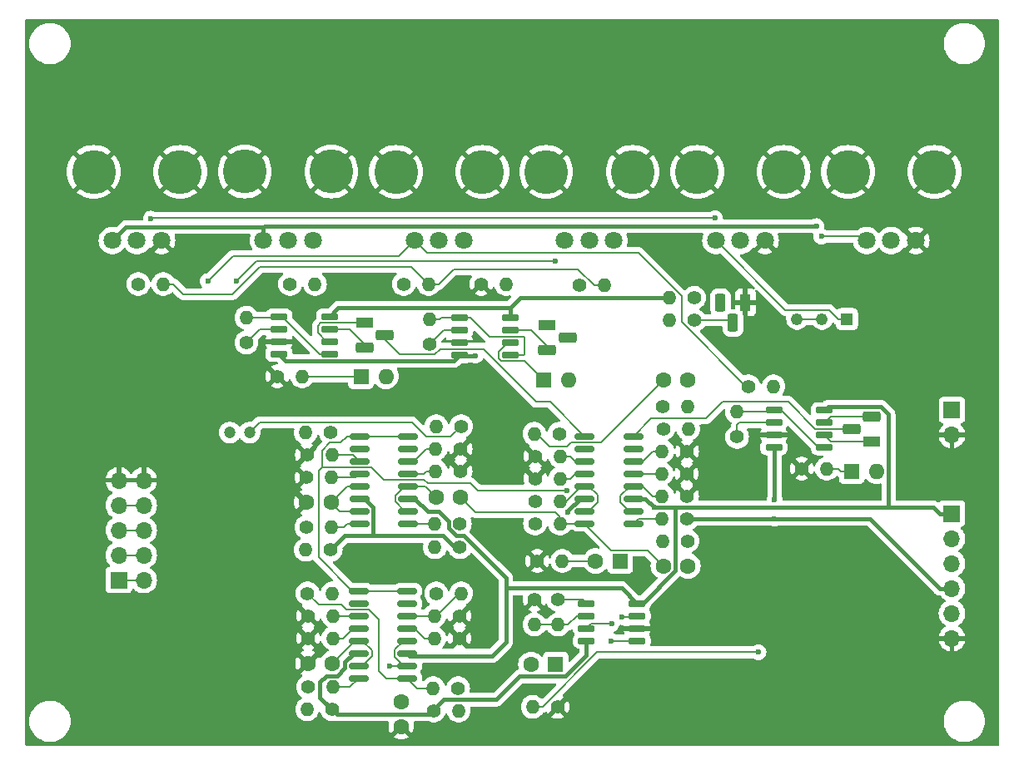
<source format=gtl>
%TF.GenerationSoftware,KiCad,Pcbnew,8.0.8*%
%TF.CreationDate,2025-06-29T12:52:17+09:00*%
%TF.ProjectId,VCFSeparate,56434653-6570-4617-9261-74652e6b6963,rev?*%
%TF.SameCoordinates,Original*%
%TF.FileFunction,Copper,L1,Top*%
%TF.FilePolarity,Positive*%
%FSLAX46Y46*%
G04 Gerber Fmt 4.6, Leading zero omitted, Abs format (unit mm)*
G04 Created by KiCad (PCBNEW 8.0.8) date 2025-06-29 12:52:17*
%MOMM*%
%LPD*%
G01*
G04 APERTURE LIST*
G04 Aperture macros list*
%AMRoundRect*
0 Rectangle with rounded corners*
0 $1 Rounding radius*
0 $2 $3 $4 $5 $6 $7 $8 $9 X,Y pos of 4 corners*
0 Add a 4 corners polygon primitive as box body*
4,1,4,$2,$3,$4,$5,$6,$7,$8,$9,$2,$3,0*
0 Add four circle primitives for the rounded corners*
1,1,$1+$1,$2,$3*
1,1,$1+$1,$4,$5*
1,1,$1+$1,$6,$7*
1,1,$1+$1,$8,$9*
0 Add four rect primitives between the rounded corners*
20,1,$1+$1,$2,$3,$4,$5,0*
20,1,$1+$1,$4,$5,$6,$7,0*
20,1,$1+$1,$6,$7,$8,$9,0*
20,1,$1+$1,$8,$9,$2,$3,0*%
G04 Aperture macros list end*
%TA.AperFunction,ComponentPad*%
%ADD10C,1.600000*%
%TD*%
%TA.AperFunction,ComponentPad*%
%ADD11C,1.400000*%
%TD*%
%TA.AperFunction,ComponentPad*%
%ADD12O,1.400000X1.400000*%
%TD*%
%TA.AperFunction,ComponentPad*%
%ADD13R,1.600000X1.600000*%
%TD*%
%TA.AperFunction,ComponentPad*%
%ADD14O,1.600000X1.600000*%
%TD*%
%TA.AperFunction,ComponentPad*%
%ADD15R,1.217000X1.217000*%
%TD*%
%TA.AperFunction,ComponentPad*%
%ADD16C,1.217000*%
%TD*%
%TA.AperFunction,ComponentPad*%
%ADD17R,1.700000X1.700000*%
%TD*%
%TA.AperFunction,ComponentPad*%
%ADD18O,1.700000X1.700000*%
%TD*%
%TA.AperFunction,SMDPad,CuDef*%
%ADD19RoundRect,0.150000X-0.725000X-0.150000X0.725000X-0.150000X0.725000X0.150000X-0.725000X0.150000X0*%
%TD*%
%TA.AperFunction,ComponentPad*%
%ADD20C,1.800000*%
%TD*%
%TA.AperFunction,ComponentPad*%
%ADD21C,4.455000*%
%TD*%
%TA.AperFunction,SMDPad,CuDef*%
%ADD22RoundRect,0.150000X-0.825000X-0.150000X0.825000X-0.150000X0.825000X0.150000X-0.825000X0.150000X0*%
%TD*%
%TA.AperFunction,ComponentPad*%
%ADD23R,1.800000X1.100000*%
%TD*%
%TA.AperFunction,ComponentPad*%
%ADD24RoundRect,0.275000X0.625000X-0.275000X0.625000X0.275000X-0.625000X0.275000X-0.625000X-0.275000X0*%
%TD*%
%TA.AperFunction,ComponentPad*%
%ADD25C,1.200000*%
%TD*%
%TA.AperFunction,ComponentPad*%
%ADD26R,1.100000X1.800000*%
%TD*%
%TA.AperFunction,ComponentPad*%
%ADD27RoundRect,0.275000X0.275000X0.625000X-0.275000X0.625000X-0.275000X-0.625000X0.275000X-0.625000X0*%
%TD*%
%TA.AperFunction,ComponentPad*%
%ADD28RoundRect,0.275000X-0.625000X0.275000X-0.625000X-0.275000X0.625000X-0.275000X0.625000X0.275000X0*%
%TD*%
%TA.AperFunction,ViaPad*%
%ADD29C,0.600000*%
%TD*%
%TA.AperFunction,Conductor*%
%ADD30C,0.200000*%
%TD*%
%TA.AperFunction,Conductor*%
%ADD31C,0.400000*%
%TD*%
G04 APERTURE END LIST*
D10*
%TO.P,C5,1*%
%TO.N,ResoWav*%
X120374000Y-75184000D03*
%TO.P,C5,2*%
%TO.N,Net-(C5-Pad2)*%
X122874000Y-75184000D03*
%TD*%
D11*
%TO.P,R45,1*%
%TO.N,Net-(U6A--)*%
X127889000Y-62053000D03*
D12*
%TO.P,R45,2*%
%TO.N,Net-(U6B-+)*%
X127889000Y-59513000D03*
%TD*%
D11*
%TO.P,R7,1*%
%TO.N,GNDA*%
X84074000Y-66167000D03*
D12*
%TO.P,R7,2*%
%TO.N,Net-(U1C--)*%
X86614000Y-66167000D03*
%TD*%
D11*
%TO.P,R29,1*%
%TO.N,Net-(Q1-C)*%
X123521000Y-50165000D03*
D12*
%TO.P,R29,2*%
%TO.N,Net-(U4A--)*%
X120981000Y-50165000D03*
%TD*%
D13*
%TO.P,D2,1,K*%
%TO.N,Net-(D2-K)*%
X89633700Y-55880000D03*
D14*
%TO.P,D2,2,A*%
%TO.N,Net-(D2-A)*%
X92173700Y-55880000D03*
%TD*%
D11*
%TO.P,R13,1*%
%TO.N,GNDA*%
X99645000Y-80264000D03*
D12*
%TO.P,R13,2*%
%TO.N,Net-(U2A-+)*%
X97105000Y-80264000D03*
%TD*%
D10*
%TO.P,C1,1*%
%TO.N,Net-(C1-Pad1)*%
X97252000Y-68199000D03*
%TO.P,C1,2*%
%TO.N,ResoWav*%
X99752000Y-68199000D03*
%TD*%
D11*
%TO.P,R12,1*%
%TO.N,GNDA*%
X99645000Y-82550000D03*
D12*
%TO.P,R12,2*%
%TO.N,Net-(U2A--)*%
X97105000Y-82550000D03*
%TD*%
D13*
%TO.P,D3,1,K*%
%TO.N,Net-(D3-K)*%
X139538000Y-65532000D03*
D14*
%TO.P,D3,2,A*%
%TO.N,Net-(D3-A)*%
X142078000Y-65532000D03*
%TD*%
D11*
%TO.P,R46,1*%
%TO.N,GNDA*%
X134458000Y-65278000D03*
D12*
%TO.P,R46,2*%
%TO.N,Net-(D3-K)*%
X136998000Y-65278000D03*
%TD*%
D11*
%TO.P,R38,1*%
%TO.N,GNDA*%
X107569000Y-74676000D03*
D12*
%TO.P,R38,2*%
%TO.N,Net-(U7A-+)*%
X110109000Y-74676000D03*
%TD*%
D15*
%TO.P,VR1,1,CCW*%
%TO.N,Net-(VR1-CCW)*%
X139065000Y-50038000D03*
D16*
%TO.P,VR1,2,WIPER*%
%TO.N,CV*%
X136525000Y-50038000D03*
%TO.P,VR1,3,CW*%
X133985000Y-50038000D03*
%TD*%
D11*
%TO.P,R4,1*%
%TO.N,Net-(C8-Pad2)*%
X99822000Y-60960000D03*
D12*
%TO.P,R4,2*%
%TO.N,Net-(U1A-+)*%
X97282000Y-60960000D03*
%TD*%
D11*
%TO.P,R17,1*%
%TO.N,GNDA*%
X84251000Y-82550000D03*
D12*
%TO.P,R17,2*%
%TO.N,Net-(U2C--)*%
X86791000Y-82550000D03*
%TD*%
D11*
%TO.P,R36,1*%
%TO.N,GNDA*%
X122806000Y-68072000D03*
D12*
%TO.P,R36,2*%
%TO.N,Net-(R36-Pad2)*%
X120266000Y-68072000D03*
%TD*%
D13*
%TO.P,C7,1*%
%TO.N,Net-(C7-Pad1)*%
X115988000Y-74676000D03*
D10*
%TO.P,C7,2*%
%TO.N,Net-(U7A-+)*%
X113488000Y-74676000D03*
%TD*%
D11*
%TO.P,R26,1*%
%TO.N,Net-(VR4-WIPER)*%
X111810000Y-46609000D03*
D12*
%TO.P,R26,2*%
%TO.N,Net-(U4A--)*%
X114350000Y-46609000D03*
%TD*%
D17*
%TO.P,J3,1,Pin_1*%
%TO.N,Net-(J3-Pin_1)*%
X149733000Y-59314000D03*
D18*
%TO.P,J3,2,Pin_2*%
%TO.N,GNDA*%
X149733000Y-61854000D03*
%TD*%
D11*
%TO.P,R20,1*%
%TO.N,GNDA*%
X107362000Y-66294000D03*
D12*
%TO.P,R20,2*%
%TO.N,Net-(U3C--)*%
X109902000Y-66294000D03*
%TD*%
D11*
%TO.P,R37,1*%
%TO.N,-12VA*%
X122806000Y-70358000D03*
D12*
%TO.P,R37,2*%
%TO.N,Net-(C7-Pad1)*%
X120266000Y-70358000D03*
%TD*%
D11*
%TO.P,R6,1*%
%TO.N,-12VA*%
X99695000Y-73279000D03*
D12*
%TO.P,R6,2*%
%TO.N,Net-(R3-Pad2)*%
X97155000Y-73279000D03*
%TD*%
D19*
%TO.P,U7,1*%
%TO.N,Net-(C9-Pad1)*%
X112564000Y-78994000D03*
%TO.P,U7,2,-*%
%TO.N,Net-(U7A--)*%
X112564000Y-80264000D03*
%TO.P,U7,3,+*%
%TO.N,Net-(U7A-+)*%
X112564000Y-81534000D03*
%TO.P,U7,4,V-*%
%TO.N,-12VA*%
X112564000Y-82804000D03*
%TO.P,U7,5,+*%
%TO.N,Net-(U7B-+)*%
X117714000Y-82804000D03*
%TO.P,U7,6,-*%
%TO.N,GNDA*%
X117714000Y-81534000D03*
%TO.P,U7,7*%
%TO.N,Net-(U7B-+)*%
X117714000Y-80264000D03*
%TO.P,U7,8,V+*%
%TO.N,+12VA*%
X117714000Y-78994000D03*
%TD*%
D11*
%TO.P,R39,1*%
%TO.N,Net-(U4A--)*%
X96647000Y-52578000D03*
D12*
%TO.P,R39,2*%
%TO.N,Net-(U4B-+)*%
X96647000Y-50038000D03*
%TD*%
D11*
%TO.P,R22,1*%
%TO.N,GNDA*%
X107377000Y-68580000D03*
D12*
%TO.P,R22,2*%
%TO.N,Net-(R22-Pad2)*%
X109917000Y-68580000D03*
%TD*%
D11*
%TO.P,R16,1*%
%TO.N,Net-(R14-Pad2)*%
X84201000Y-77978000D03*
D12*
%TO.P,R16,2*%
%TO.N,Net-(U2C-+)*%
X86741000Y-77978000D03*
%TD*%
D10*
%TO.P,C4,1*%
%TO.N,Net-(C4-Pad1)*%
X86741000Y-85090000D03*
%TO.P,C4,2*%
%TO.N,GNDA*%
X84241000Y-85090000D03*
%TD*%
D11*
%TO.P,R3,1*%
%TO.N,Net-(U1A--)*%
X99695000Y-70866000D03*
D12*
%TO.P,R3,2*%
%TO.N,Net-(R3-Pad2)*%
X97155000Y-70866000D03*
%TD*%
D11*
%TO.P,R9,1*%
%TO.N,Net-(U1C--)*%
X84074000Y-71247000D03*
D12*
%TO.P,R9,2*%
%TO.N,LP12db*%
X86614000Y-71247000D03*
%TD*%
D19*
%TO.P,U5,1*%
%TO.N,Net-(U5B-+)*%
X81280000Y-49784000D03*
%TO.P,U5,2,-*%
%TO.N,Net-(U5A--)*%
X81280000Y-51054000D03*
%TO.P,U5,3,+*%
%TO.N,GNDA*%
X81280000Y-52324000D03*
%TO.P,U5,4,V-*%
%TO.N,-12VA*%
X81280000Y-53594000D03*
%TO.P,U5,5,+*%
%TO.N,Net-(U5B-+)*%
X86430000Y-53594000D03*
%TO.P,U5,6,-*%
%TO.N,Net-(D2-K)*%
X86430000Y-52324000D03*
%TO.P,U5,7*%
%TO.N,Net-(D2-A)*%
X86430000Y-51054000D03*
%TO.P,U5,8,V+*%
%TO.N,+12VA*%
X86430000Y-49784000D03*
%TD*%
D10*
%TO.P,C3,1*%
%TO.N,Net-(C3-Pad1)*%
X93726000Y-89027000D03*
%TO.P,C3,2*%
%TO.N,GNDA*%
X93726000Y-91527000D03*
%TD*%
D11*
%TO.P,R35,1*%
%TO.N,Net-(R31-Pad2)*%
X120334000Y-58928000D03*
D12*
%TO.P,R35,2*%
%TO.N,Net-(C6-Pad2)*%
X122874000Y-58928000D03*
%TD*%
D20*
%TO.P,VR7,1,CCW*%
%TO.N,Net-(VR7-CCW)*%
X141055000Y-42052000D03*
%TO.P,VR7,2,WIPER*%
%TO.N,Net-(J3-Pin_1)*%
X143555000Y-42052000D03*
%TO.P,VR7,3,CW*%
%TO.N,GNDA*%
X146055000Y-42052000D03*
D21*
%TO.P,VR7,MH1,MH1*%
X139155000Y-35052000D03*
%TO.P,VR7,MH2,MH2*%
X147955000Y-35052000D03*
%TD*%
D22*
%TO.P,U3,1*%
%TO.N,ResoCnt*%
X112395000Y-61976000D03*
%TO.P,U3,2,DIODE_BIAS*%
%TO.N,unconnected-(U3C-DIODE_BIAS-Pad2)*%
X112395000Y-63246000D03*
%TO.P,U3,3,+*%
%TO.N,Net-(U3C-+)*%
X112395000Y-64516000D03*
%TO.P,U3,4,-*%
%TO.N,Net-(U3C--)*%
X112395000Y-65786000D03*
%TO.P,U3,5*%
%TO.N,Net-(R22-Pad2)*%
X112395000Y-67056000D03*
%TO.P,U3,6,V-*%
%TO.N,-12VA*%
X112395000Y-68326000D03*
%TO.P,U3,7*%
%TO.N,Net-(R22-Pad2)*%
X112395000Y-69596000D03*
%TO.P,U3,8*%
%TO.N,ResoWav*%
X112395000Y-70866000D03*
%TO.P,U3,9*%
%TO.N,Net-(C7-Pad1)*%
X117345000Y-70866000D03*
%TO.P,U3,10*%
%TO.N,Net-(R36-Pad2)*%
X117345000Y-69596000D03*
%TO.P,U3,11,V+*%
%TO.N,+12VA*%
X117345000Y-68326000D03*
%TO.P,U3,12*%
%TO.N,Net-(R36-Pad2)*%
X117345000Y-67056000D03*
%TO.P,U3,13,-*%
%TO.N,Net-(U3A--)*%
X117345000Y-65786000D03*
%TO.P,U3,14,+*%
%TO.N,Net-(U3A-+)*%
X117345000Y-64516000D03*
%TO.P,U3,15,DIODE_BIAS*%
%TO.N,unconnected-(U3A-DIODE_BIAS-Pad15)*%
X117345000Y-63246000D03*
%TO.P,U3,16*%
%TO.N,VCACnt*%
X117345000Y-61976000D03*
%TD*%
D11*
%TO.P,R8,1*%
%TO.N,GNDA*%
X84124000Y-63881000D03*
D12*
%TO.P,R8,2*%
%TO.N,Net-(U1C-+)*%
X86664000Y-63881000D03*
%TD*%
D11*
%TO.P,R43,1*%
%TO.N,Net-(VR6-WIPER)*%
X82423000Y-46482000D03*
D12*
%TO.P,R43,2*%
%TO.N,Net-(U5A--)*%
X84963000Y-46482000D03*
%TD*%
D23*
%TO.P,Q4,1,E*%
%TO.N,Net-(D3-K)*%
X141589000Y-62484000D03*
D24*
%TO.P,Q4,2,C*%
%TO.N,VCACnt*%
X139519000Y-61214000D03*
%TO.P,Q4,3,B*%
%TO.N,Net-(D3-A)*%
X141589000Y-59944000D03*
%TD*%
D11*
%TO.P,R23,1*%
%TO.N,-12VA*%
X107327000Y-70866000D03*
D12*
%TO.P,R23,2*%
%TO.N,ResoWav*%
X109867000Y-70866000D03*
%TD*%
D11*
%TO.P,R34,1*%
%TO.N,Net-(R31-Pad2)*%
X122824000Y-72644000D03*
D12*
%TO.P,R34,2*%
%TO.N,Net-(C5-Pad2)*%
X120284000Y-72644000D03*
%TD*%
D13*
%TO.P,D1,1,K*%
%TO.N,Net-(D1-K)*%
X108204000Y-56261000D03*
D14*
%TO.P,D1,2,A*%
%TO.N,Net-(D1-A)*%
X110744000Y-56261000D03*
%TD*%
D11*
%TO.P,R11,1*%
%TO.N,LP12db*%
X97282000Y-77978000D03*
D12*
%TO.P,R11,2*%
%TO.N,Net-(U2A-+)*%
X99822000Y-77978000D03*
%TD*%
D13*
%TO.P,C9,1*%
%TO.N,Net-(C9-Pad1)*%
X109424000Y-85217000D03*
D10*
%TO.P,C9,2*%
%TO.N,Net-(VR7-CCW)*%
X106924000Y-85217000D03*
%TD*%
D11*
%TO.P,R2,1*%
%TO.N,GNDA*%
X99772000Y-63246000D03*
D12*
%TO.P,R2,2*%
%TO.N,Net-(U1A-+)*%
X97232000Y-63246000D03*
%TD*%
D11*
%TO.P,R42,1*%
%TO.N,GNDA*%
X81111000Y-55880000D03*
D12*
%TO.P,R42,2*%
%TO.N,Net-(D2-K)*%
X83651000Y-55880000D03*
%TD*%
D11*
%TO.P,R24,1*%
%TO.N,Net-(U2C--)*%
X84251000Y-87503000D03*
D12*
%TO.P,R24,2*%
%TO.N,VCF_OUT*%
X86791000Y-87503000D03*
%TD*%
D17*
%TO.P,J1,1,Pin_1*%
%TO.N,+12VA*%
X149733000Y-69850000D03*
D18*
%TO.P,J1,2,Pin_2*%
%TO.N,+5VA*%
X149733000Y-72390000D03*
%TO.P,J1,3,Pin_3*%
%TO.N,-5VA*%
X149733000Y-74930000D03*
%TO.P,J1,4,Pin_4*%
%TO.N,-12VA*%
X149733000Y-77470000D03*
%TO.P,J1,5,Pin_5*%
%TO.N,unconnected-(J1-Pin_5-Pad5)*%
X149733000Y-80010000D03*
%TO.P,J1,6,Pin_6*%
%TO.N,GNDA*%
X149733000Y-82550000D03*
%TD*%
D11*
%TO.P,R47,1*%
%TO.N,Net-(C9-Pad1)*%
X109678000Y-78613000D03*
D12*
%TO.P,R47,2*%
%TO.N,Net-(U7A--)*%
X109678000Y-81153000D03*
%TD*%
D17*
%TO.P,J2,1,Pin_1*%
%TO.N,VCF_IN*%
X65000000Y-76620000D03*
D18*
%TO.P,J2,2,Pin_2*%
X67540000Y-76620000D03*
%TO.P,J2,3,Pin_3*%
%TO.N,Env*%
X65000000Y-74080000D03*
%TO.P,J2,4,Pin_4*%
X67540000Y-74080000D03*
%TO.P,J2,5,Pin_5*%
%TO.N,LFOSine*%
X65000000Y-71540000D03*
%TO.P,J2,6,Pin_6*%
X67540000Y-71540000D03*
%TO.P,J2,7,Pin_7*%
%TO.N,CV*%
X65000000Y-69000000D03*
%TO.P,J2,8,Pin_8*%
X67540000Y-69000000D03*
%TO.P,J2,9,Pin_9*%
%TO.N,GNDA*%
X65000000Y-66460000D03*
%TO.P,J2,10,Pin_10*%
X67540000Y-66460000D03*
%TD*%
D25*
%TO.P,C8,1*%
%TO.N,VCF_IN*%
X76297000Y-61595000D03*
%TO.P,C8,2*%
%TO.N,Net-(C8-Pad2)*%
X78297000Y-61595000D03*
%TD*%
D11*
%TO.P,R1,1*%
%TO.N,GNDA*%
X99772000Y-65532000D03*
D12*
%TO.P,R1,2*%
%TO.N,Net-(U1A--)*%
X97232000Y-65532000D03*
%TD*%
D11*
%TO.P,R18,1*%
%TO.N,GNDA*%
X84251000Y-80264000D03*
D12*
%TO.P,R18,2*%
%TO.N,Net-(U2C-+)*%
X86791000Y-80264000D03*
%TD*%
D11*
%TO.P,R44,1*%
%TO.N,Env*%
X129047000Y-56896000D03*
D12*
%TO.P,R44,2*%
%TO.N,Net-(U6A--)*%
X131587000Y-56896000D03*
%TD*%
D11*
%TO.P,R48,1*%
%TO.N,GNDA*%
X107265000Y-78613000D03*
D12*
%TO.P,R48,2*%
%TO.N,Net-(U7A--)*%
X107265000Y-81153000D03*
%TD*%
D20*
%TO.P,VR4,1,CCW*%
%TO.N,LFOSine*%
X110358000Y-42052000D03*
%TO.P,VR4,2,WIPER*%
%TO.N,Net-(VR4-WIPER)*%
X112858000Y-42052000D03*
%TO.P,VR4,3,CW*%
%TO.N,GNDA*%
X115358000Y-42052000D03*
D21*
%TO.P,VR4,MH1,MH1*%
X108458000Y-35052000D03*
%TO.P,VR4,MH2,MH2*%
X117258000Y-35052000D03*
%TD*%
D20*
%TO.P,VR2,1,CCW*%
%TO.N,Net-(VR1-CCW)*%
X125725000Y-42052000D03*
%TO.P,VR2,2,WIPER*%
%TO.N,Net-(Q1-B)*%
X128225000Y-42052000D03*
%TO.P,VR2,3,CW*%
%TO.N,GNDA*%
X130725000Y-42052000D03*
D21*
%TO.P,VR2,MH1,MH1*%
X123825000Y-35052000D03*
%TO.P,VR2,MH2,MH2*%
X132625000Y-35052000D03*
%TD*%
D11*
%TO.P,R21,1*%
%TO.N,Net-(U3C-+)*%
X109802000Y-61722000D03*
D12*
%TO.P,R21,2*%
%TO.N,VCF_OUT*%
X107262000Y-61722000D03*
%TD*%
D10*
%TO.P,C2,1*%
%TO.N,Net-(C2-Pad1)*%
X86594000Y-68707000D03*
%TO.P,C2,2*%
%TO.N,GNDA*%
X84094000Y-68707000D03*
%TD*%
D26*
%TO.P,Q1,1,E*%
%TO.N,GNDA*%
X128728000Y-48368000D03*
D27*
%TO.P,Q1,2,C*%
%TO.N,Net-(Q1-C)*%
X127458000Y-50438000D03*
%TO.P,Q1,3,B*%
%TO.N,Net-(Q1-B)*%
X126188000Y-48368000D03*
%TD*%
D20*
%TO.P,VR5,1,CCW*%
%TO.N,+5VA*%
X64347000Y-42052000D03*
%TO.P,VR5,2,WIPER*%
%TO.N,Net-(VR5-WIPER)*%
X66847000Y-42052000D03*
%TO.P,VR5,3,CW*%
%TO.N,GNDA*%
X69347000Y-42052000D03*
D21*
%TO.P,VR5,MH1,MH1*%
X62447000Y-35052000D03*
%TO.P,VR5,MH2,MH2*%
X71247000Y-35052000D03*
%TD*%
D11*
%TO.P,R49,1*%
%TO.N,GNDA*%
X109628000Y-89535000D03*
D12*
%TO.P,R49,2*%
%TO.N,Net-(VR7-CCW)*%
X107088000Y-89535000D03*
%TD*%
D11*
%TO.P,R25,1*%
%TO.N,Net-(VR3-WIPER)*%
X93980000Y-46482000D03*
D12*
%TO.P,R25,2*%
%TO.N,Net-(U4A--)*%
X96520000Y-46482000D03*
%TD*%
D20*
%TO.P,VR6,1,CCW*%
%TO.N,+5VA*%
X79714000Y-42040000D03*
%TO.P,VR6,2,WIPER*%
%TO.N,Net-(VR6-WIPER)*%
X82214000Y-42040000D03*
%TO.P,VR6,3,CW*%
%TO.N,GNDA*%
X84714000Y-42040000D03*
D21*
%TO.P,VR6,MH1,MH1*%
X77814000Y-35040000D03*
%TO.P,VR6,MH2,MH2*%
X86614000Y-35040000D03*
%TD*%
D11*
%TO.P,R30,1*%
%TO.N,-12VA*%
X86691000Y-89789000D03*
D12*
%TO.P,R30,2*%
%TO.N,VCF_OUT*%
X84151000Y-89789000D03*
%TD*%
D23*
%TO.P,Q3,1,E*%
%TO.N,Net-(D2-K)*%
X89967000Y-50419000D03*
D28*
%TO.P,Q3,2,C*%
%TO.N,ResoCnt*%
X92037000Y-51689000D03*
%TO.P,Q3,3,B*%
%TO.N,Net-(D2-A)*%
X89967000Y-52959000D03*
%TD*%
D22*
%TO.P,U2,1*%
%TO.N,VCFCnt*%
X89411000Y-77724000D03*
%TO.P,U2,2,DIODE_BIAS*%
%TO.N,unconnected-(U2C-DIODE_BIAS-Pad2)*%
X89411000Y-78994000D03*
%TO.P,U2,3,+*%
%TO.N,Net-(U2C-+)*%
X89411000Y-80264000D03*
%TO.P,U2,4,-*%
%TO.N,Net-(U2C--)*%
X89411000Y-81534000D03*
%TO.P,U2,5*%
%TO.N,Net-(C4-Pad1)*%
X89411000Y-82804000D03*
%TO.P,U2,6,V-*%
%TO.N,-12VA*%
X89411000Y-84074000D03*
%TO.P,U2,7*%
%TO.N,Net-(C4-Pad1)*%
X89411000Y-85344000D03*
%TO.P,U2,8*%
%TO.N,VCF_OUT*%
X89411000Y-86614000D03*
%TO.P,U2,9*%
%TO.N,Net-(R14-Pad2)*%
X94361000Y-86614000D03*
%TO.P,U2,10*%
%TO.N,Net-(C3-Pad1)*%
X94361000Y-85344000D03*
%TO.P,U2,11,V+*%
%TO.N,+12VA*%
X94361000Y-84074000D03*
%TO.P,U2,12*%
%TO.N,Net-(C3-Pad1)*%
X94361000Y-82804000D03*
%TO.P,U2,13,-*%
%TO.N,Net-(U2A--)*%
X94361000Y-81534000D03*
%TO.P,U2,14,+*%
%TO.N,Net-(U2A-+)*%
X94361000Y-80264000D03*
%TO.P,U2,15,DIODE_BIAS*%
%TO.N,unconnected-(U2A-DIODE_BIAS-Pad15)*%
X94361000Y-78994000D03*
%TO.P,U2,16*%
%TO.N,VCFCnt*%
X94361000Y-77724000D03*
%TD*%
D11*
%TO.P,R10,1*%
%TO.N,-12VA*%
X86564000Y-73533000D03*
D12*
%TO.P,R10,2*%
%TO.N,LP12db*%
X84024000Y-73533000D03*
%TD*%
D11*
%TO.P,R5,1*%
%TO.N,Net-(R3-Pad2)*%
X86564000Y-61595000D03*
D12*
%TO.P,R5,2*%
%TO.N,Net-(U1C-+)*%
X84024000Y-61595000D03*
%TD*%
D11*
%TO.P,R14,1*%
%TO.N,Net-(U2A--)*%
X99518000Y-87630000D03*
D12*
%TO.P,R14,2*%
%TO.N,Net-(R14-Pad2)*%
X96978000Y-87630000D03*
%TD*%
D22*
%TO.P,U1,1*%
%TO.N,VCFCnt*%
X89473000Y-61976000D03*
%TO.P,U1,2,DIODE_BIAS*%
%TO.N,unconnected-(U1C-DIODE_BIAS-Pad2)*%
X89473000Y-63246000D03*
%TO.P,U1,3,+*%
%TO.N,Net-(U1C-+)*%
X89473000Y-64516000D03*
%TO.P,U1,4,-*%
%TO.N,Net-(U1C--)*%
X89473000Y-65786000D03*
%TO.P,U1,5*%
%TO.N,Net-(C2-Pad1)*%
X89473000Y-67056000D03*
%TO.P,U1,6,V-*%
%TO.N,-12VA*%
X89473000Y-68326000D03*
%TO.P,U1,7*%
%TO.N,Net-(C2-Pad1)*%
X89473000Y-69596000D03*
%TO.P,U1,8*%
%TO.N,LP12db*%
X89473000Y-70866000D03*
%TO.P,U1,9*%
%TO.N,Net-(R3-Pad2)*%
X94423000Y-70866000D03*
%TO.P,U1,10*%
%TO.N,Net-(C1-Pad1)*%
X94423000Y-69596000D03*
%TO.P,U1,11,V+*%
%TO.N,+12VA*%
X94423000Y-68326000D03*
%TO.P,U1,12*%
%TO.N,Net-(C1-Pad1)*%
X94423000Y-67056000D03*
%TO.P,U1,13,-*%
%TO.N,Net-(U1A--)*%
X94423000Y-65786000D03*
%TO.P,U1,14,+*%
%TO.N,Net-(U1A-+)*%
X94423000Y-64516000D03*
%TO.P,U1,15,DIODE_BIAS*%
%TO.N,unconnected-(U1A-DIODE_BIAS-Pad15)*%
X94423000Y-63246000D03*
%TO.P,U1,16*%
%TO.N,VCFCnt*%
X94423000Y-61976000D03*
%TD*%
D23*
%TO.P,Q2,1,E*%
%TO.N,Net-(D1-K)*%
X108566000Y-50673000D03*
D28*
%TO.P,Q2,2,C*%
%TO.N,VCFCnt*%
X110636000Y-51943000D03*
%TO.P,Q2,3,B*%
%TO.N,Net-(D1-A)*%
X108566000Y-53213000D03*
%TD*%
D11*
%TO.P,R40,1*%
%TO.N,GNDA*%
X101854000Y-46482000D03*
D12*
%TO.P,R40,2*%
%TO.N,Net-(D1-K)*%
X104394000Y-46482000D03*
%TD*%
D11*
%TO.P,R28,1*%
%TO.N,Net-(Q1-C)*%
X123521000Y-47879000D03*
D12*
%TO.P,R28,2*%
%TO.N,+12VA*%
X120981000Y-47879000D03*
%TD*%
D11*
%TO.P,R32,1*%
%TO.N,GNDA*%
X122729000Y-65786000D03*
D12*
%TO.P,R32,2*%
%TO.N,Net-(U3A--)*%
X120189000Y-65786000D03*
%TD*%
D11*
%TO.P,R31,1*%
%TO.N,Net-(U3A-+)*%
X120366000Y-61214000D03*
D12*
%TO.P,R31,2*%
%TO.N,Net-(R31-Pad2)*%
X122906000Y-61214000D03*
%TD*%
D10*
%TO.P,C6,1*%
%TO.N,VCF_OUT*%
X120374000Y-56261000D03*
%TO.P,C6,2*%
%TO.N,Net-(C6-Pad2)*%
X122874000Y-56261000D03*
%TD*%
D19*
%TO.P,U4,1*%
%TO.N,Net-(U4B-+)*%
X99660000Y-49911000D03*
%TO.P,U4,2,-*%
%TO.N,Net-(U4A--)*%
X99660000Y-51181000D03*
%TO.P,U4,3,+*%
%TO.N,GNDA*%
X99660000Y-52451000D03*
%TO.P,U4,4,V-*%
%TO.N,-12VA*%
X99660000Y-53721000D03*
%TO.P,U4,5,+*%
%TO.N,Net-(U4B-+)*%
X104810000Y-53721000D03*
%TO.P,U4,6,-*%
%TO.N,Net-(D1-K)*%
X104810000Y-52451000D03*
%TO.P,U4,7*%
%TO.N,Net-(D1-A)*%
X104810000Y-51181000D03*
%TO.P,U4,8,V+*%
%TO.N,+12VA*%
X104810000Y-49911000D03*
%TD*%
%TO.P,U6,1*%
%TO.N,Net-(U6B-+)*%
X131629000Y-59309000D03*
%TO.P,U6,2,-*%
%TO.N,Net-(U6A--)*%
X131629000Y-60579000D03*
%TO.P,U6,3,+*%
%TO.N,GNDA*%
X131629000Y-61849000D03*
%TO.P,U6,4,V-*%
%TO.N,-12VA*%
X131629000Y-63119000D03*
%TO.P,U6,5,+*%
%TO.N,Net-(U6B-+)*%
X136779000Y-63119000D03*
%TO.P,U6,6,-*%
%TO.N,Net-(D3-K)*%
X136779000Y-61849000D03*
%TO.P,U6,7*%
%TO.N,Net-(D3-A)*%
X136779000Y-60579000D03*
%TO.P,U6,8,V+*%
%TO.N,+12VA*%
X136779000Y-59309000D03*
%TD*%
D11*
%TO.P,R41,1*%
%TO.N,Net-(U5A--)*%
X77978000Y-52451000D03*
D12*
%TO.P,R41,2*%
%TO.N,Net-(U5B-+)*%
X77978000Y-49911000D03*
%TD*%
D11*
%TO.P,R33,1*%
%TO.N,GNDA*%
X122806000Y-63500000D03*
D12*
%TO.P,R33,2*%
%TO.N,Net-(U3A-+)*%
X120266000Y-63500000D03*
%TD*%
D11*
%TO.P,R19,1*%
%TO.N,GNDA*%
X107362000Y-64008000D03*
D12*
%TO.P,R19,2*%
%TO.N,Net-(U3C-+)*%
X109902000Y-64008000D03*
%TD*%
D20*
%TO.P,VR3,1,CCW*%
%TO.N,Env*%
X95081000Y-42052000D03*
%TO.P,VR3,2,WIPER*%
%TO.N,Net-(VR3-WIPER)*%
X97581000Y-42052000D03*
%TO.P,VR3,3,CW*%
%TO.N,GNDA*%
X100081000Y-42052000D03*
D21*
%TO.P,VR3,MH1,MH1*%
X93181000Y-35052000D03*
%TO.P,VR3,MH2,MH2*%
X101981000Y-35052000D03*
%TD*%
D11*
%TO.P,R27,1*%
%TO.N,Net-(VR5-WIPER)*%
X66979000Y-46482000D03*
D12*
%TO.P,R27,2*%
%TO.N,Net-(U4A--)*%
X69519000Y-46482000D03*
%TD*%
D11*
%TO.P,R15,1*%
%TO.N,-12VA*%
X97028000Y-89916000D03*
D12*
%TO.P,R15,2*%
%TO.N,Net-(R14-Pad2)*%
X99568000Y-89916000D03*
%TD*%
D29*
%TO.N,GNDA*%
X90551000Y-74422000D03*
X101473000Y-52197000D03*
%TO.N,Net-(C3-Pad1)*%
X92583000Y-85344000D03*
%TO.N,Net-(U7A-+)*%
X115113300Y-81084200D03*
%TO.N,Net-(VR7-CCW)*%
X136459300Y-41647100D03*
X130051100Y-83976600D03*
%TO.N,-12VA*%
X101294600Y-53769900D03*
X131699000Y-70358000D03*
X131699000Y-68453000D03*
X110655600Y-69748000D03*
%TO.N,+5VA*%
X135945300Y-40590600D03*
%TO.N,+12VA*%
X119450300Y-69215000D03*
%TO.N,Env*%
X74056200Y-46166500D03*
%TO.N,CV*%
X68262000Y-39812800D03*
X125627700Y-39767500D03*
%TO.N,LFOSine*%
X109421400Y-44185900D03*
X77003300Y-46164900D03*
%TO.N,VCFCnt*%
X110563900Y-67500100D03*
%TO.N,Net-(U7B-+)*%
X115062000Y-82804000D03*
X116205000Y-80391000D03*
%TD*%
D30*
%TO.N,ResoWav*%
X115103300Y-73574300D02*
X112395000Y-70866000D01*
X111101300Y-70866000D02*
X112395000Y-70866000D01*
X109350900Y-69700700D02*
X101253700Y-69700700D01*
X120374000Y-75184000D02*
X118764300Y-73574300D01*
X109867000Y-70866000D02*
X111101300Y-70866000D01*
X110516200Y-70866000D02*
X109350900Y-69700700D01*
X111101300Y-70866000D02*
X110516200Y-70866000D01*
X118764300Y-73574300D02*
X115103300Y-73574300D01*
X101253700Y-69700700D02*
X99752000Y-68199000D01*
%TO.N,Net-(C1-Pad1)*%
X93104400Y-68634600D02*
X94065800Y-69596000D01*
X96237300Y-67186400D02*
X96239400Y-67186400D01*
X93104400Y-68018200D02*
X93104400Y-68634600D01*
X96239400Y-67186400D02*
X97252000Y-68199000D01*
X94065800Y-69596000D02*
X94423000Y-69596000D01*
X94423000Y-67056000D02*
X96106900Y-67056000D01*
X96106900Y-67056000D02*
X96237300Y-67186400D01*
X94066600Y-67056000D02*
X93104400Y-68018200D01*
X94423000Y-67056000D02*
X94066600Y-67056000D01*
%TO.N,Net-(C2-Pad1)*%
X89473000Y-69596000D02*
X87483000Y-69596000D01*
X87483000Y-69596000D02*
X86594000Y-68707000D01*
X89473000Y-67056000D02*
X88245000Y-67056000D01*
X88245000Y-67056000D02*
X86594000Y-68707000D01*
%TO.N,Net-(C3-Pad1)*%
X94361000Y-85344000D02*
X92583000Y-85344000D01*
X93073500Y-83695900D02*
X93073500Y-84422200D01*
X93995300Y-85344000D02*
X94361000Y-85344000D01*
X93073500Y-84422200D02*
X93995300Y-85344000D01*
X94361000Y-82804000D02*
X93965400Y-82804000D01*
X93965400Y-82804000D02*
X93073500Y-83695900D01*
%TO.N,Net-(C4-Pad1)*%
X89411000Y-82804000D02*
X89767500Y-82804000D01*
X86741000Y-85090000D02*
X89027000Y-82804000D01*
X90729700Y-83766200D02*
X90729700Y-84382500D01*
X89027000Y-82804000D02*
X89411000Y-82804000D01*
X89768200Y-85344000D02*
X89411000Y-85344000D01*
X90729700Y-84382500D02*
X89768200Y-85344000D01*
X89767500Y-82804000D02*
X90729700Y-83766200D01*
%TO.N,VCF_OUT*%
X110998000Y-62611000D02*
X110617000Y-62992000D01*
X108839000Y-62992000D02*
X107569000Y-61722000D01*
X120374000Y-56261000D02*
X114024000Y-62611000D01*
X107569000Y-61722000D02*
X107262000Y-61722000D01*
X88522000Y-87503000D02*
X89411000Y-86614000D01*
X86791000Y-87503000D02*
X88522000Y-87503000D01*
X110617000Y-62992000D02*
X108839000Y-62992000D01*
X114024000Y-62611000D02*
X110998000Y-62611000D01*
%TO.N,Net-(C7-Pad1)*%
X120266000Y-70358000D02*
X117853000Y-70358000D01*
X117853000Y-70358000D02*
X117345000Y-70866000D01*
%TO.N,Net-(U7A-+)*%
X113013800Y-81084200D02*
X112564000Y-81534000D01*
X110109000Y-74676000D02*
X113488000Y-74676000D01*
X115113300Y-81084200D02*
X113013800Y-81084200D01*
%TO.N,Net-(C8-Pad2)*%
X96272600Y-62023900D02*
X98758100Y-62023900D01*
X79337500Y-60554500D02*
X94803200Y-60554500D01*
X94803200Y-60554500D02*
X96272600Y-62023900D01*
X98758100Y-62023900D02*
X99822000Y-60960000D01*
X78297000Y-61595000D02*
X79337500Y-60554500D01*
%TO.N,VCF_IN*%
X67540000Y-76620000D02*
X65000000Y-76620000D01*
%TO.N,Net-(VR7-CCW)*%
X136459300Y-41647100D02*
X140650100Y-41647100D01*
X108089700Y-89535000D02*
X113648100Y-83976600D01*
X140650100Y-41647100D02*
X141055000Y-42052000D01*
X107088000Y-89535000D02*
X108089700Y-89535000D01*
X113648100Y-83976600D02*
X130051100Y-83976600D01*
%TO.N,Net-(C9-Pad1)*%
X112183000Y-78613000D02*
X109678000Y-78613000D01*
X112564000Y-78994000D02*
X112183000Y-78613000D01*
%TO.N,Net-(D1-K)*%
X108204000Y-56261000D02*
X106266300Y-54323300D01*
X103632700Y-53383600D02*
X104565300Y-52451000D01*
X103897600Y-54323300D02*
X103632700Y-54058400D01*
X103632700Y-54058400D02*
X103632700Y-53383600D01*
X106266300Y-54323300D02*
X105722400Y-54323300D01*
X104565300Y-52451000D02*
X104810000Y-52451000D01*
X105722400Y-54323300D02*
X103897600Y-54323300D01*
%TO.N,Net-(D1-A)*%
X108966000Y-53213000D02*
X106934000Y-51181000D01*
X106934000Y-51181000D02*
X104810000Y-51181000D01*
%TO.N,Net-(D2-K)*%
X86128100Y-52324000D02*
X85229700Y-51425600D01*
X89633700Y-55880000D02*
X83651000Y-55880000D01*
X85229700Y-51425600D02*
X85229700Y-50721000D01*
X85531700Y-50419000D02*
X90367000Y-50419000D01*
X85229700Y-50721000D02*
X85531700Y-50419000D01*
X86430000Y-52324000D02*
X86128100Y-52324000D01*
%TO.N,Net-(D2-A)*%
X86430000Y-51054000D02*
X88462000Y-51054000D01*
X88462000Y-51054000D02*
X90367000Y-52959000D01*
%TO.N,Net-(D3-A)*%
X137414000Y-59944000D02*
X136779000Y-60579000D01*
X141189000Y-59944000D02*
X137414000Y-59944000D01*
%TO.N,Net-(D3-K)*%
X138182300Y-65278000D02*
X138436300Y-65532000D01*
X137414000Y-62484000D02*
X141189000Y-62484000D01*
X136998000Y-65278000D02*
X138182300Y-65278000D01*
X136779000Y-61849000D02*
X137414000Y-62484000D01*
X139538000Y-65532000D02*
X138436300Y-65532000D01*
D31*
%TO.N,-12VA*%
X103387800Y-88798000D02*
X98019000Y-88798000D01*
X110655600Y-69566000D02*
X111895600Y-68326000D01*
X86106000Y-86360000D02*
X85471000Y-86995000D01*
X99107200Y-73279000D02*
X99695000Y-73279000D01*
X99708900Y-53769900D02*
X99660000Y-53721000D01*
X131699000Y-63189000D02*
X131699000Y-68453000D01*
X148481300Y-77470000D02*
X141369300Y-70358000D01*
X96520000Y-90297000D02*
X87199000Y-90297000D01*
X98019000Y-88798000D02*
X97028000Y-89789000D01*
X89971000Y-68326000D02*
X89473000Y-68326000D01*
X90866200Y-72122800D02*
X90866200Y-69221200D01*
X141369300Y-70358000D02*
X122806000Y-70358000D01*
X149733000Y-77470000D02*
X148481300Y-77470000D01*
X112564000Y-82804000D02*
X112564000Y-84271900D01*
X131629000Y-63119000D02*
X131699000Y-63189000D01*
X86564000Y-73533000D02*
X87974200Y-72122800D01*
X112564000Y-84271900D02*
X110417200Y-86418700D01*
X87974200Y-72122800D02*
X90866200Y-72122800D01*
X87988200Y-84958100D02*
X87988200Y-85567700D01*
X110417200Y-86418700D02*
X105767100Y-86418700D01*
X97951000Y-72122800D02*
X99107200Y-73279000D01*
X87199000Y-90297000D02*
X86691000Y-89789000D01*
X99084700Y-54296300D02*
X81982300Y-54296300D01*
X105767100Y-86418700D02*
X103387800Y-88798000D01*
X90866200Y-69221200D02*
X89971000Y-68326000D01*
X85471000Y-86995000D02*
X85471000Y-88569000D01*
X89411000Y-84074000D02*
X88872300Y-84074000D01*
X85471000Y-88569000D02*
X86691000Y-89789000D01*
X88872300Y-84074000D02*
X87988200Y-84958100D01*
X81982300Y-54296300D02*
X81280000Y-53594000D01*
X101294600Y-53769900D02*
X99708900Y-53769900D01*
X97028000Y-89789000D02*
X97028000Y-89916000D01*
X87195900Y-86360000D02*
X86106000Y-86360000D01*
X99660000Y-53721000D02*
X99084700Y-54296300D01*
X87988200Y-85567700D02*
X87195900Y-86360000D01*
X97028000Y-89789000D02*
X96520000Y-90297000D01*
X111895600Y-68326000D02*
X112395000Y-68326000D01*
X90866200Y-72122800D02*
X97951000Y-72122800D01*
X131572000Y-63176000D02*
X131629000Y-63119000D01*
X110655600Y-69748000D02*
X110655600Y-69566000D01*
%TO.N,+5VA*%
X79714000Y-40681200D02*
X79714000Y-42040000D01*
X79804600Y-40590600D02*
X79714000Y-40681200D01*
X135945300Y-40590600D02*
X79804600Y-40590600D01*
X65717800Y-40681200D02*
X64347000Y-42052000D01*
X79714000Y-40681200D02*
X65717800Y-40681200D01*
%TO.N,+12VA*%
X105822000Y-47879000D02*
X104810000Y-48891000D01*
X148481300Y-69850000D02*
X147846300Y-69215000D01*
X117714000Y-78994000D02*
X116164400Y-77444400D01*
X104810000Y-48891000D02*
X104810000Y-49911000D01*
X120981000Y-47879000D02*
X105822000Y-47879000D01*
X104369100Y-76384200D02*
X100055900Y-72071000D01*
X136779000Y-59309000D02*
X137134500Y-58953500D01*
X118270800Y-78994000D02*
X117714000Y-78994000D01*
X149733000Y-69850000D02*
X148481300Y-69850000D01*
X94615000Y-84328000D02*
X94361000Y-84074000D01*
X104369100Y-82955900D02*
X102997000Y-84328000D01*
X95085300Y-68326000D02*
X94423000Y-68326000D01*
X119450300Y-69215000D02*
X118561300Y-68326000D01*
X96398700Y-69639400D02*
X95085300Y-68326000D01*
X97540500Y-69639400D02*
X96398700Y-69639400D01*
X98531300Y-71288800D02*
X98531300Y-70630200D01*
X137134500Y-58953500D02*
X142472800Y-58953500D01*
X143279700Y-69215000D02*
X121624000Y-69215000D01*
X98531300Y-70630200D02*
X97540500Y-69639400D01*
X118561300Y-68326000D02*
X117345000Y-68326000D01*
X99313500Y-72071000D02*
X98531300Y-71288800D01*
X100055900Y-72071000D02*
X99313500Y-72071000D01*
X121624000Y-75640800D02*
X118270800Y-78994000D01*
X121624000Y-69215000D02*
X121624000Y-75640800D01*
X104810000Y-48891000D02*
X87323000Y-48891000D01*
X104369100Y-77444400D02*
X104369100Y-82955900D01*
X102997000Y-84328000D02*
X94615000Y-84328000D01*
X147846300Y-69215000D02*
X143279700Y-69215000D01*
X143279700Y-59760400D02*
X143279700Y-69215000D01*
X87323000Y-48891000D02*
X86430000Y-49784000D01*
X142472800Y-58953500D02*
X143279700Y-59760400D01*
X121624000Y-69215000D02*
X119450300Y-69215000D01*
X104369100Y-77444400D02*
X104369100Y-76384200D01*
X116164400Y-77444400D02*
X104369100Y-77444400D01*
D30*
%TO.N,Env*%
X122251000Y-47717300D02*
X117876400Y-43342700D01*
X128820000Y-56896000D02*
X122251000Y-50327000D01*
X95081000Y-42052000D02*
X93503300Y-43629700D01*
X65000000Y-74080000D02*
X67540000Y-74080000D01*
X117876400Y-43342700D02*
X96371700Y-43342700D01*
X129047000Y-56896000D02*
X128820000Y-56896000D01*
X122251000Y-50327000D02*
X122251000Y-47717300D01*
X93503300Y-43629700D02*
X76591400Y-43629700D01*
X74056200Y-46164900D02*
X74056200Y-46166500D01*
X96371700Y-43342700D02*
X95081000Y-42052000D01*
X76591400Y-43629700D02*
X74056200Y-46164900D01*
%TO.N,CV*%
X65000000Y-69000000D02*
X67540000Y-69000000D01*
X136525000Y-50038000D02*
X133985000Y-50038000D01*
X68307300Y-39767500D02*
X68262000Y-39812800D01*
X125627700Y-39767500D02*
X68307300Y-39767500D01*
%TO.N,LFOSine*%
X78982300Y-44185900D02*
X109421400Y-44185900D01*
X77003300Y-46164900D02*
X78982300Y-44185900D01*
X65000000Y-71540000D02*
X67540000Y-71540000D01*
%TO.N,Net-(Q1-C)*%
X127331000Y-50165000D02*
X123521000Y-50165000D01*
X127458000Y-50038000D02*
X127331000Y-50165000D01*
%TO.N,VCFCnt*%
X91982200Y-66421000D02*
X96039900Y-66421000D01*
X89473000Y-61976000D02*
X94423000Y-61976000D01*
X85344000Y-65459700D02*
X85652700Y-65151000D01*
X85652700Y-63456600D02*
X86464100Y-62645200D01*
X85652700Y-65151000D02*
X90712200Y-65151000D01*
X94361000Y-77724000D02*
X91886000Y-77724000D01*
X85652700Y-65151000D02*
X85652700Y-63456600D01*
X85344000Y-74295000D02*
X85344000Y-65459700D01*
X88233400Y-61976000D02*
X89473000Y-61976000D01*
X87564200Y-62645200D02*
X88233400Y-61976000D01*
X96039900Y-66421000D02*
X96403600Y-66784700D01*
X101507700Y-67500100D02*
X110563900Y-67500100D01*
X91886000Y-77724000D02*
X88773000Y-77724000D01*
X90712200Y-65151000D02*
X91982200Y-66421000D01*
X88773000Y-77724000D02*
X85344000Y-74295000D01*
X91886000Y-77724000D02*
X89411000Y-77724000D01*
X100792300Y-66784700D02*
X101507700Y-67500100D01*
X96403600Y-66784700D02*
X100792300Y-66784700D01*
X86464100Y-62645200D02*
X87564200Y-62645200D01*
%TO.N,ResoCnt*%
X97681400Y-53086000D02*
X97135200Y-53632200D01*
X102092300Y-53086000D02*
X97681400Y-53086000D01*
X107483500Y-58477200D02*
X102092300Y-53086000D01*
X93580200Y-53632200D02*
X91637000Y-51689000D01*
X97135200Y-53632200D02*
X93580200Y-53632200D01*
X112395000Y-61976000D02*
X108896200Y-58477200D01*
X108896200Y-58477200D02*
X107483500Y-58477200D01*
%TO.N,VCACnt*%
X139919000Y-61214000D02*
X135829900Y-61214000D01*
X133085700Y-58469800D02*
X126394300Y-58469800D01*
X135829900Y-61214000D02*
X133085700Y-58469800D01*
X126394300Y-58469800D02*
X124697400Y-60166700D01*
X124697400Y-60166700D02*
X119154300Y-60166700D01*
X119154300Y-60166700D02*
X117345000Y-61976000D01*
%TO.N,Net-(U1A--)*%
X95976300Y-65786000D02*
X96230300Y-65532000D01*
X97232000Y-65532000D02*
X96230300Y-65532000D01*
X94423000Y-65786000D02*
X95976300Y-65786000D01*
%TO.N,Net-(U1A-+)*%
X94423000Y-64516000D02*
X94960300Y-64516000D01*
X97232000Y-63246000D02*
X96230300Y-63246000D01*
X94960300Y-64516000D02*
X96230300Y-63246000D01*
%TO.N,Net-(R3-Pad2)*%
X94423000Y-70866000D02*
X97155000Y-70866000D01*
%TO.N,Net-(U1C-+)*%
X86664000Y-63881000D02*
X88838000Y-63881000D01*
X88838000Y-63881000D02*
X89473000Y-64516000D01*
%TO.N,Net-(U1C--)*%
X89092000Y-66167000D02*
X89473000Y-65786000D01*
X86614000Y-66167000D02*
X89092000Y-66167000D01*
%TO.N,LP12db*%
X87884000Y-71247000D02*
X88265000Y-70866000D01*
X88265000Y-70866000D02*
X89473000Y-70866000D01*
X86614000Y-71247000D02*
X87884000Y-71247000D01*
%TO.N,Net-(U2A-+)*%
X99568000Y-77978000D02*
X97282000Y-80264000D01*
X94361000Y-80264000D02*
X97105000Y-80264000D01*
X99822000Y-77978000D02*
X99568000Y-77978000D01*
X97282000Y-80264000D02*
X97105000Y-80264000D01*
%TO.N,Net-(U2A--)*%
X95087300Y-81534000D02*
X96103300Y-82550000D01*
X97105000Y-82550000D02*
X96103300Y-82550000D01*
X94361000Y-81534000D02*
X95087300Y-81534000D01*
%TO.N,Net-(R14-Pad2)*%
X91473500Y-85885500D02*
X91473500Y-80662800D01*
X96978000Y-87630000D02*
X95377000Y-87630000D01*
X95377000Y-87630000D02*
X94361000Y-86614000D01*
X85366300Y-79143300D02*
X84201000Y-77978000D01*
X90439700Y-79629000D02*
X88121100Y-79629000D01*
X94361000Y-86614000D02*
X92202000Y-86614000D01*
X88121100Y-79629000D02*
X87635400Y-79143300D01*
X92202000Y-86614000D02*
X91473500Y-85885500D01*
X87635400Y-79143300D02*
X85366300Y-79143300D01*
X91473500Y-80662800D02*
X90439700Y-79629000D01*
%TO.N,Net-(U2C-+)*%
X89411000Y-80264000D02*
X86791000Y-80264000D01*
%TO.N,Net-(U2C--)*%
X87792700Y-82550000D02*
X88808700Y-81534000D01*
X88808700Y-81534000D02*
X89411000Y-81534000D01*
X86791000Y-82550000D02*
X87792700Y-82550000D01*
%TO.N,Net-(U3C-+)*%
X112395000Y-64516000D02*
X111411700Y-64516000D01*
X111411700Y-64516000D02*
X110903700Y-64008000D01*
X109902000Y-64008000D02*
X110903700Y-64008000D01*
%TO.N,Net-(U3C--)*%
X112395000Y-65786000D02*
X111411700Y-65786000D01*
X109902000Y-66294000D02*
X110903700Y-66294000D01*
X111411700Y-65786000D02*
X110903700Y-66294000D01*
%TO.N,Net-(R22-Pad2)*%
X112027600Y-67056000D02*
X112395000Y-67056000D01*
X109917000Y-68580000D02*
X110503600Y-68580000D01*
X112803600Y-67056000D02*
X113679800Y-67932200D01*
X112395000Y-67056000D02*
X112803600Y-67056000D01*
X113679800Y-67932200D02*
X113679800Y-68663800D01*
X110503600Y-68580000D02*
X112027600Y-67056000D01*
X113679800Y-68663800D02*
X112747600Y-69596000D01*
X112747600Y-69596000D02*
X112395000Y-69596000D01*
%TO.N,Net-(U4A--)*%
X94742000Y-44704000D02*
X79375000Y-44704000D01*
X96520000Y-46482000D02*
X97521700Y-46482000D01*
X79375000Y-44704000D02*
X76578400Y-47500600D01*
X111697300Y-44958000D02*
X113348300Y-46609000D01*
X97521700Y-46482000D02*
X99045700Y-44958000D01*
X98044000Y-51181000D02*
X96647000Y-52578000D01*
X113348300Y-46609000D02*
X114350000Y-46609000D01*
X76578400Y-47500600D02*
X71539300Y-47500600D01*
X70520700Y-46482000D02*
X71539300Y-47500600D01*
X99045700Y-44958000D02*
X111697300Y-44958000D01*
X96520000Y-46482000D02*
X94742000Y-44704000D01*
X99660000Y-51181000D02*
X98044000Y-51181000D01*
X69519000Y-46482000D02*
X70520700Y-46482000D01*
%TO.N,Net-(U3A-+)*%
X120266000Y-63500000D02*
X119264300Y-63500000D01*
X119264300Y-63500000D02*
X118248300Y-64516000D01*
X118248300Y-64516000D02*
X117345000Y-64516000D01*
%TO.N,Net-(U3A--)*%
X120189000Y-65786000D02*
X117345000Y-65786000D01*
%TO.N,Net-(R36-Pad2)*%
X117345000Y-69596000D02*
X116938700Y-69596000D01*
X116035200Y-68000100D02*
X116979300Y-67056000D01*
X119264300Y-68072000D02*
X118248300Y-67056000D01*
X116938700Y-69596000D02*
X116035200Y-68692500D01*
X116035200Y-68692500D02*
X116035200Y-68000100D01*
X118248300Y-67056000D02*
X117345000Y-67056000D01*
X116979300Y-67056000D02*
X117345000Y-67056000D01*
X120266000Y-68072000D02*
X119264300Y-68072000D01*
%TO.N,Net-(U4B-+)*%
X106172000Y-53721000D02*
X104810000Y-53721000D01*
X100728400Y-49911000D02*
X102666100Y-51848700D01*
X97775700Y-49911000D02*
X97648700Y-50038000D01*
X104810000Y-53721000D02*
X105010600Y-53520400D01*
X106204700Y-51848700D02*
X106299000Y-51943000D01*
X99660000Y-49911000D02*
X97775700Y-49911000D01*
X106299000Y-53594000D02*
X106172000Y-53721000D01*
X102666100Y-51848700D02*
X106204700Y-51848700D01*
X96647000Y-50038000D02*
X97648700Y-50038000D01*
X99660000Y-49911000D02*
X100728400Y-49911000D01*
X106299000Y-51943000D02*
X106299000Y-53594000D01*
%TO.N,Net-(U5A--)*%
X77978000Y-52451000D02*
X79375000Y-51054000D01*
X79375000Y-51054000D02*
X81280000Y-51054000D01*
%TO.N,Net-(U5B-+)*%
X81153000Y-49911000D02*
X81280000Y-49784000D01*
X85451100Y-53594000D02*
X86430000Y-53594000D01*
X81641100Y-49784000D02*
X85451100Y-53594000D01*
X81280000Y-49784000D02*
X81641100Y-49784000D01*
X77978000Y-49911000D02*
X81153000Y-49911000D01*
%TO.N,Net-(U6A--)*%
X127889000Y-60833000D02*
X127889000Y-62053000D01*
X131629000Y-60579000D02*
X128143000Y-60579000D01*
X128143000Y-60579000D02*
X127889000Y-60833000D01*
%TO.N,Net-(U6B-+)*%
X132359000Y-59309000D02*
X131629000Y-59309000D01*
X127889000Y-59513000D02*
X131425000Y-59513000D01*
X136169000Y-63119000D02*
X132359000Y-59309000D01*
X131425000Y-59513000D02*
X131629000Y-59309000D01*
X136779000Y-63119000D02*
X136169000Y-63119000D01*
%TO.N,Net-(U7A--)*%
X111568700Y-80264000D02*
X110679700Y-81153000D01*
X107265000Y-81153000D02*
X109678000Y-81153000D01*
X109678000Y-81153000D02*
X110679700Y-81153000D01*
X112564000Y-80264000D02*
X111568700Y-80264000D01*
%TO.N,Net-(U7B-+)*%
X116205000Y-80391000D02*
X117587000Y-80391000D01*
X117587000Y-80391000D02*
X117714000Y-80264000D01*
X117714000Y-82804000D02*
X115062000Y-82804000D01*
%TO.N,Net-(VR1-CCW)*%
X132800800Y-49127800D02*
X137244600Y-49127800D01*
X139065000Y-50038000D02*
X138154800Y-50038000D01*
X137244600Y-49127800D02*
X138154800Y-50038000D01*
X125725000Y-42052000D02*
X132800800Y-49127800D01*
%TD*%
%TA.AperFunction,Conductor*%
%TO.N,GNDA*%
G36*
X106053395Y-78164585D02*
G01*
X106099150Y-78217389D01*
X106109094Y-78286547D01*
X106105623Y-78302834D01*
X106080378Y-78391560D01*
X106059859Y-78612999D01*
X106059859Y-78613000D01*
X106080378Y-78834439D01*
X106141240Y-79048350D01*
X106240364Y-79247419D01*
X106240366Y-79247421D01*
X106256138Y-79268306D01*
X106915000Y-78609444D01*
X106915000Y-78659078D01*
X106938852Y-78748095D01*
X106984930Y-78827905D01*
X107050095Y-78893070D01*
X107129905Y-78939148D01*
X107218922Y-78963000D01*
X107311078Y-78963000D01*
X107400095Y-78939148D01*
X107479905Y-78893070D01*
X107545070Y-78827905D01*
X107591148Y-78748095D01*
X107615000Y-78659078D01*
X107615000Y-78609446D01*
X108273860Y-79268306D01*
X108273861Y-79268306D01*
X108289630Y-79247426D01*
X108360219Y-79105664D01*
X108407722Y-79054427D01*
X108475385Y-79037005D01*
X108541725Y-79058930D01*
X108582220Y-79105663D01*
X108652938Y-79247683D01*
X108652943Y-79247691D01*
X108787020Y-79425238D01*
X108951437Y-79575123D01*
X108951439Y-79575125D01*
X109140595Y-79692245D01*
X109140596Y-79692245D01*
X109140599Y-79692247D01*
X109334524Y-79767374D01*
X109389924Y-79809946D01*
X109413515Y-79875713D01*
X109397804Y-79943793D01*
X109347780Y-79992572D01*
X109334533Y-79998622D01*
X109186488Y-80055975D01*
X109140601Y-80073752D01*
X109140595Y-80073754D01*
X108951439Y-80190874D01*
X108951437Y-80190876D01*
X108787020Y-80340761D01*
X108664333Y-80503227D01*
X108608224Y-80544863D01*
X108565379Y-80552500D01*
X108377621Y-80552500D01*
X108310582Y-80532815D01*
X108278667Y-80503227D01*
X108265307Y-80485536D01*
X108209180Y-80411211D01*
X108155979Y-80340761D01*
X107991562Y-80190876D01*
X107991560Y-80190874D01*
X107802404Y-80073754D01*
X107802398Y-80073751D01*
X107641532Y-80011432D01*
X107607784Y-79998358D01*
X107552385Y-79955786D01*
X107528794Y-79890019D01*
X107544505Y-79821939D01*
X107594529Y-79773160D01*
X107607786Y-79767105D01*
X107802177Y-79691798D01*
X107802178Y-79691797D01*
X107918327Y-79619880D01*
X107265001Y-78966554D01*
X107265000Y-78966554D01*
X106611671Y-79619880D01*
X106727823Y-79691798D01*
X106727824Y-79691799D01*
X106922213Y-79767105D01*
X106977614Y-79809678D01*
X107001205Y-79875445D01*
X106985494Y-79943525D01*
X106935470Y-79992304D01*
X106922213Y-79998359D01*
X106727601Y-80073751D01*
X106727595Y-80073754D01*
X106538439Y-80190874D01*
X106538437Y-80190876D01*
X106374020Y-80340761D01*
X106239943Y-80518308D01*
X106239938Y-80518316D01*
X106140775Y-80717461D01*
X106140769Y-80717476D01*
X106079885Y-80931462D01*
X106079884Y-80931464D01*
X106059357Y-81152999D01*
X106059357Y-81153000D01*
X106079884Y-81374535D01*
X106079885Y-81374537D01*
X106140769Y-81588523D01*
X106140775Y-81588538D01*
X106239938Y-81787683D01*
X106239943Y-81787691D01*
X106374020Y-81965238D01*
X106538437Y-82115123D01*
X106538439Y-82115125D01*
X106727595Y-82232245D01*
X106727596Y-82232245D01*
X106727599Y-82232247D01*
X106935060Y-82312618D01*
X107153757Y-82353500D01*
X107153759Y-82353500D01*
X107376241Y-82353500D01*
X107376243Y-82353500D01*
X107594940Y-82312618D01*
X107802401Y-82232247D01*
X107991562Y-82115124D01*
X108155981Y-81965236D01*
X108278667Y-81802772D01*
X108334776Y-81761137D01*
X108377621Y-81753500D01*
X108565379Y-81753500D01*
X108632418Y-81773185D01*
X108664333Y-81802773D01*
X108787020Y-81965238D01*
X108951437Y-82115123D01*
X108951439Y-82115125D01*
X109140595Y-82232245D01*
X109140596Y-82232245D01*
X109140599Y-82232247D01*
X109348060Y-82312618D01*
X109566757Y-82353500D01*
X109566759Y-82353500D01*
X109789241Y-82353500D01*
X109789243Y-82353500D01*
X110007940Y-82312618D01*
X110215401Y-82232247D01*
X110404562Y-82115124D01*
X110568981Y-81965236D01*
X110695608Y-81797553D01*
X110751716Y-81755917D01*
X110762441Y-81752513D01*
X110911485Y-81712577D01*
X110961604Y-81683639D01*
X111003470Y-81659468D01*
X111071369Y-81642998D01*
X111137395Y-81665851D01*
X111180585Y-81720772D01*
X111189085Y-81757129D01*
X111191401Y-81786567D01*
X111191402Y-81786573D01*
X111237254Y-81944393D01*
X111237255Y-81944396D01*
X111320917Y-82085862D01*
X111325702Y-82092031D01*
X111323256Y-82093927D01*
X111349857Y-82142642D01*
X111344873Y-82212334D01*
X111324069Y-82244703D01*
X111325702Y-82245969D01*
X111320917Y-82252137D01*
X111237255Y-82393603D01*
X111237254Y-82393606D01*
X111191402Y-82551426D01*
X111191401Y-82551432D01*
X111188500Y-82588298D01*
X111188500Y-83019701D01*
X111191401Y-83056567D01*
X111191402Y-83056573D01*
X111237254Y-83214393D01*
X111237255Y-83214396D01*
X111237256Y-83214398D01*
X111260300Y-83253363D01*
X111320917Y-83355862D01*
X111320923Y-83355870D01*
X111437129Y-83472076D01*
X111437133Y-83472079D01*
X111437135Y-83472081D01*
X111578602Y-83555744D01*
X111616041Y-83566621D01*
X111736426Y-83601597D01*
X111736429Y-83601597D01*
X111736431Y-83601598D01*
X111749227Y-83602605D01*
X111814516Y-83627488D01*
X111855988Y-83683718D01*
X111863500Y-83726223D01*
X111863500Y-83930380D01*
X111843815Y-83997419D01*
X111827181Y-84018061D01*
X110936180Y-84909062D01*
X110874857Y-84942547D01*
X110805165Y-84937563D01*
X110749232Y-84895691D01*
X110724815Y-84830227D01*
X110724499Y-84821381D01*
X110724499Y-84369129D01*
X110724498Y-84369123D01*
X110721705Y-84343143D01*
X110718091Y-84309517D01*
X110683567Y-84216954D01*
X110667797Y-84174671D01*
X110667793Y-84174664D01*
X110581547Y-84059455D01*
X110581544Y-84059452D01*
X110466335Y-83973206D01*
X110466328Y-83973202D01*
X110331482Y-83922908D01*
X110331483Y-83922908D01*
X110271883Y-83916501D01*
X110271881Y-83916500D01*
X110271873Y-83916500D01*
X110271864Y-83916500D01*
X108576129Y-83916500D01*
X108576123Y-83916501D01*
X108516516Y-83922908D01*
X108381671Y-83973202D01*
X108381664Y-83973206D01*
X108266455Y-84059452D01*
X108266452Y-84059455D01*
X108180206Y-84174664D01*
X108180202Y-84174671D01*
X108129909Y-84309513D01*
X108128632Y-84314922D01*
X108094058Y-84375638D01*
X108032147Y-84408023D01*
X107962556Y-84401796D01*
X107920274Y-84374087D01*
X107763141Y-84216954D01*
X107576734Y-84086432D01*
X107576732Y-84086431D01*
X107370497Y-83990261D01*
X107370488Y-83990258D01*
X107150697Y-83931366D01*
X107150693Y-83931365D01*
X107150692Y-83931365D01*
X107150691Y-83931364D01*
X107150686Y-83931364D01*
X106924002Y-83911532D01*
X106923998Y-83911532D01*
X106697313Y-83931364D01*
X106697302Y-83931366D01*
X106477511Y-83990258D01*
X106477502Y-83990261D01*
X106271267Y-84086431D01*
X106271265Y-84086432D01*
X106084858Y-84216954D01*
X105923954Y-84377858D01*
X105793432Y-84564265D01*
X105793431Y-84564267D01*
X105697261Y-84770502D01*
X105697258Y-84770511D01*
X105638366Y-84990302D01*
X105638364Y-84990313D01*
X105618532Y-85216998D01*
X105618532Y-85217001D01*
X105638364Y-85443686D01*
X105638366Y-85443697D01*
X105676954Y-85587709D01*
X105675291Y-85657559D01*
X105636128Y-85715421D01*
X105581376Y-85741418D01*
X105562777Y-85745118D01*
X105562760Y-85745123D01*
X105509965Y-85766992D01*
X105435291Y-85797923D01*
X105339013Y-85862255D01*
X105320557Y-85874586D01*
X105320551Y-85874591D01*
X103133962Y-88061181D01*
X103072639Y-88094666D01*
X103046281Y-88097500D01*
X100797335Y-88097500D01*
X100730296Y-88077815D01*
X100684541Y-88025011D01*
X100674597Y-87955853D01*
X100678068Y-87939566D01*
X100703115Y-87851536D01*
X100723643Y-87630000D01*
X100703115Y-87408464D01*
X100642229Y-87194472D01*
X100642224Y-87194461D01*
X100543061Y-86995316D01*
X100543056Y-86995308D01*
X100408979Y-86817761D01*
X100244562Y-86667876D01*
X100244560Y-86667874D01*
X100055404Y-86550754D01*
X100055398Y-86550752D01*
X99847940Y-86470382D01*
X99629243Y-86429500D01*
X99406757Y-86429500D01*
X99188060Y-86470382D01*
X99056864Y-86521207D01*
X98980601Y-86550752D01*
X98980595Y-86550754D01*
X98791439Y-86667874D01*
X98791437Y-86667876D01*
X98627020Y-86817761D01*
X98492943Y-86995308D01*
X98492938Y-86995316D01*
X98393775Y-87194461D01*
X98393769Y-87194476D01*
X98367266Y-87287627D01*
X98329987Y-87346721D01*
X98266677Y-87376278D01*
X98197438Y-87366916D01*
X98144251Y-87321606D01*
X98128734Y-87287627D01*
X98102230Y-87194476D01*
X98102229Y-87194472D01*
X98102224Y-87194461D01*
X98003061Y-86995316D01*
X98003056Y-86995308D01*
X97868979Y-86817761D01*
X97704562Y-86667876D01*
X97704560Y-86667874D01*
X97515404Y-86550754D01*
X97515398Y-86550752D01*
X97307940Y-86470382D01*
X97089243Y-86429500D01*
X96866757Y-86429500D01*
X96648060Y-86470382D01*
X96516864Y-86521207D01*
X96440601Y-86550752D01*
X96440595Y-86550754D01*
X96251439Y-86667874D01*
X96251437Y-86667876D01*
X96087020Y-86817761D01*
X96059454Y-86854266D01*
X96003345Y-86895902D01*
X95933633Y-86900593D01*
X95872451Y-86866851D01*
X95839224Y-86805388D01*
X95836500Y-86779539D01*
X95836500Y-86398313D01*
X95836499Y-86398298D01*
X95834515Y-86373090D01*
X95833598Y-86361431D01*
X95831260Y-86353385D01*
X95787745Y-86203606D01*
X95787744Y-86203603D01*
X95787744Y-86203602D01*
X95704081Y-86062135D01*
X95704078Y-86062132D01*
X95699298Y-86055969D01*
X95701750Y-86054066D01*
X95675155Y-86005421D01*
X95680104Y-85935726D01*
X95700940Y-85903304D01*
X95699298Y-85902031D01*
X95704075Y-85895870D01*
X95704081Y-85895865D01*
X95787744Y-85754398D01*
X95833598Y-85596569D01*
X95836500Y-85559694D01*
X95836500Y-85152500D01*
X95856185Y-85085461D01*
X95908989Y-85039706D01*
X95960500Y-85028500D01*
X103065996Y-85028500D01*
X103157040Y-85010389D01*
X103201328Y-85001580D01*
X103265069Y-84975177D01*
X103328807Y-84948777D01*
X103328808Y-84948776D01*
X103328811Y-84948775D01*
X103443543Y-84872114D01*
X104913213Y-83402443D01*
X104914512Y-83400500D01*
X104989875Y-83287711D01*
X105018955Y-83217505D01*
X105032548Y-83184690D01*
X105038204Y-83171035D01*
X105042680Y-83160229D01*
X105067433Y-83035786D01*
X105067434Y-83035786D01*
X105067434Y-83035779D01*
X105069600Y-83024893D01*
X105069600Y-78268900D01*
X105089285Y-78201861D01*
X105142089Y-78156106D01*
X105193600Y-78144900D01*
X105986356Y-78144900D01*
X106053395Y-78164585D01*
G37*
%TD.AperFunction*%
%TA.AperFunction,Conductor*%
G36*
X95939347Y-72842985D02*
G01*
X95985102Y-72895789D01*
X95995046Y-72964947D01*
X95991574Y-72981234D01*
X95969885Y-73057461D01*
X95969884Y-73057464D01*
X95949357Y-73278999D01*
X95949357Y-73279000D01*
X95969884Y-73500535D01*
X95969885Y-73500537D01*
X96030769Y-73714523D01*
X96030775Y-73714538D01*
X96129938Y-73913683D01*
X96129943Y-73913691D01*
X96264020Y-74091238D01*
X96428437Y-74241123D01*
X96428439Y-74241125D01*
X96617595Y-74358245D01*
X96617596Y-74358245D01*
X96617599Y-74358247D01*
X96825060Y-74438618D01*
X97043757Y-74479500D01*
X97043759Y-74479500D01*
X97266241Y-74479500D01*
X97266243Y-74479500D01*
X97484940Y-74438618D01*
X97692401Y-74358247D01*
X97881562Y-74241124D01*
X98045981Y-74091236D01*
X98180058Y-73913689D01*
X98187689Y-73898365D01*
X98269886Y-73733291D01*
X98279229Y-73714528D01*
X98281919Y-73705072D01*
X98319193Y-73645981D01*
X98382501Y-73616420D01*
X98451741Y-73625778D01*
X98488866Y-73651323D01*
X98575013Y-73737470D01*
X98598332Y-73769879D01*
X98669938Y-73913683D01*
X98669943Y-73913691D01*
X98804020Y-74091238D01*
X98968437Y-74241123D01*
X98968439Y-74241125D01*
X99157595Y-74358245D01*
X99157596Y-74358245D01*
X99157599Y-74358247D01*
X99365060Y-74438618D01*
X99583757Y-74479500D01*
X99583759Y-74479500D01*
X99806241Y-74479500D01*
X99806243Y-74479500D01*
X100024940Y-74438618D01*
X100232401Y-74358247D01*
X100421562Y-74241124D01*
X100585981Y-74091236D01*
X100715017Y-73920363D01*
X100771125Y-73878727D01*
X100840837Y-73874035D01*
X100901652Y-73907409D01*
X103632281Y-76638038D01*
X103665766Y-76699361D01*
X103668600Y-76725719D01*
X103668600Y-82614381D01*
X103648915Y-82681420D01*
X103632281Y-82702062D01*
X102743162Y-83591181D01*
X102681839Y-83624666D01*
X102655481Y-83627500D01*
X100420309Y-83627500D01*
X100353270Y-83607815D01*
X100332628Y-83591181D01*
X99645001Y-82903554D01*
X99645000Y-82903554D01*
X98957371Y-83591181D01*
X98896048Y-83624666D01*
X98869690Y-83627500D01*
X98025081Y-83627500D01*
X97958042Y-83607815D01*
X97912287Y-83555011D01*
X97902343Y-83485853D01*
X97931368Y-83422297D01*
X97941543Y-83411863D01*
X97954007Y-83400500D01*
X97995981Y-83362236D01*
X98130058Y-83184689D01*
X98229229Y-82985528D01*
X98255995Y-82891455D01*
X98293272Y-82832367D01*
X98356581Y-82802809D01*
X98425821Y-82812171D01*
X98479007Y-82857480D01*
X98494525Y-82891460D01*
X98521236Y-82985342D01*
X98521239Y-82985348D01*
X98620364Y-83184419D01*
X98620366Y-83184421D01*
X98636138Y-83205306D01*
X99291446Y-82550000D01*
X99291446Y-82549999D01*
X99245369Y-82503922D01*
X99295000Y-82503922D01*
X99295000Y-82596078D01*
X99318852Y-82685095D01*
X99364930Y-82764905D01*
X99430095Y-82830070D01*
X99509905Y-82876148D01*
X99598922Y-82900000D01*
X99691078Y-82900000D01*
X99780095Y-82876148D01*
X99859905Y-82830070D01*
X99925070Y-82764905D01*
X99971148Y-82685095D01*
X99995000Y-82596078D01*
X99995000Y-82549999D01*
X99998554Y-82549999D01*
X99998554Y-82550000D01*
X100653860Y-83205306D01*
X100653861Y-83205306D01*
X100669631Y-83184425D01*
X100669632Y-83184422D01*
X100768759Y-82985350D01*
X100829621Y-82771439D01*
X100850141Y-82550000D01*
X100850141Y-82549999D01*
X100829621Y-82328560D01*
X100768759Y-82114649D01*
X100669633Y-81915577D01*
X100669631Y-81915574D01*
X100653860Y-81894691D01*
X99998554Y-82549999D01*
X99995000Y-82549999D01*
X99995000Y-82503922D01*
X99971148Y-82414905D01*
X99925070Y-82335095D01*
X99859905Y-82269930D01*
X99780095Y-82223852D01*
X99691078Y-82200000D01*
X99598922Y-82200000D01*
X99509905Y-82223852D01*
X99430095Y-82269930D01*
X99364930Y-82335095D01*
X99318852Y-82414905D01*
X99295000Y-82503922D01*
X99245369Y-82503922D01*
X98636138Y-81894691D01*
X98636137Y-81894691D01*
X98620369Y-81915571D01*
X98521239Y-82114651D01*
X98521237Y-82114655D01*
X98494525Y-82208540D01*
X98457246Y-82267633D01*
X98393936Y-82297190D01*
X98324697Y-82287828D01*
X98271510Y-82242518D01*
X98255994Y-82208541D01*
X98229229Y-82114472D01*
X98218689Y-82093304D01*
X98130061Y-81915316D01*
X98130056Y-81915308D01*
X97995979Y-81737761D01*
X97831562Y-81587876D01*
X97831560Y-81587874D01*
X97709707Y-81512427D01*
X97663071Y-81460400D01*
X97651967Y-81391418D01*
X97679920Y-81327384D01*
X97709707Y-81301573D01*
X97709709Y-81301572D01*
X97759278Y-81270880D01*
X98991671Y-81270880D01*
X99041240Y-81301572D01*
X99087876Y-81353600D01*
X99098980Y-81422581D01*
X99071027Y-81486616D01*
X99041240Y-81512426D01*
X98991672Y-81543116D01*
X98991671Y-81543118D01*
X99645000Y-82196446D01*
X99645001Y-82196446D01*
X100298327Y-81543118D01*
X100248758Y-81512426D01*
X100202123Y-81460398D01*
X100191019Y-81391416D01*
X100218972Y-81327382D01*
X100248759Y-81301572D01*
X100298327Y-81270880D01*
X99645001Y-80617554D01*
X99645000Y-80617554D01*
X98991671Y-81270880D01*
X97759278Y-81270880D01*
X97831562Y-81226124D01*
X97995981Y-81076236D01*
X98130058Y-80898689D01*
X98229229Y-80699528D01*
X98255995Y-80605455D01*
X98293272Y-80546367D01*
X98356581Y-80516809D01*
X98425821Y-80526171D01*
X98479007Y-80571480D01*
X98494525Y-80605460D01*
X98521236Y-80699342D01*
X98521239Y-80699348D01*
X98620364Y-80898419D01*
X98620366Y-80898421D01*
X98636138Y-80919306D01*
X99295000Y-80260445D01*
X99295000Y-80310078D01*
X99318852Y-80399095D01*
X99364930Y-80478905D01*
X99430095Y-80544070D01*
X99509905Y-80590148D01*
X99598922Y-80614000D01*
X99691078Y-80614000D01*
X99780095Y-80590148D01*
X99859905Y-80544070D01*
X99925070Y-80478905D01*
X99971148Y-80399095D01*
X99995000Y-80310078D01*
X99995000Y-80263999D01*
X99998554Y-80263999D01*
X99998554Y-80264000D01*
X100653860Y-80919306D01*
X100653861Y-80919306D01*
X100669631Y-80898425D01*
X100669632Y-80898422D01*
X100768759Y-80699350D01*
X100829621Y-80485439D01*
X100850141Y-80264000D01*
X100850141Y-80263999D01*
X100829621Y-80042560D01*
X100768759Y-79828649D01*
X100669633Y-79629577D01*
X100669631Y-79629574D01*
X100653860Y-79608691D01*
X99998554Y-80263999D01*
X99995000Y-80263999D01*
X99995000Y-80217922D01*
X99971148Y-80128905D01*
X99925070Y-80049095D01*
X99859905Y-79983930D01*
X99780095Y-79937852D01*
X99691078Y-79914000D01*
X99641446Y-79914000D01*
X100298327Y-79257118D01*
X100295901Y-79236208D01*
X100288358Y-79227793D01*
X100277254Y-79158811D01*
X100305207Y-79094777D01*
X100355479Y-79058767D01*
X100357648Y-79057925D01*
X100359401Y-79057247D01*
X100548562Y-78940124D01*
X100712981Y-78790236D01*
X100847058Y-78612689D01*
X100946229Y-78413528D01*
X101007115Y-78199536D01*
X101027643Y-77978000D01*
X101025517Y-77955061D01*
X101007115Y-77756464D01*
X101007114Y-77756462D01*
X100995293Y-77714916D01*
X100946229Y-77542472D01*
X100933982Y-77517876D01*
X100847061Y-77343316D01*
X100847056Y-77343308D01*
X100712979Y-77165761D01*
X100548562Y-77015876D01*
X100548560Y-77015874D01*
X100359404Y-76898754D01*
X100359398Y-76898752D01*
X100329530Y-76887181D01*
X100151940Y-76818382D01*
X99933243Y-76777500D01*
X99710757Y-76777500D01*
X99492060Y-76818382D01*
X99396498Y-76855403D01*
X99284601Y-76898752D01*
X99284595Y-76898754D01*
X99095439Y-77015874D01*
X99095437Y-77015876D01*
X98931020Y-77165761D01*
X98796943Y-77343308D01*
X98796938Y-77343316D01*
X98697775Y-77542461D01*
X98697769Y-77542476D01*
X98671266Y-77635627D01*
X98633987Y-77694721D01*
X98570677Y-77724278D01*
X98501438Y-77714916D01*
X98448251Y-77669606D01*
X98432734Y-77635627D01*
X98406230Y-77542476D01*
X98406229Y-77542472D01*
X98393982Y-77517876D01*
X98307061Y-77343316D01*
X98307056Y-77343308D01*
X98172979Y-77165761D01*
X98008562Y-77015876D01*
X98008560Y-77015874D01*
X97819404Y-76898754D01*
X97819398Y-76898752D01*
X97789530Y-76887181D01*
X97611940Y-76818382D01*
X97393243Y-76777500D01*
X97170757Y-76777500D01*
X96952060Y-76818382D01*
X96856498Y-76855403D01*
X96744601Y-76898752D01*
X96744595Y-76898754D01*
X96555439Y-77015874D01*
X96555437Y-77015876D01*
X96391020Y-77165761D01*
X96256943Y-77343308D01*
X96256938Y-77343316D01*
X96157775Y-77542461D01*
X96157769Y-77542476D01*
X96096885Y-77756462D01*
X96096884Y-77756464D01*
X96083971Y-77895829D01*
X96062550Y-77949772D01*
X96077831Y-77993917D01*
X96096885Y-78199535D01*
X96096885Y-78199537D01*
X96157769Y-78413523D01*
X96157775Y-78413538D01*
X96256938Y-78612683D01*
X96256943Y-78612691D01*
X96391020Y-78790238D01*
X96555436Y-78940123D01*
X96565324Y-78946245D01*
X96591422Y-78962404D01*
X96638057Y-79014430D01*
X96649162Y-79083412D01*
X96621210Y-79147447D01*
X96572728Y-79182179D01*
X96572736Y-79182195D01*
X96572640Y-79182242D01*
X96570951Y-79183453D01*
X96567610Y-79184747D01*
X96567595Y-79184754D01*
X96378439Y-79301874D01*
X96378437Y-79301876D01*
X96214020Y-79451761D01*
X96112856Y-79585726D01*
X96095514Y-79608691D01*
X96091333Y-79614227D01*
X96035224Y-79655863D01*
X95992379Y-79663500D01*
X95851907Y-79663500D01*
X95784868Y-79643815D01*
X95739113Y-79591011D01*
X95729169Y-79521853D01*
X95745175Y-79476380D01*
X95775420Y-79425236D01*
X95787744Y-79404398D01*
X95829613Y-79260284D01*
X95833597Y-79246573D01*
X95833598Y-79246567D01*
X95834651Y-79233185D01*
X95836500Y-79209694D01*
X95836500Y-78778306D01*
X95833598Y-78741431D01*
X95833182Y-78740000D01*
X95796186Y-78612660D01*
X95787744Y-78583602D01*
X95704081Y-78442135D01*
X95704078Y-78442132D01*
X95699298Y-78435969D01*
X95701750Y-78434066D01*
X95675155Y-78385421D01*
X95680104Y-78315726D01*
X95700940Y-78283304D01*
X95699298Y-78282031D01*
X95704075Y-78275870D01*
X95704081Y-78275865D01*
X95787744Y-78134398D01*
X95833598Y-77976569D01*
X95833598Y-77976563D01*
X95835283Y-77970765D01*
X95855143Y-77939667D01*
X95838807Y-77908196D01*
X95836500Y-77884388D01*
X95836500Y-77508313D01*
X95836499Y-77508298D01*
X95835169Y-77491402D01*
X95833598Y-77471431D01*
X95833182Y-77470000D01*
X95787745Y-77313606D01*
X95787744Y-77313603D01*
X95787744Y-77313602D01*
X95704081Y-77172135D01*
X95704079Y-77172133D01*
X95704076Y-77172129D01*
X95587870Y-77055923D01*
X95587862Y-77055917D01*
X95446396Y-76972255D01*
X95446393Y-76972254D01*
X95288573Y-76926402D01*
X95288567Y-76926401D01*
X95251701Y-76923500D01*
X95251694Y-76923500D01*
X93470306Y-76923500D01*
X93470298Y-76923500D01*
X93433432Y-76926401D01*
X93433426Y-76926402D01*
X93275606Y-76972254D01*
X93275603Y-76972255D01*
X93134137Y-77055917D01*
X93134129Y-77055923D01*
X93102874Y-77087180D01*
X93041552Y-77120666D01*
X93015192Y-77123500D01*
X90756808Y-77123500D01*
X90689769Y-77103815D01*
X90669126Y-77087180D01*
X90637870Y-77055923D01*
X90637862Y-77055917D01*
X90496396Y-76972255D01*
X90496393Y-76972254D01*
X90338573Y-76926402D01*
X90338567Y-76926401D01*
X90301701Y-76923500D01*
X90301694Y-76923500D01*
X88873097Y-76923500D01*
X88806058Y-76903815D01*
X88785416Y-76887181D01*
X86804930Y-74906695D01*
X86771445Y-74845372D01*
X86776429Y-74775680D01*
X86818301Y-74719747D01*
X86869823Y-74697126D01*
X86893940Y-74692618D01*
X87101401Y-74612247D01*
X87290562Y-74495124D01*
X87440711Y-74358245D01*
X87454979Y-74345238D01*
X87463060Y-74334538D01*
X87589058Y-74167689D01*
X87688229Y-73968528D01*
X87749115Y-73754536D01*
X87769643Y-73533000D01*
X87756781Y-73394203D01*
X87770196Y-73325637D01*
X87792568Y-73295088D01*
X88228038Y-72859619D01*
X88289361Y-72826134D01*
X88315719Y-72823300D01*
X90797207Y-72823300D01*
X95872308Y-72823300D01*
X95939347Y-72842985D01*
G37*
%TD.AperFunction*%
%TA.AperFunction,Conductor*%
G36*
X100974978Y-70233178D02*
G01*
X101021916Y-70260277D01*
X101174643Y-70301201D01*
X101174645Y-70301201D01*
X101340354Y-70301201D01*
X101340370Y-70301200D01*
X106075350Y-70301200D01*
X106142389Y-70320885D01*
X106188144Y-70373689D01*
X106198088Y-70442847D01*
X106194616Y-70459134D01*
X106141885Y-70644462D01*
X106141884Y-70644464D01*
X106121357Y-70865999D01*
X106121357Y-70866000D01*
X106141884Y-71087535D01*
X106141885Y-71087537D01*
X106202769Y-71301523D01*
X106202775Y-71301538D01*
X106301938Y-71500683D01*
X106301943Y-71500691D01*
X106436020Y-71678238D01*
X106600437Y-71828123D01*
X106600439Y-71828125D01*
X106789595Y-71945245D01*
X106789596Y-71945245D01*
X106789599Y-71945247D01*
X106997060Y-72025618D01*
X107215757Y-72066500D01*
X107215759Y-72066500D01*
X107438241Y-72066500D01*
X107438243Y-72066500D01*
X107656940Y-72025618D01*
X107864401Y-71945247D01*
X108053562Y-71828124D01*
X108193282Y-71700751D01*
X108217979Y-71678238D01*
X108226844Y-71666500D01*
X108352058Y-71500689D01*
X108451229Y-71301528D01*
X108477734Y-71208371D01*
X108515013Y-71149278D01*
X108578323Y-71119721D01*
X108647562Y-71129083D01*
X108700749Y-71174393D01*
X108716266Y-71208372D01*
X108742769Y-71301523D01*
X108742775Y-71301538D01*
X108841938Y-71500683D01*
X108841943Y-71500691D01*
X108976020Y-71678238D01*
X109140437Y-71828123D01*
X109140439Y-71828125D01*
X109329595Y-71945245D01*
X109329596Y-71945245D01*
X109329599Y-71945247D01*
X109537060Y-72025618D01*
X109755757Y-72066500D01*
X109755759Y-72066500D01*
X109978241Y-72066500D01*
X109978243Y-72066500D01*
X110196940Y-72025618D01*
X110404401Y-71945247D01*
X110593562Y-71828124D01*
X110733282Y-71700751D01*
X110757979Y-71678238D01*
X110766844Y-71666500D01*
X110880667Y-71515772D01*
X110936776Y-71474137D01*
X110979621Y-71466500D01*
X111022243Y-71466500D01*
X111049192Y-71466500D01*
X111116231Y-71486185D01*
X111136874Y-71502820D01*
X111168129Y-71534076D01*
X111168133Y-71534079D01*
X111168135Y-71534081D01*
X111309602Y-71617744D01*
X111344796Y-71627969D01*
X111467426Y-71663597D01*
X111467429Y-71663597D01*
X111467431Y-71663598D01*
X111504306Y-71666500D01*
X112294903Y-71666500D01*
X112361942Y-71686185D01*
X112382584Y-71702819D01*
X113872997Y-73193233D01*
X113906482Y-73254556D01*
X113901498Y-73324248D01*
X113859626Y-73380181D01*
X113794162Y-73404598D01*
X113753224Y-73400689D01*
X113714700Y-73390367D01*
X113714697Y-73390366D01*
X113714692Y-73390365D01*
X113714689Y-73390364D01*
X113714686Y-73390364D01*
X113488002Y-73370532D01*
X113487998Y-73370532D01*
X113261313Y-73390364D01*
X113261302Y-73390366D01*
X113041511Y-73449258D01*
X113041502Y-73449261D01*
X112835267Y-73545431D01*
X112835265Y-73545432D01*
X112648858Y-73675954D01*
X112487954Y-73836858D01*
X112433343Y-73914853D01*
X112357881Y-74022624D01*
X112303307Y-74066248D01*
X112256308Y-74075500D01*
X111221621Y-74075500D01*
X111154582Y-74055815D01*
X111122667Y-74026227D01*
X111119945Y-74022623D01*
X111085596Y-73977137D01*
X110999979Y-73863761D01*
X110835562Y-73713876D01*
X110835560Y-73713874D01*
X110646404Y-73596754D01*
X110646398Y-73596752D01*
X110438940Y-73516382D01*
X110220243Y-73475500D01*
X109997757Y-73475500D01*
X109779060Y-73516382D01*
X109670535Y-73558425D01*
X109571601Y-73596752D01*
X109571595Y-73596754D01*
X109382439Y-73713874D01*
X109382437Y-73713876D01*
X109218020Y-73863761D01*
X109083943Y-74041308D01*
X109083938Y-74041316D01*
X108984775Y-74240461D01*
X108984770Y-74240474D01*
X108958006Y-74334540D01*
X108920726Y-74393633D01*
X108857417Y-74423190D01*
X108788177Y-74413828D01*
X108734991Y-74368518D01*
X108719473Y-74334538D01*
X108692760Y-74240650D01*
X108593633Y-74041577D01*
X108593631Y-74041574D01*
X108577860Y-74020691D01*
X107922554Y-74675999D01*
X107922554Y-74676000D01*
X108577860Y-75331306D01*
X108577861Y-75331306D01*
X108593631Y-75310425D01*
X108593632Y-75310422D01*
X108692760Y-75111349D01*
X108719473Y-75017461D01*
X108756752Y-74958367D01*
X108820061Y-74928809D01*
X108889301Y-74938170D01*
X108942488Y-74983480D01*
X108958006Y-75017459D01*
X108984770Y-75111525D01*
X108984775Y-75111538D01*
X109083938Y-75310683D01*
X109083943Y-75310691D01*
X109218020Y-75488238D01*
X109370088Y-75626866D01*
X109374070Y-75630496D01*
X109382437Y-75638123D01*
X109382439Y-75638125D01*
X109571595Y-75755245D01*
X109571596Y-75755245D01*
X109571599Y-75755247D01*
X109779060Y-75835618D01*
X109997757Y-75876500D01*
X109997759Y-75876500D01*
X110220241Y-75876500D01*
X110220243Y-75876500D01*
X110438940Y-75835618D01*
X110646401Y-75755247D01*
X110835562Y-75638124D01*
X110999981Y-75488236D01*
X111122667Y-75325772D01*
X111178776Y-75284137D01*
X111221621Y-75276500D01*
X112256308Y-75276500D01*
X112323347Y-75296185D01*
X112357880Y-75329374D01*
X112416053Y-75412454D01*
X112487954Y-75515141D01*
X112648858Y-75676045D01*
X112648861Y-75676047D01*
X112835266Y-75806568D01*
X113041504Y-75902739D01*
X113261308Y-75961635D01*
X113423230Y-75975801D01*
X113487998Y-75981468D01*
X113488000Y-75981468D01*
X113488002Y-75981468D01*
X113544807Y-75976498D01*
X113714692Y-75961635D01*
X113934496Y-75902739D01*
X114140734Y-75806568D01*
X114327139Y-75676047D01*
X114484274Y-75518911D01*
X114545596Y-75485428D01*
X114615287Y-75490412D01*
X114671221Y-75532283D01*
X114692629Y-75578070D01*
X114693908Y-75583480D01*
X114744202Y-75718328D01*
X114744206Y-75718335D01*
X114830452Y-75833544D01*
X114830455Y-75833547D01*
X114945664Y-75919793D01*
X114945671Y-75919797D01*
X115080517Y-75970091D01*
X115080516Y-75970091D01*
X115087444Y-75970835D01*
X115140127Y-75976500D01*
X116835872Y-75976499D01*
X116895483Y-75970091D01*
X117030331Y-75919796D01*
X117145546Y-75833546D01*
X117231796Y-75718331D01*
X117282091Y-75583483D01*
X117288500Y-75523873D01*
X117288499Y-74298799D01*
X117308184Y-74231761D01*
X117360987Y-74186006D01*
X117412499Y-74174800D01*
X118464203Y-74174800D01*
X118531242Y-74194485D01*
X118551884Y-74211119D01*
X119082058Y-74741293D01*
X119115543Y-74802616D01*
X119114152Y-74861067D01*
X119088366Y-74957302D01*
X119088364Y-74957313D01*
X119068532Y-75183998D01*
X119068532Y-75184001D01*
X119088364Y-75410686D01*
X119088366Y-75410697D01*
X119147258Y-75630488D01*
X119147261Y-75630497D01*
X119243431Y-75836732D01*
X119243432Y-75836734D01*
X119373954Y-76023141D01*
X119534858Y-76184045D01*
X119534861Y-76184047D01*
X119721266Y-76314568D01*
X119721267Y-76314568D01*
X119721268Y-76314569D01*
X119723290Y-76315512D01*
X119724031Y-76316164D01*
X119725961Y-76317279D01*
X119725737Y-76317666D01*
X119775729Y-76361684D01*
X119794881Y-76428878D01*
X119774665Y-76495759D01*
X119758566Y-76515575D01*
X118116962Y-78157181D01*
X118055639Y-78190666D01*
X118029281Y-78193500D01*
X117955518Y-78193500D01*
X117888479Y-78173815D01*
X117867837Y-78157181D01*
X116610946Y-76900288D01*
X116610945Y-76900287D01*
X116496207Y-76823622D01*
X116368732Y-76770821D01*
X116368722Y-76770818D01*
X116233396Y-76743900D01*
X116233394Y-76743900D01*
X116233393Y-76743900D01*
X105193600Y-76743900D01*
X105126561Y-76724215D01*
X105080806Y-76671411D01*
X105069600Y-76619900D01*
X105069600Y-76315210D01*
X105069600Y-76315207D01*
X105069435Y-76314380D01*
X105042680Y-76179872D01*
X105042678Y-76179867D01*
X104989877Y-76052392D01*
X104913212Y-75937654D01*
X104913211Y-75937653D01*
X104658438Y-75682880D01*
X106915671Y-75682880D01*
X107031823Y-75754798D01*
X107031824Y-75754799D01*
X107239195Y-75835134D01*
X107457807Y-75876000D01*
X107680193Y-75876000D01*
X107898804Y-75835134D01*
X108106177Y-75754798D01*
X108106178Y-75754797D01*
X108222327Y-75682880D01*
X107569001Y-75029554D01*
X107569000Y-75029554D01*
X106915671Y-75682880D01*
X104658438Y-75682880D01*
X103651557Y-74675999D01*
X106363859Y-74675999D01*
X106363859Y-74676000D01*
X106384378Y-74897439D01*
X106445240Y-75111350D01*
X106544364Y-75310419D01*
X106544366Y-75310421D01*
X106560138Y-75331306D01*
X107215446Y-74676000D01*
X107215446Y-74675999D01*
X107169369Y-74629922D01*
X107219000Y-74629922D01*
X107219000Y-74722078D01*
X107242852Y-74811095D01*
X107288930Y-74890905D01*
X107354095Y-74956070D01*
X107433905Y-75002148D01*
X107522922Y-75026000D01*
X107615078Y-75026000D01*
X107704095Y-75002148D01*
X107783905Y-74956070D01*
X107849070Y-74890905D01*
X107895148Y-74811095D01*
X107919000Y-74722078D01*
X107919000Y-74629922D01*
X107895148Y-74540905D01*
X107849070Y-74461095D01*
X107783905Y-74395930D01*
X107704095Y-74349852D01*
X107615078Y-74326000D01*
X107522922Y-74326000D01*
X107433905Y-74349852D01*
X107354095Y-74395930D01*
X107288930Y-74461095D01*
X107242852Y-74540905D01*
X107219000Y-74629922D01*
X107169369Y-74629922D01*
X106560138Y-74020691D01*
X106560137Y-74020691D01*
X106544369Y-74041571D01*
X106445240Y-74240649D01*
X106384378Y-74454560D01*
X106363859Y-74675999D01*
X103651557Y-74675999D01*
X102644676Y-73669118D01*
X106915671Y-73669118D01*
X107569000Y-74322446D01*
X107569001Y-74322446D01*
X108222327Y-73669118D01*
X108222326Y-73669117D01*
X108106181Y-73597203D01*
X108106175Y-73597200D01*
X107898804Y-73516865D01*
X107680193Y-73476000D01*
X107457807Y-73476000D01*
X107239195Y-73516865D01*
X107031824Y-73597200D01*
X107031818Y-73597204D01*
X106915672Y-73669117D01*
X106915671Y-73669118D01*
X102644676Y-73669118D01*
X100691456Y-71715899D01*
X100657971Y-71654576D01*
X100662955Y-71584884D01*
X100680184Y-71553490D01*
X100682767Y-71550070D01*
X100720058Y-71500689D01*
X100819229Y-71301528D01*
X100880115Y-71087536D01*
X100900643Y-70866000D01*
X100880115Y-70644464D01*
X100819229Y-70430472D01*
X100819225Y-70430465D01*
X100819222Y-70430456D01*
X100801985Y-70395839D01*
X100789724Y-70327054D01*
X100816597Y-70262559D01*
X100874073Y-70222832D01*
X100943904Y-70220485D01*
X100974978Y-70233178D01*
G37*
%TD.AperFunction*%
%TA.AperFunction,Conductor*%
G36*
X126620861Y-59194986D02*
G01*
X126676794Y-59236858D01*
X126701211Y-59302322D01*
X126700998Y-59322608D01*
X126683357Y-59512997D01*
X126683357Y-59513000D01*
X126703884Y-59734535D01*
X126703885Y-59734537D01*
X126764769Y-59948523D01*
X126764775Y-59948538D01*
X126863938Y-60147683D01*
X126863943Y-60147691D01*
X126998020Y-60325238D01*
X127162433Y-60475120D01*
X127162435Y-60475121D01*
X127162438Y-60475124D01*
X127193732Y-60494500D01*
X127256291Y-60533235D01*
X127302927Y-60585263D01*
X127314031Y-60654245D01*
X127310789Y-60670755D01*
X127288499Y-60753943D01*
X127288499Y-60922046D01*
X127288500Y-60922059D01*
X127288500Y-60943754D01*
X127268815Y-61010793D01*
X127229778Y-61049181D01*
X127162436Y-61090877D01*
X126998020Y-61240761D01*
X126863943Y-61418308D01*
X126863938Y-61418316D01*
X126764775Y-61617461D01*
X126764769Y-61617476D01*
X126703885Y-61831462D01*
X126703884Y-61831464D01*
X126683357Y-62052999D01*
X126683357Y-62053000D01*
X126703884Y-62274535D01*
X126703885Y-62274537D01*
X126764769Y-62488523D01*
X126764775Y-62488538D01*
X126863938Y-62687683D01*
X126863943Y-62687691D01*
X126998020Y-62865238D01*
X127162437Y-63015123D01*
X127162439Y-63015125D01*
X127351595Y-63132245D01*
X127351596Y-63132245D01*
X127351599Y-63132247D01*
X127559060Y-63212618D01*
X127777757Y-63253500D01*
X127777759Y-63253500D01*
X128000241Y-63253500D01*
X128000243Y-63253500D01*
X128218940Y-63212618D01*
X128426401Y-63132247D01*
X128615562Y-63015124D01*
X128779981Y-62865236D01*
X128914058Y-62687689D01*
X129013229Y-62488528D01*
X129074115Y-62274536D01*
X129094643Y-62053000D01*
X129090968Y-62013345D01*
X129074115Y-61831464D01*
X129074114Y-61831462D01*
X129069867Y-61816537D01*
X129013229Y-61617472D01*
X129006521Y-61604000D01*
X128914061Y-61418316D01*
X128914056Y-61418308D01*
X128883788Y-61378227D01*
X128859096Y-61312866D01*
X128873661Y-61244531D01*
X128922858Y-61194918D01*
X128982742Y-61179500D01*
X130238674Y-61179500D01*
X130305713Y-61199185D01*
X130351468Y-61251989D01*
X130361412Y-61321147D01*
X130345406Y-61366621D01*
X130302718Y-61438801D01*
X130256899Y-61596513D01*
X130256704Y-61598998D01*
X130256705Y-61599000D01*
X133001295Y-61599000D01*
X133001295Y-61598998D01*
X133001100Y-61596513D01*
X132955281Y-61438801D01*
X132871685Y-61297447D01*
X132866900Y-61291278D01*
X132869366Y-61289364D01*
X132842802Y-61240776D01*
X132847749Y-61171082D01*
X132868856Y-61138232D01*
X132867301Y-61137026D01*
X132872077Y-61130868D01*
X132872081Y-61130865D01*
X132955744Y-60989398D01*
X132955744Y-60989397D01*
X132959715Y-60982683D01*
X132961829Y-60983933D01*
X132998747Y-60939544D01*
X133065374Y-60918506D01*
X133132798Y-60936830D01*
X133155565Y-60954800D01*
X135367181Y-63166416D01*
X135400666Y-63227739D01*
X135403500Y-63254097D01*
X135403500Y-63334701D01*
X135406401Y-63371567D01*
X135406402Y-63371573D01*
X135452254Y-63529393D01*
X135452255Y-63529396D01*
X135452256Y-63529398D01*
X135486594Y-63587460D01*
X135535917Y-63670862D01*
X135535923Y-63670870D01*
X135652129Y-63787076D01*
X135652133Y-63787079D01*
X135652135Y-63787081D01*
X135793602Y-63870744D01*
X135828900Y-63880999D01*
X135951426Y-63916597D01*
X135951429Y-63916597D01*
X135951431Y-63916598D01*
X135988306Y-63919500D01*
X135988314Y-63919500D01*
X136518093Y-63919500D01*
X136585132Y-63939185D01*
X136630887Y-63991989D01*
X136640831Y-64061147D01*
X136611806Y-64124703D01*
X136562886Y-64159126D01*
X136557870Y-64161070D01*
X136460604Y-64198750D01*
X136460595Y-64198754D01*
X136271439Y-64315874D01*
X136271437Y-64315876D01*
X136107020Y-64465761D01*
X135972943Y-64643308D01*
X135972938Y-64643316D01*
X135873775Y-64842461D01*
X135873770Y-64842474D01*
X135847006Y-64936540D01*
X135809726Y-64995633D01*
X135746417Y-65025190D01*
X135677177Y-65015828D01*
X135623991Y-64970518D01*
X135608473Y-64936538D01*
X135581760Y-64842650D01*
X135482633Y-64643577D01*
X135482631Y-64643574D01*
X135466860Y-64622691D01*
X134811554Y-65277999D01*
X134811554Y-65278000D01*
X135466860Y-65933306D01*
X135466861Y-65933306D01*
X135482631Y-65912425D01*
X135482632Y-65912422D01*
X135581760Y-65713349D01*
X135608473Y-65619461D01*
X135645752Y-65560367D01*
X135709061Y-65530809D01*
X135778301Y-65540170D01*
X135831488Y-65585480D01*
X135847006Y-65619459D01*
X135873770Y-65713525D01*
X135873775Y-65713538D01*
X135972938Y-65912683D01*
X135972943Y-65912691D01*
X136107020Y-66090238D01*
X136271437Y-66240123D01*
X136271439Y-66240125D01*
X136460595Y-66357245D01*
X136460596Y-66357245D01*
X136460599Y-66357247D01*
X136668060Y-66437618D01*
X136886757Y-66478500D01*
X136886759Y-66478500D01*
X137109241Y-66478500D01*
X137109243Y-66478500D01*
X137327940Y-66437618D01*
X137535401Y-66357247D01*
X137724562Y-66240124D01*
X137888981Y-66090236D01*
X137918032Y-66051764D01*
X137974139Y-66010128D01*
X138043851Y-66005435D01*
X138078988Y-66019104D01*
X138112696Y-66038566D01*
X138112700Y-66038567D01*
X138112703Y-66038569D01*
X138175502Y-66074826D01*
X138223716Y-66125393D01*
X138237500Y-66182211D01*
X138237500Y-66379869D01*
X138237501Y-66379876D01*
X138243908Y-66439483D01*
X138294202Y-66574328D01*
X138294206Y-66574335D01*
X138380452Y-66689544D01*
X138380455Y-66689547D01*
X138495664Y-66775793D01*
X138495671Y-66775797D01*
X138630517Y-66826091D01*
X138630516Y-66826091D01*
X138636460Y-66826730D01*
X138690127Y-66832500D01*
X140385872Y-66832499D01*
X140445483Y-66826091D01*
X140580331Y-66775796D01*
X140695546Y-66689546D01*
X140781796Y-66574331D01*
X140832091Y-66439483D01*
X140835862Y-66404401D01*
X140862599Y-66339855D01*
X140919990Y-66300006D01*
X140989816Y-66297511D01*
X141049905Y-66333163D01*
X141060725Y-66346535D01*
X141068224Y-66357245D01*
X141077956Y-66371143D01*
X141238858Y-66532045D01*
X141238861Y-66532047D01*
X141425266Y-66662568D01*
X141631504Y-66758739D01*
X141631509Y-66758740D01*
X141631511Y-66758741D01*
X141684415Y-66772916D01*
X141851308Y-66817635D01*
X142013230Y-66831801D01*
X142077998Y-66837468D01*
X142078000Y-66837468D01*
X142078002Y-66837468D01*
X142134807Y-66832498D01*
X142304692Y-66817635D01*
X142423110Y-66785905D01*
X142492956Y-66787568D01*
X142550818Y-66826730D01*
X142578323Y-66890958D01*
X142579200Y-66905680D01*
X142579200Y-68390500D01*
X142559515Y-68457539D01*
X142506711Y-68503294D01*
X142455200Y-68514500D01*
X132622308Y-68514500D01*
X132555269Y-68494815D01*
X132509514Y-68442011D01*
X132499088Y-68404384D01*
X132484369Y-68273749D01*
X132484366Y-68273737D01*
X132424790Y-68103479D01*
X132418506Y-68093478D01*
X132399500Y-68027507D01*
X132399500Y-66284880D01*
X133804671Y-66284880D01*
X133920823Y-66356798D01*
X133920824Y-66356799D01*
X134128195Y-66437134D01*
X134346807Y-66478000D01*
X134569193Y-66478000D01*
X134787804Y-66437134D01*
X134995177Y-66356798D01*
X134995178Y-66356797D01*
X135111327Y-66284880D01*
X134458001Y-65631554D01*
X134458000Y-65631554D01*
X133804671Y-66284880D01*
X132399500Y-66284880D01*
X132399500Y-65277999D01*
X133252859Y-65277999D01*
X133252859Y-65278000D01*
X133273378Y-65499439D01*
X133334240Y-65713350D01*
X133433364Y-65912419D01*
X133433366Y-65912421D01*
X133449138Y-65933306D01*
X134104446Y-65278000D01*
X134104446Y-65277999D01*
X134058369Y-65231922D01*
X134108000Y-65231922D01*
X134108000Y-65324078D01*
X134131852Y-65413095D01*
X134177930Y-65492905D01*
X134243095Y-65558070D01*
X134322905Y-65604148D01*
X134411922Y-65628000D01*
X134504078Y-65628000D01*
X134593095Y-65604148D01*
X134672905Y-65558070D01*
X134738070Y-65492905D01*
X134784148Y-65413095D01*
X134808000Y-65324078D01*
X134808000Y-65231922D01*
X134784148Y-65142905D01*
X134738070Y-65063095D01*
X134672905Y-64997930D01*
X134593095Y-64951852D01*
X134504078Y-64928000D01*
X134411922Y-64928000D01*
X134322905Y-64951852D01*
X134243095Y-64997930D01*
X134177930Y-65063095D01*
X134131852Y-65142905D01*
X134108000Y-65231922D01*
X134058369Y-65231922D01*
X133449138Y-64622691D01*
X133449137Y-64622691D01*
X133433369Y-64643571D01*
X133334240Y-64842649D01*
X133273378Y-65056560D01*
X133252859Y-65277999D01*
X132399500Y-65277999D01*
X132399500Y-64271118D01*
X133804671Y-64271118D01*
X134458000Y-64924446D01*
X134458001Y-64924446D01*
X135111327Y-64271118D01*
X135111326Y-64271117D01*
X134995181Y-64199203D01*
X134995175Y-64199200D01*
X134787804Y-64118865D01*
X134569193Y-64078000D01*
X134346807Y-64078000D01*
X134128195Y-64118865D01*
X133920824Y-64199200D01*
X133920818Y-64199204D01*
X133804672Y-64271117D01*
X133804671Y-64271118D01*
X132399500Y-64271118D01*
X132399500Y-64026279D01*
X132419185Y-63959240D01*
X132471989Y-63913485D01*
X132488891Y-63907207D01*
X132614398Y-63870744D01*
X132755865Y-63787081D01*
X132872081Y-63670865D01*
X132955744Y-63529398D01*
X132995795Y-63391544D01*
X133001597Y-63371573D01*
X133001598Y-63371567D01*
X133002452Y-63360713D01*
X133004500Y-63334694D01*
X133004500Y-62903306D01*
X133001598Y-62866431D01*
X133001348Y-62865571D01*
X132955745Y-62708606D01*
X132955744Y-62708603D01*
X132955744Y-62708602D01*
X132872081Y-62567135D01*
X132872078Y-62567132D01*
X132867298Y-62560969D01*
X132869635Y-62559155D01*
X132842798Y-62510050D01*
X132847756Y-62440356D01*
X132868554Y-62407998D01*
X132866903Y-62406717D01*
X132871686Y-62400550D01*
X132955281Y-62259198D01*
X133001100Y-62101486D01*
X133001295Y-62099001D01*
X133001295Y-62099000D01*
X130256705Y-62099000D01*
X130256704Y-62099001D01*
X130256899Y-62101486D01*
X130302718Y-62259198D01*
X130386314Y-62400552D01*
X130391100Y-62406722D01*
X130388640Y-62408629D01*
X130415210Y-62457288D01*
X130410226Y-62526980D01*
X130389162Y-62559781D01*
X130390699Y-62560974D01*
X130385915Y-62567140D01*
X130302255Y-62708603D01*
X130302254Y-62708606D01*
X130256402Y-62866426D01*
X130256401Y-62866432D01*
X130253500Y-62903298D01*
X130253500Y-63334701D01*
X130256401Y-63371567D01*
X130256402Y-63371573D01*
X130302254Y-63529393D01*
X130302255Y-63529396D01*
X130302256Y-63529398D01*
X130336594Y-63587460D01*
X130385917Y-63670862D01*
X130385923Y-63670870D01*
X130502129Y-63787076D01*
X130502133Y-63787079D01*
X130502135Y-63787081D01*
X130643602Y-63870744D01*
X130678900Y-63880999D01*
X130801426Y-63916597D01*
X130801429Y-63916597D01*
X130801431Y-63916598D01*
X130838306Y-63919500D01*
X130874500Y-63919500D01*
X130941539Y-63939185D01*
X130987294Y-63991989D01*
X130998500Y-64043500D01*
X130998500Y-68027507D01*
X130979494Y-68093478D01*
X130973209Y-68103479D01*
X130913633Y-68273737D01*
X130913630Y-68273749D01*
X130898912Y-68404384D01*
X130871846Y-68468798D01*
X130814251Y-68508353D01*
X130775692Y-68514500D01*
X124091928Y-68514500D01*
X124024889Y-68494815D01*
X123979134Y-68442011D01*
X123969190Y-68372853D01*
X123972661Y-68356567D01*
X123990621Y-68293441D01*
X124011141Y-68072000D01*
X124011141Y-68071999D01*
X123990621Y-67850560D01*
X123929759Y-67636649D01*
X123830633Y-67437577D01*
X123830631Y-67437574D01*
X123814860Y-67416691D01*
X123156000Y-68075551D01*
X123156000Y-68025922D01*
X123132148Y-67936905D01*
X123086070Y-67857095D01*
X123020905Y-67791930D01*
X122941095Y-67745852D01*
X122852078Y-67722000D01*
X122759922Y-67722000D01*
X122670905Y-67745852D01*
X122591095Y-67791930D01*
X122525930Y-67857095D01*
X122479852Y-67936905D01*
X122456000Y-68025922D01*
X122456000Y-68075553D01*
X121797138Y-67416691D01*
X121797137Y-67416691D01*
X121781369Y-67437571D01*
X121682239Y-67636651D01*
X121682237Y-67636655D01*
X121655525Y-67730540D01*
X121618246Y-67789633D01*
X121554936Y-67819190D01*
X121485697Y-67809828D01*
X121432510Y-67764518D01*
X121416994Y-67730541D01*
X121390229Y-67636472D01*
X121387696Y-67631385D01*
X121291061Y-67437316D01*
X121291056Y-67437308D01*
X121156979Y-67259761D01*
X120992563Y-67109877D01*
X120992562Y-67109876D01*
X120832206Y-67010588D01*
X120785571Y-66958560D01*
X120774467Y-66889578D01*
X120802420Y-66825544D01*
X120832202Y-66799737D01*
X120843277Y-66792880D01*
X122075671Y-66792880D01*
X122163740Y-66847410D01*
X122210376Y-66899438D01*
X122221480Y-66968419D01*
X122193527Y-67032454D01*
X122163740Y-67058264D01*
X122152672Y-67065116D01*
X122152671Y-67065118D01*
X122806000Y-67718446D01*
X122806001Y-67718446D01*
X123459327Y-67065118D01*
X123459326Y-67065117D01*
X123371258Y-67010588D01*
X123324622Y-66958560D01*
X123313518Y-66889578D01*
X123341471Y-66825544D01*
X123371258Y-66799733D01*
X123382326Y-66792879D01*
X122729001Y-66139554D01*
X122729000Y-66139554D01*
X122075671Y-66792880D01*
X120843277Y-66792880D01*
X120915562Y-66748124D01*
X121079981Y-66598236D01*
X121214058Y-66420689D01*
X121313229Y-66221528D01*
X121339995Y-66127455D01*
X121377272Y-66068367D01*
X121440581Y-66038809D01*
X121509821Y-66048171D01*
X121563007Y-66093480D01*
X121578525Y-66127460D01*
X121605236Y-66221342D01*
X121605239Y-66221348D01*
X121704364Y-66420419D01*
X121704366Y-66420421D01*
X121720138Y-66441306D01*
X122375446Y-65786000D01*
X122375446Y-65785999D01*
X122329369Y-65739922D01*
X122379000Y-65739922D01*
X122379000Y-65832078D01*
X122402852Y-65921095D01*
X122448930Y-66000905D01*
X122514095Y-66066070D01*
X122593905Y-66112148D01*
X122682922Y-66136000D01*
X122775078Y-66136000D01*
X122864095Y-66112148D01*
X122943905Y-66066070D01*
X123009070Y-66000905D01*
X123055148Y-65921095D01*
X123079000Y-65832078D01*
X123079000Y-65785999D01*
X123082554Y-65785999D01*
X123082554Y-65786000D01*
X123737860Y-66441306D01*
X123737861Y-66441306D01*
X123753631Y-66420425D01*
X123753632Y-66420422D01*
X123852759Y-66221350D01*
X123913621Y-66007439D01*
X123934141Y-65786000D01*
X123934141Y-65785999D01*
X123913621Y-65564560D01*
X123852759Y-65350649D01*
X123753633Y-65151577D01*
X123753631Y-65151574D01*
X123737860Y-65130691D01*
X123082554Y-65785999D01*
X123079000Y-65785999D01*
X123079000Y-65739922D01*
X123055148Y-65650905D01*
X123009070Y-65571095D01*
X122943905Y-65505930D01*
X122864095Y-65459852D01*
X122775078Y-65436000D01*
X122682922Y-65436000D01*
X122593905Y-65459852D01*
X122514095Y-65505930D01*
X122448930Y-65571095D01*
X122402852Y-65650905D01*
X122379000Y-65739922D01*
X122329369Y-65739922D01*
X121720138Y-65130691D01*
X121720137Y-65130691D01*
X121704369Y-65151571D01*
X121605239Y-65350651D01*
X121605237Y-65350655D01*
X121578525Y-65444540D01*
X121541246Y-65503633D01*
X121477936Y-65533190D01*
X121408697Y-65523828D01*
X121355510Y-65478518D01*
X121339994Y-65444541D01*
X121313229Y-65350472D01*
X121313224Y-65350461D01*
X121214061Y-65151316D01*
X121214056Y-65151308D01*
X121079979Y-64973761D01*
X120915562Y-64823876D01*
X120915560Y-64823874D01*
X120843275Y-64779118D01*
X122075671Y-64779118D01*
X122729000Y-65432446D01*
X122729001Y-65432446D01*
X123382327Y-64779118D01*
X123382326Y-64779117D01*
X123371259Y-64772265D01*
X123324623Y-64720237D01*
X123313519Y-64651256D01*
X123341472Y-64587221D01*
X123371258Y-64561411D01*
X123459327Y-64506880D01*
X122806001Y-63853554D01*
X122806000Y-63853554D01*
X122152671Y-64506880D01*
X122152672Y-64506881D01*
X122163740Y-64513734D01*
X122210376Y-64565762D01*
X122221480Y-64634743D01*
X122193527Y-64698778D01*
X122163740Y-64724588D01*
X122075672Y-64779116D01*
X122075671Y-64779118D01*
X120843275Y-64779118D01*
X120832207Y-64772265D01*
X120785571Y-64720238D01*
X120774467Y-64651256D01*
X120802420Y-64587222D01*
X120832207Y-64561411D01*
X120879782Y-64531954D01*
X120992562Y-64462124D01*
X121156981Y-64312236D01*
X121291058Y-64134689D01*
X121390229Y-63935528D01*
X121416995Y-63841455D01*
X121454272Y-63782367D01*
X121517581Y-63752809D01*
X121586821Y-63762171D01*
X121640007Y-63807480D01*
X121655525Y-63841460D01*
X121682236Y-63935342D01*
X121682239Y-63935348D01*
X121781364Y-64134419D01*
X121781366Y-64134421D01*
X121797138Y-64155306D01*
X122452446Y-63500000D01*
X122452446Y-63499999D01*
X122406369Y-63453922D01*
X122456000Y-63453922D01*
X122456000Y-63546078D01*
X122479852Y-63635095D01*
X122525930Y-63714905D01*
X122591095Y-63780070D01*
X122670905Y-63826148D01*
X122759922Y-63850000D01*
X122852078Y-63850000D01*
X122941095Y-63826148D01*
X123020905Y-63780070D01*
X123086070Y-63714905D01*
X123132148Y-63635095D01*
X123156000Y-63546078D01*
X123156000Y-63499999D01*
X123159554Y-63499999D01*
X123159554Y-63500000D01*
X123814860Y-64155306D01*
X123814861Y-64155306D01*
X123830631Y-64134425D01*
X123830632Y-64134422D01*
X123929759Y-63935350D01*
X123990621Y-63721439D01*
X124011141Y-63500000D01*
X124011141Y-63499999D01*
X123990621Y-63278560D01*
X123929759Y-63064649D01*
X123830633Y-62865577D01*
X123830631Y-62865574D01*
X123814860Y-62844691D01*
X123159554Y-63499999D01*
X123156000Y-63499999D01*
X123156000Y-63453922D01*
X123132148Y-63364905D01*
X123086070Y-63285095D01*
X123020905Y-63219930D01*
X122941095Y-63173852D01*
X122852078Y-63150000D01*
X122759922Y-63150000D01*
X122670905Y-63173852D01*
X122591095Y-63219930D01*
X122525930Y-63285095D01*
X122479852Y-63364905D01*
X122456000Y-63453922D01*
X122406369Y-63453922D01*
X121797138Y-62844691D01*
X121797137Y-62844691D01*
X121781369Y-62865571D01*
X121682239Y-63064651D01*
X121682237Y-63064655D01*
X121655525Y-63158540D01*
X121618246Y-63217633D01*
X121554936Y-63247190D01*
X121485697Y-63237828D01*
X121432510Y-63192518D01*
X121416994Y-63158541D01*
X121390229Y-63064472D01*
X121388568Y-63061136D01*
X121291061Y-62865316D01*
X121291056Y-62865308D01*
X121156979Y-62687761D01*
X120992562Y-62537876D01*
X120992560Y-62537874D01*
X120920707Y-62493385D01*
X120874071Y-62441357D01*
X120862967Y-62372376D01*
X120890920Y-62308341D01*
X120920704Y-62282533D01*
X121092562Y-62176124D01*
X121252273Y-62030528D01*
X121256979Y-62026238D01*
X121266716Y-62013345D01*
X121391058Y-61848689D01*
X121490229Y-61649528D01*
X121516734Y-61556371D01*
X121554013Y-61497278D01*
X121617323Y-61467721D01*
X121686562Y-61477083D01*
X121739749Y-61522393D01*
X121755266Y-61556372D01*
X121781769Y-61649523D01*
X121781775Y-61649538D01*
X121880938Y-61848683D01*
X121880943Y-61848691D01*
X122015020Y-62026238D01*
X122179434Y-62176121D01*
X122179436Y-62176122D01*
X122179438Y-62176124D01*
X122251768Y-62220909D01*
X122298402Y-62272934D01*
X122309506Y-62341915D01*
X122281554Y-62405950D01*
X122251766Y-62431761D01*
X122152672Y-62493116D01*
X122152671Y-62493118D01*
X122806000Y-63146446D01*
X122806001Y-63146446D01*
X123459327Y-62493118D01*
X123459267Y-62492601D01*
X123413597Y-62441651D01*
X123402493Y-62372670D01*
X123430446Y-62308635D01*
X123460233Y-62282825D01*
X123506627Y-62254099D01*
X123632562Y-62176124D01*
X123792273Y-62030528D01*
X123796979Y-62026238D01*
X123806716Y-62013345D01*
X123931058Y-61848689D01*
X124030229Y-61649528D01*
X124091115Y-61435536D01*
X124111643Y-61214000D01*
X124106251Y-61155815D01*
X124091115Y-60992464D01*
X124091114Y-60992462D01*
X124090242Y-60989398D01*
X124071958Y-60925134D01*
X124072544Y-60855267D01*
X124110811Y-60796808D01*
X124174608Y-60768318D01*
X124191224Y-60767200D01*
X124610731Y-60767200D01*
X124610747Y-60767201D01*
X124618343Y-60767201D01*
X124776454Y-60767201D01*
X124776457Y-60767201D01*
X124929185Y-60726277D01*
X124979304Y-60697339D01*
X125066116Y-60647220D01*
X125177920Y-60535416D01*
X125177920Y-60535414D01*
X125188128Y-60525207D01*
X125188129Y-60525204D01*
X126489850Y-59223484D01*
X126551169Y-59190002D01*
X126620861Y-59194986D01*
G37*
%TD.AperFunction*%
%TA.AperFunction,Conductor*%
G36*
X101240703Y-51272984D02*
G01*
X101247178Y-51279013D01*
X101749664Y-51781500D01*
X102241982Y-52273818D01*
X102275467Y-52335141D01*
X102270483Y-52404833D01*
X102228611Y-52460766D01*
X102163147Y-52485183D01*
X102154301Y-52485499D01*
X102005647Y-52485499D01*
X102005631Y-52485500D01*
X97957113Y-52485500D01*
X97890074Y-52465815D01*
X97844319Y-52413011D01*
X97833642Y-52372942D01*
X97832115Y-52356465D01*
X97828965Y-52345394D01*
X97826729Y-52337534D01*
X97827315Y-52267669D01*
X97858312Y-52215921D01*
X98115189Y-51959045D01*
X98176511Y-51925561D01*
X98246203Y-51930545D01*
X98302136Y-51972417D01*
X98326553Y-52037881D01*
X98321946Y-52081321D01*
X98287899Y-52198511D01*
X98287704Y-52200998D01*
X98287705Y-52201000D01*
X101032295Y-52201000D01*
X101032295Y-52200998D01*
X101032100Y-52198513D01*
X100986281Y-52040801D01*
X100902685Y-51899447D01*
X100897900Y-51893278D01*
X100900366Y-51891364D01*
X100873802Y-51842776D01*
X100878749Y-51773082D01*
X100899856Y-51740232D01*
X100898301Y-51739026D01*
X100903077Y-51732868D01*
X100903081Y-51732865D01*
X100986744Y-51591398D01*
X101032598Y-51433569D01*
X101035500Y-51396694D01*
X101035500Y-51366697D01*
X101055185Y-51299658D01*
X101107989Y-51253903D01*
X101177147Y-51243959D01*
X101240703Y-51272984D01*
G37*
%TD.AperFunction*%
%TA.AperFunction,Conductor*%
G36*
X67074075Y-66267007D02*
G01*
X67040000Y-66394174D01*
X67040000Y-66525826D01*
X67074075Y-66652993D01*
X67106988Y-66710000D01*
X65433012Y-66710000D01*
X65465925Y-66652993D01*
X65500000Y-66525826D01*
X65500000Y-66394174D01*
X65465925Y-66267007D01*
X65433012Y-66210000D01*
X67106988Y-66210000D01*
X67074075Y-66267007D01*
G37*
%TD.AperFunction*%
%TA.AperFunction,Conductor*%
G36*
X154442539Y-19520185D02*
G01*
X154488294Y-19572989D01*
X154499500Y-19624500D01*
X154499500Y-93375500D01*
X154479815Y-93442539D01*
X154427011Y-93488294D01*
X154375500Y-93499500D01*
X55624500Y-93499500D01*
X55557461Y-93479815D01*
X55511706Y-93427011D01*
X55500500Y-93375500D01*
X55500500Y-91000000D01*
X55894592Y-91000000D01*
X55914201Y-91286680D01*
X55914201Y-91286684D01*
X55914202Y-91286686D01*
X55917052Y-91300400D01*
X55972666Y-91568034D01*
X55972667Y-91568037D01*
X56068894Y-91838793D01*
X56068893Y-91838793D01*
X56201098Y-92093935D01*
X56366812Y-92328700D01*
X56451923Y-92419831D01*
X56562947Y-92538708D01*
X56645690Y-92606024D01*
X56785853Y-92720055D01*
X57031382Y-92869365D01*
X57218237Y-92950526D01*
X57294942Y-92983844D01*
X57571642Y-93061371D01*
X57821920Y-93095771D01*
X57856321Y-93100500D01*
X57856322Y-93100500D01*
X58143679Y-93100500D01*
X58174370Y-93096281D01*
X58428358Y-93061371D01*
X58705058Y-92983844D01*
X58818015Y-92934779D01*
X58968617Y-92869365D01*
X58968620Y-92869363D01*
X58968625Y-92869361D01*
X59214147Y-92720055D01*
X59437053Y-92538708D01*
X59633189Y-92328698D01*
X59798901Y-92093936D01*
X59931104Y-91838797D01*
X60027334Y-91568032D01*
X60085798Y-91286686D01*
X60105408Y-91000000D01*
X60085798Y-90713314D01*
X60027334Y-90431968D01*
X59997219Y-90347234D01*
X59931105Y-90161206D01*
X59931106Y-90161206D01*
X59798901Y-89906064D01*
X59633187Y-89671299D01*
X59554051Y-89586566D01*
X59437053Y-89461292D01*
X59290561Y-89342112D01*
X59214146Y-89279944D01*
X58968617Y-89130634D01*
X58705063Y-89016158D01*
X58705061Y-89016157D01*
X58705058Y-89016156D01*
X58564454Y-88976761D01*
X58428364Y-88938630D01*
X58428359Y-88938629D01*
X58428358Y-88938629D01*
X58286018Y-88919064D01*
X58143679Y-88899500D01*
X58143678Y-88899500D01*
X57856322Y-88899500D01*
X57856321Y-88899500D01*
X57571642Y-88938629D01*
X57571635Y-88938630D01*
X57363861Y-88996845D01*
X57294942Y-89016156D01*
X57294939Y-89016156D01*
X57294936Y-89016158D01*
X57294935Y-89016158D01*
X57031382Y-89130634D01*
X56785853Y-89279944D01*
X56562950Y-89461289D01*
X56366812Y-89671299D01*
X56201098Y-89906064D01*
X56068894Y-90161206D01*
X55972667Y-90431962D01*
X55972666Y-90431965D01*
X55914201Y-90713319D01*
X55894592Y-91000000D01*
X55500500Y-91000000D01*
X55500500Y-82549999D01*
X83045859Y-82549999D01*
X83045859Y-82550000D01*
X83066378Y-82771439D01*
X83127240Y-82985350D01*
X83226364Y-83184419D01*
X83226366Y-83184421D01*
X83242138Y-83205306D01*
X83897446Y-82550000D01*
X83897446Y-82549999D01*
X83851369Y-82503922D01*
X83901000Y-82503922D01*
X83901000Y-82596078D01*
X83924852Y-82685095D01*
X83970930Y-82764905D01*
X84036095Y-82830070D01*
X84115905Y-82876148D01*
X84204922Y-82900000D01*
X84297078Y-82900000D01*
X84386095Y-82876148D01*
X84465905Y-82830070D01*
X84531070Y-82764905D01*
X84577148Y-82685095D01*
X84601000Y-82596078D01*
X84601000Y-82503922D01*
X84577148Y-82414905D01*
X84531070Y-82335095D01*
X84465905Y-82269930D01*
X84386095Y-82223852D01*
X84297078Y-82200000D01*
X84204922Y-82200000D01*
X84115905Y-82223852D01*
X84036095Y-82269930D01*
X83970930Y-82335095D01*
X83924852Y-82414905D01*
X83901000Y-82503922D01*
X83851369Y-82503922D01*
X83242138Y-81894691D01*
X83242137Y-81894691D01*
X83226369Y-81915571D01*
X83127240Y-82114649D01*
X83066378Y-82328560D01*
X83045859Y-82549999D01*
X55500500Y-82549999D01*
X55500500Y-81270880D01*
X83597671Y-81270880D01*
X83647240Y-81301572D01*
X83693876Y-81353600D01*
X83704980Y-81422581D01*
X83677027Y-81486616D01*
X83647240Y-81512426D01*
X83597672Y-81543116D01*
X83597671Y-81543118D01*
X84251000Y-82196446D01*
X84251001Y-82196446D01*
X84904327Y-81543118D01*
X84854758Y-81512426D01*
X84808123Y-81460398D01*
X84797019Y-81391416D01*
X84824972Y-81327382D01*
X84854759Y-81301572D01*
X84904327Y-81270880D01*
X84251001Y-80617554D01*
X84251000Y-80617554D01*
X83597671Y-81270880D01*
X55500500Y-81270880D01*
X55500500Y-80263999D01*
X83045859Y-80263999D01*
X83045859Y-80264000D01*
X83066378Y-80485439D01*
X83127240Y-80699350D01*
X83226364Y-80898419D01*
X83226366Y-80898421D01*
X83242138Y-80919306D01*
X83897446Y-80264000D01*
X83897446Y-80263999D01*
X83242138Y-79608691D01*
X83242137Y-79608691D01*
X83226369Y-79629571D01*
X83127240Y-79828649D01*
X83066378Y-80042560D01*
X83045859Y-80263999D01*
X55500500Y-80263999D01*
X55500500Y-68999999D01*
X63644341Y-68999999D01*
X63644341Y-69000000D01*
X63664936Y-69235403D01*
X63664938Y-69235413D01*
X63726094Y-69463655D01*
X63726096Y-69463659D01*
X63726097Y-69463663D01*
X63801269Y-69624869D01*
X63825965Y-69677830D01*
X63825967Y-69677834D01*
X63934281Y-69832521D01*
X63961501Y-69871396D01*
X63961506Y-69871402D01*
X64128597Y-70038493D01*
X64128603Y-70038498D01*
X64314158Y-70168425D01*
X64357783Y-70223002D01*
X64364977Y-70292500D01*
X64333454Y-70354855D01*
X64314158Y-70371575D01*
X64128597Y-70501505D01*
X63961505Y-70668597D01*
X63825965Y-70862169D01*
X63825964Y-70862171D01*
X63726098Y-71076335D01*
X63726094Y-71076344D01*
X63664938Y-71304586D01*
X63664936Y-71304596D01*
X63644341Y-71539999D01*
X63644341Y-71540000D01*
X63664936Y-71775403D01*
X63664938Y-71775413D01*
X63726094Y-72003655D01*
X63726096Y-72003659D01*
X63726097Y-72003663D01*
X63806004Y-72175023D01*
X63825965Y-72217830D01*
X63825967Y-72217834D01*
X63901879Y-72326247D01*
X63961501Y-72411396D01*
X63961506Y-72411402D01*
X64128597Y-72578493D01*
X64128603Y-72578498D01*
X64314158Y-72708425D01*
X64357783Y-72763002D01*
X64364977Y-72832500D01*
X64333454Y-72894855D01*
X64314158Y-72911575D01*
X64128597Y-73041505D01*
X63961505Y-73208597D01*
X63825965Y-73402169D01*
X63825964Y-73402171D01*
X63726098Y-73616335D01*
X63726094Y-73616344D01*
X63664938Y-73844586D01*
X63664936Y-73844596D01*
X63644341Y-74079999D01*
X63644341Y-74080000D01*
X63664936Y-74315403D01*
X63664938Y-74315413D01*
X63726094Y-74543655D01*
X63726096Y-74543659D01*
X63726097Y-74543663D01*
X63797658Y-74697125D01*
X63825965Y-74757830D01*
X63825967Y-74757834D01*
X63898252Y-74861067D01*
X63961501Y-74951396D01*
X63961506Y-74951402D01*
X64083430Y-75073326D01*
X64116915Y-75134649D01*
X64111931Y-75204341D01*
X64070059Y-75260274D01*
X64039083Y-75277189D01*
X63907669Y-75326203D01*
X63907664Y-75326206D01*
X63792455Y-75412452D01*
X63792452Y-75412455D01*
X63706206Y-75527664D01*
X63706202Y-75527671D01*
X63655908Y-75662517D01*
X63649501Y-75722116D01*
X63649500Y-75722135D01*
X63649500Y-77517870D01*
X63649501Y-77517876D01*
X63655908Y-77577483D01*
X63706202Y-77712328D01*
X63706206Y-77712335D01*
X63792452Y-77827544D01*
X63792455Y-77827547D01*
X63907664Y-77913793D01*
X63907671Y-77913797D01*
X64042517Y-77964091D01*
X64042516Y-77964091D01*
X64049444Y-77964835D01*
X64102127Y-77970500D01*
X65897872Y-77970499D01*
X65957483Y-77964091D01*
X66092331Y-77913796D01*
X66207546Y-77827546D01*
X66293796Y-77712331D01*
X66342810Y-77580916D01*
X66384681Y-77524984D01*
X66450145Y-77500566D01*
X66518418Y-77515417D01*
X66546673Y-77536569D01*
X66668599Y-77658495D01*
X66762547Y-77724278D01*
X66862165Y-77794032D01*
X66862167Y-77794033D01*
X66862170Y-77794035D01*
X67076337Y-77893903D01*
X67304592Y-77955063D01*
X67481034Y-77970500D01*
X67539999Y-77975659D01*
X67540000Y-77975659D01*
X67540001Y-77975659D01*
X67598966Y-77970500D01*
X67775408Y-77955063D01*
X68003663Y-77893903D01*
X68217830Y-77794035D01*
X68411401Y-77658495D01*
X68578495Y-77491401D01*
X68714035Y-77297830D01*
X68813903Y-77083663D01*
X68875063Y-76855408D01*
X68895659Y-76620000D01*
X68875063Y-76384592D01*
X68813903Y-76156337D01*
X68714035Y-75942171D01*
X68710875Y-75937657D01*
X68578494Y-75748597D01*
X68411402Y-75581506D01*
X68411396Y-75581501D01*
X68225842Y-75451575D01*
X68182217Y-75396998D01*
X68175023Y-75327500D01*
X68206546Y-75265145D01*
X68225842Y-75248425D01*
X68344409Y-75165403D01*
X68411401Y-75118495D01*
X68578495Y-74951401D01*
X68714035Y-74757830D01*
X68813903Y-74543663D01*
X68875063Y-74315408D01*
X68895659Y-74080000D01*
X68875063Y-73844592D01*
X68813903Y-73616337D01*
X68714035Y-73402171D01*
X68712998Y-73400689D01*
X68578494Y-73208597D01*
X68411402Y-73041506D01*
X68411396Y-73041501D01*
X68225842Y-72911575D01*
X68182217Y-72856998D01*
X68175023Y-72787500D01*
X68206546Y-72725145D01*
X68225842Y-72708425D01*
X68317850Y-72644000D01*
X68411401Y-72578495D01*
X68578495Y-72411401D01*
X68714035Y-72217830D01*
X68813903Y-72003663D01*
X68875063Y-71775408D01*
X68895659Y-71540000D01*
X68875063Y-71304592D01*
X68816904Y-71087536D01*
X68813905Y-71076344D01*
X68813904Y-71076343D01*
X68813903Y-71076337D01*
X68714035Y-70862171D01*
X68678539Y-70811476D01*
X68578494Y-70668597D01*
X68411402Y-70501506D01*
X68411396Y-70501501D01*
X68225842Y-70371575D01*
X68182217Y-70316998D01*
X68175023Y-70247500D01*
X68206546Y-70185145D01*
X68225842Y-70168425D01*
X68284744Y-70127181D01*
X68411401Y-70038495D01*
X68578495Y-69871401D01*
X68714035Y-69677830D01*
X68813903Y-69463663D01*
X68875063Y-69235408D01*
X68895659Y-69000000D01*
X68875063Y-68764592D01*
X68815265Y-68541420D01*
X68813905Y-68536344D01*
X68813904Y-68536343D01*
X68813903Y-68536337D01*
X68714035Y-68322171D01*
X68707504Y-68312843D01*
X68578494Y-68128597D01*
X68411402Y-67961506D01*
X68411401Y-67961505D01*
X68225405Y-67831269D01*
X68181781Y-67776692D01*
X68174588Y-67707193D01*
X68206110Y-67644839D01*
X68225405Y-67628119D01*
X68411082Y-67498105D01*
X68578105Y-67331082D01*
X68713600Y-67137578D01*
X68813429Y-66923492D01*
X68813432Y-66923486D01*
X68870636Y-66710000D01*
X67973012Y-66710000D01*
X68005925Y-66652993D01*
X68040000Y-66525826D01*
X68040000Y-66394174D01*
X68005925Y-66267007D01*
X67973012Y-66210000D01*
X68870636Y-66210000D01*
X68870635Y-66209999D01*
X68859113Y-66166999D01*
X82868859Y-66166999D01*
X82868859Y-66167000D01*
X82889378Y-66388439D01*
X82950240Y-66602350D01*
X83049364Y-66801419D01*
X83049366Y-66801421D01*
X83065138Y-66822306D01*
X83720446Y-66167000D01*
X83720446Y-66166999D01*
X83065138Y-65511691D01*
X83065137Y-65511691D01*
X83049369Y-65532571D01*
X82950240Y-65731649D01*
X82889378Y-65945560D01*
X82868859Y-66166999D01*
X68859113Y-66166999D01*
X68813432Y-65996513D01*
X68813429Y-65996507D01*
X68713600Y-65782422D01*
X68713599Y-65782420D01*
X68578113Y-65588926D01*
X68578108Y-65588920D01*
X68411082Y-65421894D01*
X68217578Y-65286399D01*
X68003492Y-65186570D01*
X68003486Y-65186567D01*
X67790000Y-65129364D01*
X67790000Y-66026988D01*
X67732993Y-65994075D01*
X67605826Y-65960000D01*
X67474174Y-65960000D01*
X67347007Y-65994075D01*
X67290000Y-66026988D01*
X67290000Y-65129364D01*
X67289999Y-65129364D01*
X67076513Y-65186567D01*
X67076507Y-65186570D01*
X66862422Y-65286399D01*
X66862420Y-65286400D01*
X66668926Y-65421886D01*
X66668920Y-65421891D01*
X66501891Y-65588920D01*
X66501890Y-65588922D01*
X66371575Y-65775031D01*
X66316998Y-65818655D01*
X66247499Y-65825848D01*
X66185145Y-65794326D01*
X66168425Y-65775031D01*
X66038109Y-65588922D01*
X66038108Y-65588920D01*
X65871082Y-65421894D01*
X65677578Y-65286399D01*
X65463492Y-65186570D01*
X65463486Y-65186567D01*
X65250000Y-65129364D01*
X65250000Y-66026988D01*
X65192993Y-65994075D01*
X65065826Y-65960000D01*
X64934174Y-65960000D01*
X64807007Y-65994075D01*
X64750000Y-66026988D01*
X64750000Y-65129364D01*
X64749999Y-65129364D01*
X64536513Y-65186567D01*
X64536507Y-65186570D01*
X64322422Y-65286399D01*
X64322420Y-65286400D01*
X64128926Y-65421886D01*
X64128920Y-65421891D01*
X63961891Y-65588920D01*
X63961886Y-65588926D01*
X63826400Y-65782420D01*
X63826399Y-65782422D01*
X63726570Y-65996507D01*
X63726567Y-65996513D01*
X63669364Y-66209999D01*
X63669364Y-66210000D01*
X64566988Y-66210000D01*
X64534075Y-66267007D01*
X64500000Y-66394174D01*
X64500000Y-66525826D01*
X64534075Y-66652993D01*
X64566988Y-66710000D01*
X63669364Y-66710000D01*
X63726567Y-66923486D01*
X63726570Y-66923492D01*
X63826399Y-67137578D01*
X63961894Y-67331082D01*
X64128917Y-67498105D01*
X64314595Y-67628119D01*
X64358219Y-67682696D01*
X64365412Y-67752195D01*
X64333890Y-67814549D01*
X64314595Y-67831269D01*
X64128594Y-67961508D01*
X63961505Y-68128597D01*
X63825965Y-68322169D01*
X63825964Y-68322171D01*
X63726098Y-68536335D01*
X63726094Y-68536344D01*
X63664938Y-68764586D01*
X63664936Y-68764596D01*
X63644341Y-68999999D01*
X55500500Y-68999999D01*
X55500500Y-63880999D01*
X82918859Y-63880999D01*
X82918859Y-63881000D01*
X82939378Y-64102439D01*
X83000240Y-64316350D01*
X83099364Y-64515419D01*
X83099366Y-64515421D01*
X83115138Y-64536306D01*
X83770446Y-63881000D01*
X83770446Y-63880999D01*
X83115138Y-63225691D01*
X83115137Y-63225691D01*
X83099369Y-63246571D01*
X83000240Y-63445649D01*
X82939378Y-63659560D01*
X82918859Y-63880999D01*
X55500500Y-63880999D01*
X55500500Y-56886880D01*
X80457671Y-56886880D01*
X80573823Y-56958798D01*
X80573824Y-56958799D01*
X80781195Y-57039134D01*
X80999807Y-57080000D01*
X81222193Y-57080000D01*
X81440804Y-57039134D01*
X81648177Y-56958798D01*
X81648178Y-56958797D01*
X81764327Y-56886880D01*
X81111001Y-56233554D01*
X81111000Y-56233554D01*
X80457671Y-56886880D01*
X55500500Y-56886880D01*
X55500500Y-55879999D01*
X79905859Y-55879999D01*
X79905859Y-55880000D01*
X79926378Y-56101439D01*
X79987240Y-56315350D01*
X80086364Y-56514419D01*
X80086366Y-56514421D01*
X80102138Y-56535306D01*
X80757446Y-55880000D01*
X80757446Y-55879999D01*
X80102138Y-55224691D01*
X80102137Y-55224691D01*
X80086369Y-55245571D01*
X79987240Y-55444649D01*
X79926378Y-55658560D01*
X79905859Y-55879999D01*
X55500500Y-55879999D01*
X55500500Y-42051993D01*
X62941700Y-42051993D01*
X62941700Y-42052006D01*
X62960864Y-42283297D01*
X62960866Y-42283308D01*
X63017842Y-42508300D01*
X63111075Y-42720848D01*
X63238016Y-42915147D01*
X63238019Y-42915151D01*
X63238021Y-42915153D01*
X63395216Y-43085913D01*
X63395219Y-43085915D01*
X63395222Y-43085918D01*
X63578365Y-43228464D01*
X63578371Y-43228468D01*
X63578374Y-43228470D01*
X63745860Y-43319109D01*
X63781652Y-43338479D01*
X63782497Y-43338936D01*
X63896487Y-43378068D01*
X64002015Y-43414297D01*
X64002017Y-43414297D01*
X64002019Y-43414298D01*
X64230951Y-43452500D01*
X64230952Y-43452500D01*
X64463048Y-43452500D01*
X64463049Y-43452500D01*
X64691981Y-43414298D01*
X64911503Y-43338936D01*
X65115626Y-43228470D01*
X65116170Y-43228047D01*
X65217498Y-43149180D01*
X65298784Y-43085913D01*
X65455979Y-42915153D01*
X65493191Y-42858196D01*
X65546337Y-42812839D01*
X65615569Y-42803415D01*
X65678904Y-42832917D01*
X65700809Y-42858196D01*
X65738016Y-42915147D01*
X65738019Y-42915151D01*
X65738021Y-42915153D01*
X65895216Y-43085913D01*
X65895219Y-43085915D01*
X65895222Y-43085918D01*
X66078365Y-43228464D01*
X66078371Y-43228468D01*
X66078374Y-43228470D01*
X66245860Y-43319109D01*
X66281652Y-43338479D01*
X66282497Y-43338936D01*
X66396487Y-43378068D01*
X66502015Y-43414297D01*
X66502017Y-43414297D01*
X66502019Y-43414298D01*
X66730951Y-43452500D01*
X66730952Y-43452500D01*
X66963048Y-43452500D01*
X66963049Y-43452500D01*
X67191981Y-43414298D01*
X67411503Y-43338936D01*
X67615626Y-43228470D01*
X67616170Y-43228047D01*
X67717498Y-43149180D01*
X67798784Y-43085913D01*
X67955979Y-42915153D01*
X67993489Y-42857738D01*
X68046635Y-42812382D01*
X68115866Y-42802958D01*
X68179202Y-42832459D01*
X68193914Y-42849437D01*
X68195811Y-42849634D01*
X68782387Y-42263058D01*
X68787889Y-42283591D01*
X68866881Y-42420408D01*
X68978592Y-42532119D01*
X69115409Y-42611111D01*
X69135940Y-42616612D01*
X68548201Y-43204351D01*
X68578649Y-43228050D01*
X68782697Y-43338476D01*
X68782706Y-43338479D01*
X69002139Y-43413811D01*
X69230993Y-43452000D01*
X69463007Y-43452000D01*
X69691860Y-43413811D01*
X69911293Y-43338479D01*
X69911301Y-43338476D01*
X70115355Y-43228047D01*
X70145797Y-43204351D01*
X70145798Y-43204350D01*
X69558060Y-42616612D01*
X69578591Y-42611111D01*
X69715408Y-42532119D01*
X69827119Y-42420408D01*
X69906111Y-42283591D01*
X69911612Y-42263059D01*
X70498186Y-42849634D01*
X70582484Y-42720606D01*
X70675682Y-42508135D01*
X70732638Y-42283218D01*
X70751798Y-42052000D01*
X70751798Y-42051994D01*
X70732638Y-41820781D01*
X70675683Y-41595867D01*
X70657981Y-41555511D01*
X70649078Y-41486211D01*
X70679055Y-41423098D01*
X70738394Y-41386211D01*
X70771537Y-41381700D01*
X78283652Y-41381700D01*
X78350691Y-41401385D01*
X78396446Y-41454189D01*
X78406390Y-41523347D01*
X78397208Y-41555510D01*
X78384842Y-41583699D01*
X78327866Y-41808691D01*
X78327864Y-41808702D01*
X78308700Y-42039993D01*
X78308700Y-42040006D01*
X78327864Y-42271297D01*
X78327866Y-42271308D01*
X78384842Y-42496300D01*
X78478075Y-42708848D01*
X78562048Y-42837379D01*
X78582236Y-42904268D01*
X78563055Y-42971454D01*
X78510596Y-43017604D01*
X78458239Y-43029200D01*
X76670457Y-43029200D01*
X76512342Y-43029200D01*
X76359615Y-43070123D01*
X76359614Y-43070123D01*
X76359612Y-43070124D01*
X76359609Y-43070125D01*
X76309496Y-43099059D01*
X76309495Y-43099060D01*
X76266089Y-43124120D01*
X76222685Y-43149179D01*
X76222682Y-43149181D01*
X76110878Y-43260986D01*
X74035862Y-45336001D01*
X73974539Y-45369486D01*
X73962065Y-45371540D01*
X73876950Y-45381130D01*
X73706678Y-45440710D01*
X73553937Y-45536684D01*
X73426384Y-45664237D01*
X73330411Y-45816976D01*
X73270831Y-45987245D01*
X73270830Y-45987250D01*
X73250635Y-46166496D01*
X73250635Y-46166503D01*
X73270830Y-46345749D01*
X73270831Y-46345754D01*
X73330411Y-46516023D01*
X73426384Y-46668762D01*
X73446041Y-46688419D01*
X73479526Y-46749742D01*
X73474542Y-46819434D01*
X73432670Y-46875367D01*
X73367206Y-46899784D01*
X73358360Y-46900100D01*
X71839397Y-46900100D01*
X71772358Y-46880415D01*
X71751716Y-46863781D01*
X71008290Y-46120355D01*
X71008288Y-46120352D01*
X70889417Y-46001481D01*
X70889416Y-46001480D01*
X70782648Y-45939838D01*
X70782647Y-45939837D01*
X70752483Y-45922422D01*
X70688961Y-45905401D01*
X70603466Y-45882492D01*
X70543808Y-45846129D01*
X70536608Y-45837446D01*
X70521151Y-45816978D01*
X70409981Y-45669764D01*
X70409979Y-45669761D01*
X70245562Y-45519876D01*
X70245560Y-45519874D01*
X70056404Y-45402754D01*
X70056398Y-45402752D01*
X69848940Y-45322382D01*
X69630243Y-45281500D01*
X69407757Y-45281500D01*
X69189060Y-45322382D01*
X69141469Y-45340819D01*
X68981601Y-45402752D01*
X68981595Y-45402754D01*
X68792439Y-45519874D01*
X68792437Y-45519876D01*
X68628020Y-45669761D01*
X68493943Y-45847308D01*
X68493938Y-45847316D01*
X68394775Y-46046461D01*
X68394769Y-46046476D01*
X68368266Y-46139627D01*
X68330987Y-46198721D01*
X68267677Y-46228278D01*
X68198438Y-46218916D01*
X68145251Y-46173606D01*
X68129734Y-46139627D01*
X68103230Y-46046476D01*
X68103229Y-46046472D01*
X68073740Y-45987250D01*
X68004061Y-45847316D01*
X68004056Y-45847308D01*
X67869979Y-45669761D01*
X67705562Y-45519876D01*
X67705560Y-45519874D01*
X67516404Y-45402754D01*
X67516398Y-45402752D01*
X67308940Y-45322382D01*
X67090243Y-45281500D01*
X66867757Y-45281500D01*
X66649060Y-45322382D01*
X66601469Y-45340819D01*
X66441601Y-45402752D01*
X66441595Y-45402754D01*
X66252439Y-45519874D01*
X66252437Y-45519876D01*
X66088020Y-45669761D01*
X65953943Y-45847308D01*
X65953938Y-45847316D01*
X65854775Y-46046461D01*
X65854769Y-46046476D01*
X65793885Y-46260462D01*
X65793884Y-46260464D01*
X65773357Y-46481999D01*
X65773357Y-46482000D01*
X65793884Y-46703535D01*
X65793885Y-46703537D01*
X65854769Y-46917523D01*
X65854775Y-46917538D01*
X65953938Y-47116683D01*
X65953943Y-47116691D01*
X66088020Y-47294238D01*
X66252437Y-47444123D01*
X66252439Y-47444125D01*
X66441595Y-47561245D01*
X66441596Y-47561245D01*
X66441599Y-47561247D01*
X66649060Y-47641618D01*
X66867757Y-47682500D01*
X66867759Y-47682500D01*
X67090241Y-47682500D01*
X67090243Y-47682500D01*
X67308940Y-47641618D01*
X67516401Y-47561247D01*
X67705562Y-47444124D01*
X67869981Y-47294236D01*
X68004058Y-47116689D01*
X68103229Y-46917528D01*
X68129734Y-46824371D01*
X68167013Y-46765278D01*
X68230323Y-46735721D01*
X68299562Y-46745083D01*
X68352749Y-46790393D01*
X68368265Y-46824370D01*
X68370019Y-46830535D01*
X68394769Y-46917523D01*
X68394775Y-46917538D01*
X68493938Y-47116683D01*
X68493943Y-47116691D01*
X68628020Y-47294238D01*
X68792437Y-47444123D01*
X68792439Y-47444125D01*
X68981595Y-47561245D01*
X68981596Y-47561245D01*
X68981599Y-47561247D01*
X69189060Y-47641618D01*
X69407757Y-47682500D01*
X69407759Y-47682500D01*
X69630241Y-47682500D01*
X69630243Y-47682500D01*
X69848940Y-47641618D01*
X70056401Y-47561247D01*
X70245562Y-47444124D01*
X70361048Y-47338843D01*
X70423850Y-47308228D01*
X70493238Y-47316425D01*
X70532266Y-47342801D01*
X71054439Y-47864974D01*
X71054449Y-47864985D01*
X71058779Y-47869315D01*
X71058780Y-47869316D01*
X71170584Y-47981120D01*
X71257395Y-48031239D01*
X71257397Y-48031241D01*
X71295451Y-48053211D01*
X71307515Y-48060177D01*
X71460243Y-48101101D01*
X71460246Y-48101101D01*
X71625953Y-48101101D01*
X71625969Y-48101100D01*
X76491731Y-48101100D01*
X76491747Y-48101101D01*
X76499343Y-48101101D01*
X76657454Y-48101101D01*
X76657457Y-48101101D01*
X76810185Y-48060177D01*
X76860304Y-48031239D01*
X76947116Y-47981120D01*
X77058920Y-47869316D01*
X77058920Y-47869314D01*
X77069128Y-47859107D01*
X77069129Y-47859104D01*
X79587417Y-45340819D01*
X79648740Y-45307334D01*
X79675098Y-45304500D01*
X81612613Y-45304500D01*
X81679652Y-45324185D01*
X81725407Y-45376989D01*
X81735351Y-45446147D01*
X81706326Y-45509703D01*
X81696151Y-45520137D01*
X81532020Y-45669761D01*
X81397943Y-45847308D01*
X81397938Y-45847316D01*
X81298775Y-46046461D01*
X81298769Y-46046476D01*
X81237885Y-46260462D01*
X81237884Y-46260464D01*
X81217357Y-46481999D01*
X81217357Y-46482000D01*
X81237884Y-46703535D01*
X81237885Y-46703537D01*
X81298769Y-46917523D01*
X81298775Y-46917538D01*
X81397938Y-47116683D01*
X81397943Y-47116691D01*
X81532020Y-47294238D01*
X81696437Y-47444123D01*
X81696439Y-47444125D01*
X81885595Y-47561245D01*
X81885596Y-47561245D01*
X81885599Y-47561247D01*
X82093060Y-47641618D01*
X82311757Y-47682500D01*
X82311759Y-47682500D01*
X82534241Y-47682500D01*
X82534243Y-47682500D01*
X82752940Y-47641618D01*
X82960401Y-47561247D01*
X83149562Y-47444124D01*
X83313981Y-47294236D01*
X83448058Y-47116689D01*
X83547229Y-46917528D01*
X83573734Y-46824371D01*
X83611013Y-46765278D01*
X83674323Y-46735721D01*
X83743562Y-46745083D01*
X83796749Y-46790393D01*
X83812265Y-46824370D01*
X83814019Y-46830535D01*
X83838769Y-46917523D01*
X83838775Y-46917538D01*
X83937938Y-47116683D01*
X83937943Y-47116691D01*
X84072020Y-47294238D01*
X84236437Y-47444123D01*
X84236439Y-47444125D01*
X84425595Y-47561245D01*
X84425596Y-47561245D01*
X84425599Y-47561247D01*
X84633060Y-47641618D01*
X84851757Y-47682500D01*
X84851759Y-47682500D01*
X85074241Y-47682500D01*
X85074243Y-47682500D01*
X85292940Y-47641618D01*
X85500401Y-47561247D01*
X85689562Y-47444124D01*
X85853981Y-47294236D01*
X85988058Y-47116689D01*
X86087229Y-46917528D01*
X86148115Y-46703536D01*
X86168643Y-46482000D01*
X86148115Y-46260464D01*
X86087229Y-46046472D01*
X86057740Y-45987250D01*
X85988061Y-45847316D01*
X85988056Y-45847308D01*
X85853979Y-45669761D01*
X85689849Y-45520137D01*
X85653567Y-45460426D01*
X85655328Y-45390578D01*
X85694571Y-45332771D01*
X85758838Y-45305356D01*
X85773387Y-45304500D01*
X93169613Y-45304500D01*
X93236652Y-45324185D01*
X93282407Y-45376989D01*
X93292351Y-45446147D01*
X93263326Y-45509703D01*
X93253151Y-45520137D01*
X93089020Y-45669761D01*
X92954943Y-45847308D01*
X92954938Y-45847316D01*
X92855775Y-46046461D01*
X92855769Y-46046476D01*
X92794885Y-46260462D01*
X92794884Y-46260464D01*
X92774357Y-46481999D01*
X92774357Y-46482000D01*
X92794884Y-46703535D01*
X92794885Y-46703537D01*
X92855769Y-46917523D01*
X92855775Y-46917538D01*
X92954938Y-47116683D01*
X92954943Y-47116691D01*
X93089020Y-47294238D01*
X93253437Y-47444123D01*
X93253439Y-47444125D01*
X93442595Y-47561245D01*
X93442596Y-47561245D01*
X93442599Y-47561247D01*
X93650060Y-47641618D01*
X93868757Y-47682500D01*
X93868759Y-47682500D01*
X94091241Y-47682500D01*
X94091243Y-47682500D01*
X94309940Y-47641618D01*
X94517401Y-47561247D01*
X94706562Y-47444124D01*
X94870981Y-47294236D01*
X95005058Y-47116689D01*
X95104229Y-46917528D01*
X95130734Y-46824371D01*
X95168013Y-46765278D01*
X95231323Y-46735721D01*
X95300562Y-46745083D01*
X95353749Y-46790393D01*
X95369265Y-46824370D01*
X95371019Y-46830535D01*
X95395769Y-46917523D01*
X95395775Y-46917538D01*
X95494938Y-47116683D01*
X95494943Y-47116691D01*
X95629020Y-47294238D01*
X95793437Y-47444123D01*
X95793439Y-47444125D01*
X95982595Y-47561245D01*
X95982596Y-47561245D01*
X95982599Y-47561247D01*
X96190060Y-47641618D01*
X96408757Y-47682500D01*
X96408759Y-47682500D01*
X96631241Y-47682500D01*
X96631243Y-47682500D01*
X96849940Y-47641618D01*
X97057401Y-47561247D01*
X97174278Y-47488880D01*
X101200671Y-47488880D01*
X101316823Y-47560798D01*
X101316824Y-47560799D01*
X101524195Y-47641134D01*
X101742807Y-47682000D01*
X101965193Y-47682000D01*
X102183804Y-47641134D01*
X102391177Y-47560798D01*
X102391178Y-47560797D01*
X102507327Y-47488880D01*
X101854001Y-46835554D01*
X101854000Y-46835554D01*
X101200671Y-47488880D01*
X97174278Y-47488880D01*
X97246562Y-47444124D01*
X97410981Y-47294236D01*
X97537608Y-47126553D01*
X97593716Y-47084917D01*
X97604441Y-47081513D01*
X97753485Y-47041577D01*
X97804951Y-47011863D01*
X97804952Y-47011863D01*
X97890409Y-46962524D01*
X97890408Y-46962524D01*
X97890416Y-46962520D01*
X98002220Y-46850716D01*
X98002220Y-46850714D01*
X98012424Y-46840511D01*
X98012427Y-46840506D01*
X99258116Y-45594819D01*
X99319439Y-45561334D01*
X99345797Y-45558500D01*
X100798642Y-45558500D01*
X100865681Y-45578185D01*
X100911436Y-45630989D01*
X100921380Y-45700147D01*
X100897596Y-45757227D01*
X100829368Y-45847574D01*
X100730240Y-46046649D01*
X100669378Y-46260560D01*
X100648859Y-46481999D01*
X100648859Y-46482000D01*
X100669378Y-46703439D01*
X100730240Y-46917350D01*
X100829364Y-47116419D01*
X100829366Y-47116421D01*
X100845138Y-47137306D01*
X101504000Y-46478444D01*
X101504000Y-46528078D01*
X101527852Y-46617095D01*
X101573930Y-46696905D01*
X101639095Y-46762070D01*
X101718905Y-46808148D01*
X101807922Y-46832000D01*
X101900078Y-46832000D01*
X101989095Y-46808148D01*
X102068905Y-46762070D01*
X102134070Y-46696905D01*
X102180148Y-46617095D01*
X102204000Y-46528078D01*
X102204000Y-46478446D01*
X102862860Y-47137306D01*
X102862861Y-47137306D01*
X102878631Y-47116425D01*
X102878632Y-47116422D01*
X102977760Y-46917349D01*
X103004473Y-46823461D01*
X103041752Y-46764367D01*
X103105061Y-46734809D01*
X103174301Y-46744170D01*
X103227488Y-46789480D01*
X103243006Y-46823459D01*
X103269770Y-46917525D01*
X103269775Y-46917538D01*
X103368938Y-47116683D01*
X103368943Y-47116691D01*
X103503020Y-47294238D01*
X103667437Y-47444123D01*
X103667439Y-47444125D01*
X103856595Y-47561245D01*
X103856596Y-47561245D01*
X103856599Y-47561247D01*
X104064060Y-47641618D01*
X104282757Y-47682500D01*
X104282759Y-47682500D01*
X104505241Y-47682500D01*
X104505243Y-47682500D01*
X104723940Y-47641618D01*
X104738633Y-47635925D01*
X104808253Y-47630060D01*
X104869994Y-47662767D01*
X104904252Y-47723662D01*
X104900149Y-47793411D01*
X104871111Y-47839231D01*
X104729224Y-47981119D01*
X104556160Y-48154182D01*
X104494839Y-48187666D01*
X104468481Y-48190500D01*
X87254004Y-48190500D01*
X87118677Y-48217418D01*
X87118667Y-48217421D01*
X86991192Y-48270222D01*
X86876454Y-48346887D01*
X86876453Y-48346888D01*
X86276162Y-48947181D01*
X86214839Y-48980666D01*
X86188481Y-48983500D01*
X85639298Y-48983500D01*
X85602432Y-48986401D01*
X85602426Y-48986402D01*
X85444606Y-49032254D01*
X85444603Y-49032255D01*
X85303137Y-49115917D01*
X85303129Y-49115923D01*
X85186923Y-49232129D01*
X85186917Y-49232137D01*
X85103255Y-49373603D01*
X85103254Y-49373606D01*
X85057402Y-49531426D01*
X85057401Y-49531432D01*
X85054500Y-49568298D01*
X85054500Y-49995602D01*
X85034815Y-50062641D01*
X85018181Y-50083283D01*
X84749181Y-50352282D01*
X84749179Y-50352284D01*
X84729405Y-50386535D01*
X84717754Y-50406716D01*
X84670123Y-50489215D01*
X84629199Y-50641943D01*
X84629199Y-50641945D01*
X84629199Y-50810046D01*
X84629200Y-50810059D01*
X84629200Y-51338930D01*
X84629199Y-51338948D01*
X84629199Y-51346543D01*
X84629199Y-51504657D01*
X84662499Y-51628932D01*
X84660836Y-51698782D01*
X84621674Y-51756645D01*
X84557445Y-51784149D01*
X84488543Y-51772563D01*
X84455043Y-51748707D01*
X82691819Y-49985483D01*
X82658334Y-49924160D01*
X82655500Y-49897802D01*
X82655500Y-49568313D01*
X82655499Y-49568298D01*
X82654359Y-49553814D01*
X82652598Y-49531431D01*
X82652274Y-49530316D01*
X82606745Y-49373606D01*
X82606744Y-49373603D01*
X82606744Y-49373602D01*
X82523081Y-49232135D01*
X82523079Y-49232133D01*
X82523076Y-49232129D01*
X82406870Y-49115923D01*
X82406862Y-49115917D01*
X82299052Y-49052159D01*
X82265398Y-49032256D01*
X82265397Y-49032255D01*
X82265396Y-49032255D01*
X82265393Y-49032254D01*
X82107573Y-48986402D01*
X82107567Y-48986401D01*
X82070701Y-48983500D01*
X82070694Y-48983500D01*
X80489306Y-48983500D01*
X80489298Y-48983500D01*
X80452432Y-48986401D01*
X80452426Y-48986402D01*
X80294606Y-49032254D01*
X80294603Y-49032255D01*
X80153137Y-49115917D01*
X80153129Y-49115923D01*
X80036923Y-49232129D01*
X80036919Y-49232135D01*
X80026577Y-49249621D01*
X79975510Y-49297304D01*
X79919846Y-49310500D01*
X79090621Y-49310500D01*
X79023582Y-49290815D01*
X78991667Y-49261227D01*
X78868979Y-49098761D01*
X78704562Y-48948876D01*
X78704560Y-48948874D01*
X78515404Y-48831754D01*
X78515398Y-48831752D01*
X78307940Y-48751382D01*
X78089243Y-48710500D01*
X77866757Y-48710500D01*
X77648060Y-48751382D01*
X77609927Y-48766155D01*
X77440601Y-48831752D01*
X77440595Y-48831754D01*
X77251439Y-48948874D01*
X77251437Y-48948876D01*
X77087020Y-49098761D01*
X76952943Y-49276308D01*
X76952938Y-49276316D01*
X76853775Y-49475461D01*
X76853769Y-49475476D01*
X76792885Y-49689462D01*
X76792884Y-49689464D01*
X76772357Y-49910999D01*
X76772357Y-49911000D01*
X76792884Y-50132535D01*
X76792885Y-50132537D01*
X76853769Y-50346523D01*
X76853775Y-50346538D01*
X76952938Y-50545683D01*
X76952942Y-50545689D01*
X77087020Y-50723238D01*
X77251437Y-50873123D01*
X77251439Y-50873125D01*
X77440595Y-50990245D01*
X77440596Y-50990245D01*
X77440599Y-50990247D01*
X77634524Y-51065374D01*
X77689924Y-51107946D01*
X77713515Y-51173713D01*
X77697804Y-51241793D01*
X77647780Y-51290572D01*
X77634533Y-51296622D01*
X77486488Y-51353975D01*
X77440601Y-51371752D01*
X77440595Y-51371754D01*
X77251439Y-51488874D01*
X77251437Y-51488876D01*
X77087020Y-51638761D01*
X76952943Y-51816308D01*
X76952938Y-51816316D01*
X76853775Y-52015461D01*
X76853769Y-52015476D01*
X76792885Y-52229462D01*
X76792884Y-52229464D01*
X76772357Y-52450999D01*
X76772357Y-52451000D01*
X76792884Y-52672535D01*
X76792885Y-52672537D01*
X76853769Y-52886523D01*
X76853775Y-52886538D01*
X76952938Y-53085683D01*
X76952943Y-53085691D01*
X77087020Y-53263238D01*
X77251437Y-53413123D01*
X77251439Y-53413125D01*
X77440595Y-53530245D01*
X77440596Y-53530245D01*
X77440599Y-53530247D01*
X77648060Y-53610618D01*
X77866757Y-53651500D01*
X77866759Y-53651500D01*
X78089241Y-53651500D01*
X78089243Y-53651500D01*
X78307940Y-53610618D01*
X78515401Y-53530247D01*
X78704562Y-53413124D01*
X78868981Y-53263236D01*
X79003058Y-53085689D01*
X79102229Y-52886528D01*
X79163115Y-52672536D01*
X79183643Y-52451000D01*
X79181500Y-52427878D01*
X79166089Y-52261558D01*
X79163115Y-52229464D01*
X79157729Y-52210534D01*
X79158315Y-52140669D01*
X79189312Y-52088921D01*
X79587416Y-51690819D01*
X79648739Y-51657334D01*
X79675097Y-51654500D01*
X79889674Y-51654500D01*
X79956713Y-51674185D01*
X80002468Y-51726989D01*
X80012412Y-51796147D01*
X79996406Y-51841621D01*
X79953718Y-51913801D01*
X79907899Y-52071513D01*
X79907704Y-52073998D01*
X79907705Y-52074000D01*
X82652295Y-52074000D01*
X82652295Y-52073998D01*
X82652100Y-52071511D01*
X82652099Y-52071505D01*
X82611871Y-51933040D01*
X82612070Y-51863171D01*
X82650012Y-51804501D01*
X82713650Y-51775657D01*
X82782780Y-51785798D01*
X82818628Y-51810764D01*
X84391983Y-53384119D01*
X84425468Y-53445442D01*
X84420484Y-53515134D01*
X84378612Y-53571067D01*
X84313148Y-53595484D01*
X84304302Y-53595800D01*
X82779500Y-53595800D01*
X82712461Y-53576115D01*
X82666706Y-53523311D01*
X82655500Y-53471800D01*
X82655500Y-53378313D01*
X82655499Y-53378298D01*
X82652598Y-53341432D01*
X82652597Y-53341426D01*
X82618836Y-53225224D01*
X82606744Y-53183602D01*
X82523081Y-53042135D01*
X82523078Y-53042132D01*
X82518298Y-53035969D01*
X82520635Y-53034155D01*
X82493798Y-52985050D01*
X82498756Y-52915356D01*
X82519554Y-52882998D01*
X82517903Y-52881717D01*
X82522686Y-52875550D01*
X82606281Y-52734198D01*
X82652100Y-52576486D01*
X82652295Y-52574001D01*
X82652295Y-52574000D01*
X79907705Y-52574000D01*
X79907704Y-52574001D01*
X79907899Y-52576486D01*
X79953718Y-52734198D01*
X80037314Y-52875552D01*
X80042100Y-52881722D01*
X80039640Y-52883629D01*
X80066210Y-52932288D01*
X80061226Y-53001980D01*
X80040162Y-53034781D01*
X80041699Y-53035974D01*
X80036915Y-53042140D01*
X79953255Y-53183603D01*
X79953254Y-53183606D01*
X79907402Y-53341426D01*
X79907401Y-53341432D01*
X79904500Y-53378298D01*
X79904500Y-53809701D01*
X79907401Y-53846567D01*
X79907402Y-53846573D01*
X79953254Y-54004393D01*
X79953255Y-54004396D01*
X80036917Y-54145862D01*
X80036923Y-54145870D01*
X80153129Y-54262076D01*
X80153133Y-54262079D01*
X80153135Y-54262081D01*
X80294602Y-54345744D01*
X80336224Y-54357836D01*
X80452426Y-54391597D01*
X80452429Y-54391597D01*
X80452431Y-54391598D01*
X80489306Y-54394500D01*
X81038481Y-54394500D01*
X81105520Y-54414185D01*
X81126162Y-54430819D01*
X81163662Y-54468319D01*
X81197147Y-54529642D01*
X81192163Y-54599334D01*
X81150291Y-54655267D01*
X81084827Y-54679684D01*
X81075981Y-54680000D01*
X80999807Y-54680000D01*
X80781195Y-54720865D01*
X80573824Y-54801200D01*
X80573818Y-54801204D01*
X80457672Y-54873117D01*
X80457671Y-54873118D01*
X81114554Y-55530000D01*
X81064922Y-55530000D01*
X80975905Y-55553852D01*
X80896095Y-55599930D01*
X80830930Y-55665095D01*
X80784852Y-55744905D01*
X80761000Y-55833922D01*
X80761000Y-55926078D01*
X80784852Y-56015095D01*
X80830930Y-56094905D01*
X80896095Y-56160070D01*
X80975905Y-56206148D01*
X81064922Y-56230000D01*
X81157078Y-56230000D01*
X81246095Y-56206148D01*
X81325905Y-56160070D01*
X81391070Y-56094905D01*
X81437148Y-56015095D01*
X81461000Y-55926078D01*
X81461000Y-55876446D01*
X82119860Y-56535306D01*
X82119861Y-56535306D01*
X82135631Y-56514425D01*
X82135632Y-56514422D01*
X82234760Y-56315349D01*
X82261473Y-56221461D01*
X82298752Y-56162367D01*
X82362061Y-56132809D01*
X82431301Y-56142170D01*
X82484488Y-56187480D01*
X82500006Y-56221459D01*
X82526770Y-56315525D01*
X82526775Y-56315538D01*
X82625938Y-56514683D01*
X82625943Y-56514691D01*
X82760020Y-56692238D01*
X82924437Y-56842123D01*
X82924439Y-56842125D01*
X83113595Y-56959245D01*
X83113596Y-56959245D01*
X83113599Y-56959247D01*
X83321060Y-57039618D01*
X83539757Y-57080500D01*
X83539759Y-57080500D01*
X83762241Y-57080500D01*
X83762243Y-57080500D01*
X83980940Y-57039618D01*
X84188401Y-56959247D01*
X84377562Y-56842124D01*
X84541981Y-56692236D01*
X84664667Y-56529772D01*
X84720776Y-56488137D01*
X84763621Y-56480500D01*
X88209201Y-56480500D01*
X88276240Y-56500185D01*
X88321995Y-56552989D01*
X88333201Y-56604500D01*
X88333201Y-56727876D01*
X88339608Y-56787483D01*
X88389902Y-56922328D01*
X88389906Y-56922335D01*
X88476152Y-57037544D01*
X88476155Y-57037547D01*
X88591364Y-57123793D01*
X88591371Y-57123797D01*
X88726217Y-57174091D01*
X88726216Y-57174091D01*
X88733144Y-57174835D01*
X88785827Y-57180500D01*
X90481572Y-57180499D01*
X90541183Y-57174091D01*
X90676031Y-57123796D01*
X90791246Y-57037546D01*
X90877496Y-56922331D01*
X90927791Y-56787483D01*
X90931562Y-56752401D01*
X90958299Y-56687855D01*
X91015690Y-56648006D01*
X91085516Y-56645511D01*
X91145605Y-56681163D01*
X91156426Y-56694536D01*
X91173656Y-56719143D01*
X91334558Y-56880045D01*
X91381393Y-56912839D01*
X91520966Y-57010568D01*
X91727204Y-57106739D01*
X91947008Y-57165635D01*
X92102948Y-57179278D01*
X92173698Y-57185468D01*
X92173700Y-57185468D01*
X92173702Y-57185468D01*
X92230507Y-57180498D01*
X92400392Y-57165635D01*
X92620196Y-57106739D01*
X92826434Y-57010568D01*
X93012839Y-56880047D01*
X93173747Y-56719139D01*
X93304268Y-56532734D01*
X93400439Y-56326496D01*
X93459335Y-56106692D01*
X93479168Y-55880000D01*
X93459335Y-55653308D01*
X93400439Y-55433504D01*
X93304268Y-55227266D01*
X93279519Y-55191921D01*
X93257193Y-55125716D01*
X93274205Y-55057948D01*
X93325154Y-55010136D01*
X93381096Y-54996800D01*
X99153696Y-54996800D01*
X99262112Y-54975234D01*
X99289028Y-54969880D01*
X99399356Y-54924181D01*
X99416507Y-54917077D01*
X99416508Y-54917076D01*
X99416511Y-54917075D01*
X99531243Y-54840414D01*
X99813838Y-54557819D01*
X99875161Y-54524334D01*
X99901519Y-54521500D01*
X100450686Y-54521500D01*
X100450694Y-54521500D01*
X100487569Y-54518598D01*
X100487571Y-54518597D01*
X100487573Y-54518597D01*
X100636518Y-54475324D01*
X100671113Y-54470400D01*
X100869106Y-54470400D01*
X100935077Y-54489406D01*
X100945074Y-54495687D01*
X100945075Y-54495687D01*
X100945078Y-54495689D01*
X101115345Y-54555268D01*
X101115350Y-54555269D01*
X101294596Y-54575465D01*
X101294600Y-54575465D01*
X101294604Y-54575465D01*
X101473849Y-54555269D01*
X101473852Y-54555268D01*
X101473855Y-54555268D01*
X101644122Y-54495689D01*
X101796862Y-54399716D01*
X101924416Y-54272162D01*
X102020389Y-54119422D01*
X102021594Y-54115979D01*
X102022976Y-54114051D01*
X102023412Y-54113147D01*
X102023570Y-54113223D01*
X102062315Y-54059203D01*
X102127268Y-54033455D01*
X102195830Y-54046911D01*
X102226317Y-54069252D01*
X106998639Y-58841574D01*
X106998649Y-58841585D01*
X107002979Y-58845915D01*
X107002980Y-58845916D01*
X107114784Y-58957720D01*
X107201595Y-59007839D01*
X107201597Y-59007841D01*
X107239651Y-59029811D01*
X107251715Y-59036777D01*
X107404443Y-59077700D01*
X108596103Y-59077700D01*
X108663142Y-59097385D01*
X108683784Y-59114019D01*
X109879584Y-60309819D01*
X109913069Y-60371142D01*
X109908085Y-60440834D01*
X109866213Y-60496767D01*
X109800749Y-60521184D01*
X109791903Y-60521500D01*
X109690757Y-60521500D01*
X109472060Y-60562382D01*
X109373940Y-60600394D01*
X109264601Y-60642752D01*
X109264595Y-60642754D01*
X109075439Y-60759874D01*
X109075437Y-60759876D01*
X108911020Y-60909761D01*
X108776943Y-61087308D01*
X108776938Y-61087316D01*
X108677775Y-61286461D01*
X108677769Y-61286476D01*
X108651266Y-61379627D01*
X108613987Y-61438721D01*
X108550677Y-61468278D01*
X108481438Y-61458916D01*
X108428251Y-61413606D01*
X108412734Y-61379627D01*
X108386230Y-61286476D01*
X108386229Y-61286472D01*
X108378302Y-61270552D01*
X108287061Y-61087316D01*
X108287056Y-61087308D01*
X108152979Y-60909761D01*
X107988562Y-60759876D01*
X107988560Y-60759874D01*
X107799404Y-60642754D01*
X107799398Y-60642752D01*
X107591940Y-60562382D01*
X107373243Y-60521500D01*
X107150757Y-60521500D01*
X106932060Y-60562382D01*
X106833940Y-60600394D01*
X106724601Y-60642752D01*
X106724595Y-60642754D01*
X106535439Y-60759874D01*
X106535437Y-60759876D01*
X106371020Y-60909761D01*
X106236943Y-61087308D01*
X106236938Y-61087316D01*
X106137775Y-61286461D01*
X106137769Y-61286476D01*
X106076885Y-61500462D01*
X106076884Y-61500464D01*
X106056357Y-61721999D01*
X106056357Y-61722000D01*
X106076884Y-61943535D01*
X106076885Y-61943537D01*
X106137769Y-62157523D01*
X106137775Y-62157538D01*
X106236938Y-62356683D01*
X106236943Y-62356691D01*
X106371020Y-62534238D01*
X106535437Y-62684123D01*
X106535439Y-62684125D01*
X106707765Y-62790824D01*
X106754401Y-62842852D01*
X106765505Y-62911833D01*
X106737552Y-62975868D01*
X106708700Y-63000867D01*
X106708671Y-63001118D01*
X107365554Y-63658000D01*
X107315922Y-63658000D01*
X107226905Y-63681852D01*
X107147095Y-63727930D01*
X107081930Y-63793095D01*
X107035852Y-63872905D01*
X107012000Y-63961922D01*
X107012000Y-64054078D01*
X107035852Y-64143095D01*
X107081930Y-64222905D01*
X107147095Y-64288070D01*
X107226905Y-64334148D01*
X107315922Y-64358000D01*
X107408078Y-64358000D01*
X107497095Y-64334148D01*
X107576905Y-64288070D01*
X107642070Y-64222905D01*
X107688148Y-64143095D01*
X107712000Y-64054078D01*
X107712000Y-64004446D01*
X108370860Y-64663306D01*
X108370861Y-64663306D01*
X108386631Y-64642425D01*
X108386632Y-64642422D01*
X108485760Y-64443349D01*
X108512473Y-64349461D01*
X108549752Y-64290367D01*
X108613061Y-64260809D01*
X108682301Y-64270170D01*
X108735488Y-64315480D01*
X108751006Y-64349459D01*
X108777770Y-64443525D01*
X108777775Y-64443538D01*
X108876938Y-64642683D01*
X108876943Y-64642691D01*
X109011020Y-64820238D01*
X109175437Y-64970123D01*
X109175439Y-64970125D01*
X109297292Y-65045573D01*
X109343928Y-65097601D01*
X109355032Y-65166582D01*
X109327079Y-65230617D01*
X109297292Y-65256427D01*
X109175439Y-65331874D01*
X109175437Y-65331876D01*
X109011020Y-65481761D01*
X108876943Y-65659308D01*
X108876938Y-65659316D01*
X108777775Y-65858461D01*
X108777770Y-65858474D01*
X108751006Y-65952540D01*
X108713726Y-66011633D01*
X108650417Y-66041190D01*
X108581177Y-66031828D01*
X108527991Y-65986518D01*
X108512473Y-65952538D01*
X108485760Y-65858650D01*
X108386633Y-65659577D01*
X108386631Y-65659574D01*
X108370860Y-65638691D01*
X107712000Y-66297551D01*
X107712000Y-66247922D01*
X107688148Y-66158905D01*
X107642070Y-66079095D01*
X107576905Y-66013930D01*
X107497095Y-65967852D01*
X107408078Y-65944000D01*
X107315922Y-65944000D01*
X107226905Y-65967852D01*
X107147095Y-66013930D01*
X107081930Y-66079095D01*
X107035852Y-66158905D01*
X107012000Y-66247922D01*
X107012000Y-66297553D01*
X106353138Y-65638691D01*
X106353137Y-65638691D01*
X106337369Y-65659571D01*
X106238240Y-65858649D01*
X106177378Y-66072560D01*
X106156859Y-66293999D01*
X106156859Y-66294000D01*
X106177378Y-66515439D01*
X106238241Y-66729355D01*
X106238805Y-66730810D01*
X106238867Y-66731556D01*
X106239808Y-66734861D01*
X106239161Y-66735044D01*
X106244665Y-66800434D01*
X106211953Y-66862173D01*
X106151055Y-66896425D01*
X106123177Y-66899600D01*
X101807797Y-66899600D01*
X101740758Y-66879915D01*
X101720116Y-66863281D01*
X101279890Y-66423055D01*
X101279888Y-66423052D01*
X101161017Y-66304181D01*
X101161009Y-66304175D01*
X101050068Y-66240124D01*
X101050067Y-66240123D01*
X101031804Y-66229579D01*
X101024086Y-66225123D01*
X100944138Y-66203701D01*
X100884478Y-66167335D01*
X100853950Y-66104488D01*
X100862245Y-66035112D01*
X100865234Y-66028653D01*
X100895759Y-65967352D01*
X100956621Y-65753439D01*
X100977141Y-65532000D01*
X100977141Y-65531999D01*
X100956621Y-65310560D01*
X100895759Y-65096649D01*
X100855043Y-65014880D01*
X106708671Y-65014880D01*
X106758240Y-65045572D01*
X106804876Y-65097600D01*
X106815980Y-65166581D01*
X106788027Y-65230616D01*
X106758240Y-65256426D01*
X106708672Y-65287116D01*
X106708671Y-65287118D01*
X107362000Y-65940446D01*
X107362001Y-65940446D01*
X108015327Y-65287118D01*
X107965758Y-65256426D01*
X107919123Y-65204398D01*
X107908019Y-65135416D01*
X107935972Y-65071382D01*
X107965759Y-65045572D01*
X108015327Y-65014880D01*
X107362001Y-64361554D01*
X107362000Y-64361554D01*
X106708671Y-65014880D01*
X100855043Y-65014880D01*
X100796633Y-64897577D01*
X100796631Y-64897574D01*
X100780860Y-64876691D01*
X100122000Y-65535551D01*
X100122000Y-65485922D01*
X100098148Y-65396905D01*
X100052070Y-65317095D01*
X99986905Y-65251930D01*
X99907095Y-65205852D01*
X99818078Y-65182000D01*
X99725922Y-65182000D01*
X99636905Y-65205852D01*
X99557095Y-65251930D01*
X99491930Y-65317095D01*
X99445852Y-65396905D01*
X99422000Y-65485922D01*
X99422000Y-65535553D01*
X98763138Y-64876691D01*
X98763137Y-64876691D01*
X98747369Y-64897571D01*
X98648239Y-65096651D01*
X98648237Y-65096655D01*
X98621525Y-65190540D01*
X98584246Y-65249633D01*
X98520936Y-65279190D01*
X98451697Y-65269828D01*
X98398510Y-65224518D01*
X98382994Y-65190541D01*
X98356229Y-65096472D01*
X98356224Y-65096461D01*
X98257061Y-64897316D01*
X98257056Y-64897308D01*
X98122979Y-64719761D01*
X97958562Y-64569876D01*
X97958560Y-64569874D01*
X97836707Y-64494427D01*
X97790071Y-64442400D01*
X97778967Y-64373418D01*
X97806920Y-64309384D01*
X97836707Y-64283573D01*
X97886278Y-64252880D01*
X99118671Y-64252880D01*
X99168240Y-64283572D01*
X99214876Y-64335600D01*
X99225980Y-64404581D01*
X99198027Y-64468616D01*
X99168240Y-64494426D01*
X99118672Y-64525116D01*
X99118671Y-64525118D01*
X99772000Y-65178446D01*
X99772001Y-65178446D01*
X100425327Y-64525118D01*
X100375758Y-64494426D01*
X100329123Y-64442398D01*
X100318019Y-64373416D01*
X100345972Y-64309382D01*
X100375759Y-64283572D01*
X100425327Y-64252880D01*
X100180446Y-64007999D01*
X106156859Y-64007999D01*
X106156859Y-64008000D01*
X106177378Y-64229439D01*
X106238240Y-64443350D01*
X106337364Y-64642419D01*
X106337366Y-64642421D01*
X106353138Y-64663306D01*
X107008446Y-64008000D01*
X107008446Y-64007999D01*
X106353138Y-63352691D01*
X106353137Y-63352691D01*
X106337369Y-63373571D01*
X106238240Y-63572649D01*
X106177378Y-63786560D01*
X106156859Y-64007999D01*
X100180446Y-64007999D01*
X99772001Y-63599554D01*
X99772000Y-63599554D01*
X99118671Y-64252880D01*
X97886278Y-64252880D01*
X97910459Y-64237908D01*
X97958562Y-64208124D01*
X98122981Y-64058236D01*
X98257058Y-63880689D01*
X98356229Y-63681528D01*
X98382995Y-63587455D01*
X98420272Y-63528367D01*
X98483581Y-63498809D01*
X98552821Y-63508171D01*
X98606007Y-63553480D01*
X98621525Y-63587460D01*
X98648236Y-63681342D01*
X98648239Y-63681348D01*
X98747364Y-63880419D01*
X98747366Y-63880421D01*
X98763138Y-63901306D01*
X99422000Y-63242445D01*
X99422000Y-63292078D01*
X99445852Y-63381095D01*
X99491930Y-63460905D01*
X99557095Y-63526070D01*
X99636905Y-63572148D01*
X99725922Y-63596000D01*
X99818078Y-63596000D01*
X99907095Y-63572148D01*
X99986905Y-63526070D01*
X100052070Y-63460905D01*
X100098148Y-63381095D01*
X100122000Y-63292078D01*
X100122000Y-63245999D01*
X100125554Y-63245999D01*
X100125554Y-63246000D01*
X100780860Y-63901306D01*
X100780861Y-63901306D01*
X100796631Y-63880425D01*
X100796632Y-63880422D01*
X100895759Y-63681350D01*
X100956621Y-63467439D01*
X100977141Y-63246000D01*
X100977141Y-63245999D01*
X100956621Y-63024560D01*
X100895759Y-62810649D01*
X100796633Y-62611577D01*
X100796631Y-62611574D01*
X100780860Y-62590691D01*
X100125554Y-63245999D01*
X100122000Y-63245999D01*
X100122000Y-63199922D01*
X100098148Y-63110905D01*
X100052070Y-63031095D01*
X99986905Y-62965930D01*
X99907095Y-62919852D01*
X99818078Y-62896000D01*
X99768446Y-62896000D01*
X100425327Y-62239118D01*
X100401232Y-62224199D01*
X100354597Y-62172171D01*
X100343493Y-62103189D01*
X100371446Y-62039155D01*
X100401229Y-62013347D01*
X100548562Y-61922124D01*
X100712981Y-61772236D01*
X100847058Y-61594689D01*
X100946229Y-61395528D01*
X101007115Y-61181536D01*
X101027643Y-60960000D01*
X101023200Y-60912057D01*
X101007115Y-60738464D01*
X101007114Y-60738462D01*
X101007068Y-60738302D01*
X100946229Y-60524472D01*
X100944771Y-60521544D01*
X100847061Y-60325316D01*
X100847056Y-60325308D01*
X100712979Y-60147761D01*
X100548562Y-59997876D01*
X100548560Y-59997874D01*
X100359404Y-59880754D01*
X100359398Y-59880752D01*
X100151940Y-59800382D01*
X99933243Y-59759500D01*
X99710757Y-59759500D01*
X99492060Y-59800382D01*
X99360864Y-59851207D01*
X99284601Y-59880752D01*
X99284595Y-59880754D01*
X99095439Y-59997874D01*
X99095437Y-59997876D01*
X98931020Y-60147761D01*
X98796943Y-60325308D01*
X98796938Y-60325316D01*
X98697775Y-60524461D01*
X98697769Y-60524476D01*
X98671266Y-60617627D01*
X98633987Y-60676721D01*
X98570677Y-60706278D01*
X98501438Y-60696916D01*
X98448251Y-60651606D01*
X98432734Y-60617627D01*
X98406230Y-60524476D01*
X98406229Y-60524472D01*
X98404771Y-60521544D01*
X98307061Y-60325316D01*
X98307056Y-60325308D01*
X98172979Y-60147761D01*
X98008562Y-59997876D01*
X98008560Y-59997874D01*
X97819404Y-59880754D01*
X97819398Y-59880752D01*
X97611940Y-59800382D01*
X97393243Y-59759500D01*
X97170757Y-59759500D01*
X96952060Y-59800382D01*
X96820864Y-59851207D01*
X96744601Y-59880752D01*
X96744595Y-59880754D01*
X96555439Y-59997874D01*
X96555437Y-59997876D01*
X96391020Y-60147761D01*
X96256943Y-60325308D01*
X96256938Y-60325316D01*
X96157775Y-60524461D01*
X96157770Y-60524474D01*
X96096930Y-60738302D01*
X96059650Y-60797395D01*
X95996341Y-60826952D01*
X95927101Y-60817590D01*
X95889983Y-60792048D01*
X95290790Y-60192855D01*
X95290788Y-60192852D01*
X95171917Y-60073981D01*
X95171909Y-60073975D01*
X95067162Y-60013500D01*
X95067159Y-60013499D01*
X95034987Y-59994924D01*
X95034986Y-59994923D01*
X95034985Y-59994923D01*
X94882257Y-59953999D01*
X94724143Y-59953999D01*
X94716547Y-59953999D01*
X94716531Y-59954000D01*
X79258442Y-59954000D01*
X79105712Y-59994923D01*
X79073541Y-60013499D01*
X79073538Y-60013500D01*
X78968790Y-60073975D01*
X78968782Y-60073981D01*
X78856978Y-60185786D01*
X78570970Y-60471793D01*
X78509647Y-60505278D01*
X78460506Y-60506001D01*
X78398977Y-60494500D01*
X78398976Y-60494500D01*
X78195024Y-60494500D01*
X77994544Y-60531976D01*
X77994541Y-60531976D01*
X77994541Y-60531977D01*
X77804364Y-60605651D01*
X77804357Y-60605655D01*
X77630960Y-60713017D01*
X77630958Y-60713019D01*
X77480237Y-60850419D01*
X77395954Y-60962028D01*
X77339845Y-61003664D01*
X77270133Y-61008355D01*
X77208951Y-60974613D01*
X77198046Y-60962028D01*
X77121651Y-60860865D01*
X77113764Y-60850421D01*
X76963041Y-60713019D01*
X76963039Y-60713017D01*
X76789642Y-60605655D01*
X76789635Y-60605651D01*
X76631784Y-60544500D01*
X76599456Y-60531976D01*
X76398976Y-60494500D01*
X76195024Y-60494500D01*
X75994544Y-60531976D01*
X75994541Y-60531976D01*
X75994541Y-60531977D01*
X75804364Y-60605651D01*
X75804357Y-60605655D01*
X75630960Y-60713017D01*
X75630958Y-60713019D01*
X75480237Y-60850418D01*
X75357327Y-61013178D01*
X75266422Y-61195739D01*
X75266417Y-61195752D01*
X75210602Y-61391917D01*
X75191785Y-61594999D01*
X75191785Y-61595000D01*
X75210602Y-61798082D01*
X75266417Y-61994247D01*
X75266422Y-61994260D01*
X75357327Y-62176821D01*
X75480237Y-62339581D01*
X75630958Y-62476980D01*
X75630960Y-62476982D01*
X75684367Y-62510050D01*
X75804363Y-62584348D01*
X75994544Y-62658024D01*
X76195024Y-62695500D01*
X76195026Y-62695500D01*
X76398974Y-62695500D01*
X76398976Y-62695500D01*
X76599456Y-62658024D01*
X76789637Y-62584348D01*
X76963041Y-62476981D01*
X77113764Y-62339579D01*
X77198046Y-62227970D01*
X77254155Y-62186335D01*
X77323867Y-62181644D01*
X77385049Y-62215386D01*
X77395951Y-62227967D01*
X77415685Y-62254099D01*
X77480237Y-62339581D01*
X77630958Y-62476980D01*
X77630960Y-62476982D01*
X77684367Y-62510050D01*
X77804363Y-62584348D01*
X77994544Y-62658024D01*
X78195024Y-62695500D01*
X78195026Y-62695500D01*
X78398974Y-62695500D01*
X78398976Y-62695500D01*
X78599456Y-62658024D01*
X78789637Y-62584348D01*
X78963041Y-62476981D01*
X79113764Y-62339579D01*
X79236673Y-62176821D01*
X79327582Y-61994250D01*
X79383397Y-61798083D01*
X79402215Y-61595000D01*
X79385877Y-61418686D01*
X79399292Y-61350119D01*
X79421660Y-61319573D01*
X79549917Y-61191317D01*
X79611240Y-61157834D01*
X79637597Y-61155000D01*
X82736841Y-61155000D01*
X82803880Y-61174685D01*
X82849635Y-61227489D01*
X82859579Y-61296647D01*
X82856107Y-61312934D01*
X82838885Y-61373461D01*
X82838884Y-61373464D01*
X82818357Y-61594999D01*
X82818357Y-61595000D01*
X82838884Y-61816535D01*
X82838885Y-61816537D01*
X82899769Y-62030523D01*
X82899775Y-62030538D01*
X82998938Y-62229683D01*
X82998943Y-62229691D01*
X83133020Y-62407238D01*
X83297437Y-62557123D01*
X83297439Y-62557125D01*
X83469765Y-62663824D01*
X83516401Y-62715852D01*
X83527505Y-62784833D01*
X83499552Y-62848868D01*
X83470700Y-62873867D01*
X83470671Y-62874118D01*
X84124000Y-63527446D01*
X84124001Y-63527446D01*
X84777327Y-62874118D01*
X84678233Y-62812762D01*
X84631597Y-62760734D01*
X84620493Y-62691753D01*
X84648446Y-62627718D01*
X84678233Y-62601908D01*
X84706119Y-62584642D01*
X84750562Y-62557124D01*
X84914981Y-62407236D01*
X85049058Y-62229689D01*
X85148229Y-62030528D01*
X85174734Y-61937371D01*
X85212013Y-61878278D01*
X85275323Y-61848721D01*
X85344562Y-61858083D01*
X85397749Y-61903393D01*
X85413266Y-61937372D01*
X85439769Y-62030523D01*
X85439775Y-62030538D01*
X85538938Y-62229683D01*
X85538943Y-62229691D01*
X85673021Y-62407239D01*
X85676882Y-62411474D01*
X85675502Y-62412731D01*
X85707386Y-62465193D01*
X85705633Y-62535041D01*
X85675251Y-62584812D01*
X85283986Y-62976078D01*
X85172181Y-63087882D01*
X85172179Y-63087884D01*
X85158889Y-63110905D01*
X85141235Y-63141483D01*
X85123624Y-63171985D01*
X85093122Y-63224815D01*
X85093121Y-63224818D01*
X85086855Y-63248204D01*
X85054762Y-63303790D01*
X84474000Y-63884553D01*
X84474000Y-63834922D01*
X84450148Y-63745905D01*
X84404070Y-63666095D01*
X84338905Y-63600930D01*
X84259095Y-63554852D01*
X84170078Y-63531000D01*
X84077922Y-63531000D01*
X83988905Y-63554852D01*
X83909095Y-63600930D01*
X83843930Y-63666095D01*
X83797852Y-63745905D01*
X83774000Y-63834922D01*
X83774000Y-63927078D01*
X83797852Y-64016095D01*
X83843930Y-64095905D01*
X83909095Y-64161070D01*
X83988905Y-64207148D01*
X84077922Y-64231000D01*
X84127553Y-64231000D01*
X83470671Y-64887880D01*
X83495241Y-64903093D01*
X83541876Y-64955121D01*
X83552980Y-65024103D01*
X83525027Y-65088137D01*
X83495240Y-65113947D01*
X83420672Y-65160117D01*
X83420671Y-65160118D01*
X84077553Y-65817000D01*
X84027922Y-65817000D01*
X83938905Y-65840852D01*
X83859095Y-65886930D01*
X83793930Y-65952095D01*
X83747852Y-66031905D01*
X83724000Y-66120922D01*
X83724000Y-66213078D01*
X83747852Y-66302095D01*
X83793930Y-66381905D01*
X83859095Y-66447070D01*
X83938905Y-66493148D01*
X84027922Y-66517000D01*
X84077552Y-66517000D01*
X83420671Y-67173880D01*
X83536823Y-67245798D01*
X83536827Y-67245800D01*
X83601326Y-67270787D01*
X83656728Y-67313360D01*
X83680319Y-67379126D01*
X83664608Y-67447207D01*
X83614584Y-67495986D01*
X83608938Y-67498796D01*
X83441516Y-67576866D01*
X83441512Y-67576868D01*
X83368526Y-67627973D01*
X83368526Y-67627974D01*
X84047553Y-68307000D01*
X84041339Y-68307000D01*
X83939606Y-68334259D01*
X83848394Y-68386920D01*
X83773920Y-68461394D01*
X83721259Y-68552606D01*
X83694000Y-68654339D01*
X83694000Y-68660552D01*
X83014974Y-67981526D01*
X83014973Y-67981526D01*
X82963868Y-68054512D01*
X82963866Y-68054516D01*
X82867734Y-68260673D01*
X82867730Y-68260682D01*
X82808860Y-68480389D01*
X82808858Y-68480400D01*
X82789034Y-68706997D01*
X82789034Y-68707002D01*
X82808858Y-68933599D01*
X82808860Y-68933610D01*
X82867730Y-69153317D01*
X82867735Y-69153331D01*
X82963863Y-69359478D01*
X83014974Y-69432472D01*
X83694000Y-68753446D01*
X83694000Y-68759661D01*
X83721259Y-68861394D01*
X83773920Y-68952606D01*
X83848394Y-69027080D01*
X83939606Y-69079741D01*
X84041339Y-69107000D01*
X84047552Y-69107000D01*
X83368526Y-69786025D01*
X83441513Y-69837132D01*
X83441521Y-69837136D01*
X83608310Y-69914911D01*
X83660750Y-69961083D01*
X83679902Y-70028276D01*
X83659686Y-70095158D01*
X83606521Y-70140492D01*
X83600700Y-70142920D01*
X83536601Y-70167751D01*
X83536595Y-70167754D01*
X83347439Y-70284874D01*
X83347437Y-70284876D01*
X83183020Y-70434761D01*
X83048943Y-70612308D01*
X83048938Y-70612316D01*
X82949775Y-70811461D01*
X82949769Y-70811476D01*
X82888885Y-71025462D01*
X82888884Y-71025464D01*
X82868357Y-71246999D01*
X82868357Y-71247000D01*
X82888884Y-71468535D01*
X82888885Y-71468537D01*
X82949769Y-71682523D01*
X82949775Y-71682538D01*
X83048938Y-71881683D01*
X83048943Y-71881691D01*
X83183020Y-72059238D01*
X83347437Y-72209123D01*
X83347439Y-72209125D01*
X83444292Y-72269093D01*
X83490928Y-72321120D01*
X83502032Y-72390102D01*
X83474079Y-72454136D01*
X83444293Y-72479947D01*
X83297436Y-72570877D01*
X83133020Y-72720761D01*
X82998943Y-72898308D01*
X82998938Y-72898316D01*
X82899775Y-73097461D01*
X82899769Y-73097476D01*
X82838885Y-73311462D01*
X82838884Y-73311464D01*
X82818357Y-73532999D01*
X82818357Y-73533000D01*
X82838884Y-73754535D01*
X82838885Y-73754537D01*
X82899769Y-73968523D01*
X82899775Y-73968538D01*
X82998938Y-74167683D01*
X82998943Y-74167691D01*
X83133020Y-74345238D01*
X83297437Y-74495123D01*
X83297439Y-74495125D01*
X83486595Y-74612245D01*
X83486596Y-74612245D01*
X83486599Y-74612247D01*
X83694060Y-74692618D01*
X83912757Y-74733500D01*
X83912759Y-74733500D01*
X84135241Y-74733500D01*
X84135243Y-74733500D01*
X84353940Y-74692618D01*
X84561401Y-74612247D01*
X84653317Y-74555335D01*
X84720675Y-74536780D01*
X84787374Y-74557588D01*
X84825979Y-74598763D01*
X84863477Y-74663712D01*
X84863481Y-74663717D01*
X84982349Y-74782585D01*
X84982355Y-74782590D01*
X86765584Y-76565819D01*
X86799069Y-76627142D01*
X86794085Y-76696834D01*
X86752213Y-76752767D01*
X86686749Y-76777184D01*
X86677903Y-76777500D01*
X86629757Y-76777500D01*
X86411060Y-76818382D01*
X86315498Y-76855403D01*
X86203601Y-76898752D01*
X86203595Y-76898754D01*
X86014439Y-77015874D01*
X86014437Y-77015876D01*
X85850020Y-77165761D01*
X85715943Y-77343308D01*
X85715938Y-77343316D01*
X85616775Y-77542461D01*
X85616769Y-77542476D01*
X85590266Y-77635627D01*
X85552987Y-77694721D01*
X85489677Y-77724278D01*
X85420438Y-77714916D01*
X85367251Y-77669606D01*
X85351734Y-77635627D01*
X85325230Y-77542476D01*
X85325229Y-77542472D01*
X85312982Y-77517876D01*
X85226061Y-77343316D01*
X85226056Y-77343308D01*
X85091979Y-77165761D01*
X84927562Y-77015876D01*
X84927560Y-77015874D01*
X84738404Y-76898754D01*
X84738398Y-76898752D01*
X84708530Y-76887181D01*
X84530940Y-76818382D01*
X84312243Y-76777500D01*
X84089757Y-76777500D01*
X83871060Y-76818382D01*
X83775498Y-76855403D01*
X83663601Y-76898752D01*
X83663595Y-76898754D01*
X83474439Y-77015874D01*
X83474437Y-77015876D01*
X83310020Y-77165761D01*
X83175943Y-77343308D01*
X83175938Y-77343316D01*
X83076775Y-77542461D01*
X83076769Y-77542476D01*
X83015885Y-77756462D01*
X83015884Y-77756464D01*
X82995357Y-77977999D01*
X82995357Y-77978000D01*
X83015884Y-78199535D01*
X83015885Y-78199537D01*
X83076769Y-78413523D01*
X83076775Y-78413538D01*
X83175938Y-78612683D01*
X83175943Y-78612691D01*
X83310020Y-78790238D01*
X83474437Y-78940123D01*
X83474439Y-78940125D01*
X83621765Y-79031345D01*
X83668401Y-79083373D01*
X83679505Y-79152354D01*
X83651552Y-79216389D01*
X83621766Y-79242199D01*
X83597672Y-79257117D01*
X83597671Y-79257118D01*
X84254554Y-79914000D01*
X84204922Y-79914000D01*
X84115905Y-79937852D01*
X84036095Y-79983930D01*
X83970930Y-80049095D01*
X83924852Y-80128905D01*
X83901000Y-80217922D01*
X83901000Y-80310078D01*
X83924852Y-80399095D01*
X83970930Y-80478905D01*
X84036095Y-80544070D01*
X84115905Y-80590148D01*
X84204922Y-80614000D01*
X84297078Y-80614000D01*
X84386095Y-80590148D01*
X84465905Y-80544070D01*
X84531070Y-80478905D01*
X84577148Y-80399095D01*
X84601000Y-80310078D01*
X84601000Y-80260446D01*
X85259860Y-80919306D01*
X85259861Y-80919306D01*
X85275631Y-80898425D01*
X85275632Y-80898422D01*
X85374760Y-80699349D01*
X85401473Y-80605461D01*
X85438752Y-80546367D01*
X85502061Y-80516809D01*
X85571301Y-80526170D01*
X85624488Y-80571480D01*
X85640006Y-80605459D01*
X85666770Y-80699525D01*
X85666775Y-80699538D01*
X85765938Y-80898683D01*
X85765943Y-80898691D01*
X85900020Y-81076238D01*
X86064437Y-81226123D01*
X86064439Y-81226125D01*
X86186292Y-81301573D01*
X86232928Y-81353601D01*
X86244032Y-81422582D01*
X86216079Y-81486617D01*
X86186292Y-81512427D01*
X86064439Y-81587874D01*
X86064437Y-81587876D01*
X85900020Y-81737761D01*
X85765943Y-81915308D01*
X85765938Y-81915316D01*
X85666775Y-82114461D01*
X85666770Y-82114474D01*
X85640006Y-82208540D01*
X85602726Y-82267633D01*
X85539417Y-82297190D01*
X85470177Y-82287828D01*
X85416991Y-82242518D01*
X85401473Y-82208538D01*
X85374760Y-82114650D01*
X85275633Y-81915577D01*
X85275631Y-81915574D01*
X85259860Y-81894691D01*
X84604554Y-82549999D01*
X84604554Y-82550000D01*
X85259860Y-83205306D01*
X85259861Y-83205306D01*
X85275631Y-83184425D01*
X85275632Y-83184422D01*
X85374760Y-82985349D01*
X85401473Y-82891461D01*
X85438752Y-82832367D01*
X85502061Y-82802809D01*
X85571301Y-82812170D01*
X85624488Y-82857480D01*
X85640006Y-82891459D01*
X85666770Y-82985525D01*
X85666775Y-82985538D01*
X85765938Y-83184683D01*
X85765941Y-83184687D01*
X85765942Y-83184689D01*
X85798330Y-83227578D01*
X85900020Y-83362238D01*
X86064437Y-83512123D01*
X86064439Y-83512125D01*
X86253595Y-83629245D01*
X86253610Y-83629252D01*
X86278818Y-83639018D01*
X86334220Y-83681590D01*
X86357810Y-83747357D01*
X86342099Y-83815438D01*
X86292075Y-83864216D01*
X86286429Y-83867026D01*
X86088267Y-83959431D01*
X86088265Y-83959432D01*
X85901858Y-84089954D01*
X85740954Y-84250858D01*
X85610432Y-84437265D01*
X85610429Y-84437270D01*
X85603104Y-84452979D01*
X85556929Y-84505417D01*
X85489735Y-84524566D01*
X85422855Y-84504347D01*
X85378341Y-84452973D01*
X85371133Y-84437515D01*
X85371132Y-84437513D01*
X85320025Y-84364526D01*
X84641000Y-85043553D01*
X84641000Y-85037339D01*
X84613741Y-84935606D01*
X84561080Y-84844394D01*
X84486606Y-84769920D01*
X84395394Y-84717259D01*
X84293661Y-84690000D01*
X84287445Y-84690000D01*
X84966472Y-84010974D01*
X84893480Y-83959864D01*
X84721524Y-83879680D01*
X84669085Y-83833508D01*
X84649933Y-83766314D01*
X84670149Y-83699433D01*
X84723314Y-83654099D01*
X84729136Y-83651671D01*
X84788174Y-83628799D01*
X84788178Y-83628797D01*
X84904327Y-83556880D01*
X84251001Y-82903554D01*
X84251000Y-82903554D01*
X83597671Y-83556880D01*
X83713823Y-83628798D01*
X83713824Y-83628799D01*
X83761940Y-83647439D01*
X83817341Y-83690012D01*
X83840932Y-83755779D01*
X83825221Y-83823859D01*
X83775197Y-83872638D01*
X83769551Y-83875448D01*
X83588516Y-83959866D01*
X83588512Y-83959868D01*
X83515526Y-84010973D01*
X83515526Y-84010974D01*
X84194553Y-84690000D01*
X84188339Y-84690000D01*
X84086606Y-84717259D01*
X83995394Y-84769920D01*
X83920920Y-84844394D01*
X83868259Y-84935606D01*
X83841000Y-85037339D01*
X83841000Y-85043552D01*
X83161974Y-84364526D01*
X83161973Y-84364526D01*
X83110868Y-84437512D01*
X83110866Y-84437516D01*
X83014734Y-84643673D01*
X83014730Y-84643682D01*
X82955860Y-84863389D01*
X82955858Y-84863400D01*
X82936034Y-85089997D01*
X82936034Y-85090002D01*
X82955858Y-85316599D01*
X82955860Y-85316610D01*
X83014730Y-85536317D01*
X83014735Y-85536331D01*
X83110863Y-85742478D01*
X83161974Y-85815472D01*
X83841000Y-85136446D01*
X83841000Y-85142661D01*
X83868259Y-85244394D01*
X83920920Y-85335606D01*
X83995394Y-85410080D01*
X84086606Y-85462741D01*
X84188339Y-85490000D01*
X84194553Y-85490000D01*
X83515526Y-86169025D01*
X83588512Y-86220131D01*
X83639449Y-86243883D01*
X83691888Y-86290055D01*
X83711041Y-86357249D01*
X83690826Y-86424130D01*
X83652323Y-86461693D01*
X83524436Y-86540877D01*
X83360020Y-86690761D01*
X83225943Y-86868308D01*
X83225938Y-86868316D01*
X83126775Y-87067461D01*
X83126769Y-87067476D01*
X83065885Y-87281462D01*
X83065884Y-87281464D01*
X83045357Y-87502999D01*
X83045357Y-87503000D01*
X83065884Y-87724535D01*
X83065885Y-87724537D01*
X83126769Y-87938523D01*
X83126775Y-87938538D01*
X83225938Y-88137683D01*
X83225942Y-88137689D01*
X83360020Y-88315238D01*
X83524437Y-88465123D01*
X83524439Y-88465125D01*
X83596292Y-88509614D01*
X83642928Y-88561641D01*
X83654032Y-88630623D01*
X83626079Y-88694657D01*
X83596293Y-88720468D01*
X83424436Y-88826877D01*
X83260020Y-88976761D01*
X83125943Y-89154308D01*
X83125938Y-89154316D01*
X83026775Y-89353461D01*
X83026769Y-89353476D01*
X82965885Y-89567462D01*
X82965884Y-89567464D01*
X82945357Y-89788999D01*
X82945357Y-89789000D01*
X82965884Y-90010535D01*
X82965885Y-90010537D01*
X83026769Y-90224523D01*
X83026775Y-90224538D01*
X83125938Y-90423683D01*
X83125943Y-90423691D01*
X83260020Y-90601238D01*
X83424437Y-90751123D01*
X83424439Y-90751125D01*
X83613595Y-90868245D01*
X83613596Y-90868245D01*
X83613599Y-90868247D01*
X83821060Y-90948618D01*
X84039757Y-90989500D01*
X84039759Y-90989500D01*
X84262241Y-90989500D01*
X84262243Y-90989500D01*
X84480940Y-90948618D01*
X84688401Y-90868247D01*
X84877562Y-90751124D01*
X85041981Y-90601236D01*
X85176058Y-90423689D01*
X85275229Y-90224528D01*
X85301734Y-90131371D01*
X85339013Y-90072278D01*
X85402323Y-90042721D01*
X85471562Y-90052083D01*
X85524749Y-90097393D01*
X85540266Y-90131372D01*
X85566769Y-90224523D01*
X85566775Y-90224538D01*
X85665938Y-90423683D01*
X85665943Y-90423691D01*
X85800020Y-90601238D01*
X85964437Y-90751123D01*
X85964439Y-90751125D01*
X86153595Y-90868245D01*
X86153596Y-90868245D01*
X86153599Y-90868247D01*
X86361060Y-90948618D01*
X86579757Y-90989500D01*
X86579759Y-90989500D01*
X86802242Y-90989500D01*
X86802243Y-90989500D01*
X86930106Y-90965597D01*
X86988886Y-90968824D01*
X86994653Y-90970572D01*
X86994671Y-90970580D01*
X87021591Y-90975934D01*
X87111937Y-90993905D01*
X87130006Y-90997500D01*
X87130007Y-90997500D01*
X92360419Y-90997500D01*
X92427458Y-91017185D01*
X92473213Y-91069989D01*
X92483157Y-91139147D01*
X92480194Y-91153593D01*
X92440860Y-91300389D01*
X92440858Y-91300400D01*
X92421034Y-91526997D01*
X92421034Y-91527000D01*
X92440858Y-91753599D01*
X92440860Y-91753610D01*
X92499730Y-91973317D01*
X92499735Y-91973331D01*
X92595863Y-92179478D01*
X92646974Y-92252472D01*
X93326000Y-91573446D01*
X93326000Y-91579661D01*
X93353259Y-91681394D01*
X93405920Y-91772606D01*
X93480394Y-91847080D01*
X93571606Y-91899741D01*
X93673339Y-91927000D01*
X93679553Y-91927000D01*
X93000526Y-92606025D01*
X93073513Y-92657132D01*
X93073521Y-92657136D01*
X93279668Y-92753264D01*
X93279682Y-92753269D01*
X93499389Y-92812139D01*
X93499400Y-92812141D01*
X93725998Y-92831966D01*
X93726002Y-92831966D01*
X93952599Y-92812141D01*
X93952610Y-92812139D01*
X94172317Y-92753269D01*
X94172331Y-92753264D01*
X94378478Y-92657136D01*
X94451471Y-92606024D01*
X93772447Y-91927000D01*
X93778661Y-91927000D01*
X93880394Y-91899741D01*
X93971606Y-91847080D01*
X94046080Y-91772606D01*
X94098741Y-91681394D01*
X94126000Y-91579661D01*
X94126000Y-91573447D01*
X94805024Y-92252471D01*
X94856136Y-92179478D01*
X94952264Y-91973331D01*
X94952269Y-91973317D01*
X95011139Y-91753610D01*
X95011141Y-91753599D01*
X95030966Y-91527000D01*
X95030966Y-91526997D01*
X95011141Y-91300400D01*
X95011139Y-91300389D01*
X94971806Y-91153593D01*
X94973469Y-91083743D01*
X95012632Y-91025881D01*
X95076860Y-90998377D01*
X95091581Y-90997500D01*
X96451006Y-90997500D01*
X96473237Y-90997500D01*
X96518030Y-91005873D01*
X96698060Y-91075618D01*
X96916757Y-91116500D01*
X96916759Y-91116500D01*
X97139241Y-91116500D01*
X97139243Y-91116500D01*
X97357940Y-91075618D01*
X97565401Y-90995247D01*
X97754562Y-90878124D01*
X97918981Y-90728236D01*
X98053058Y-90550689D01*
X98152229Y-90351528D01*
X98178734Y-90258371D01*
X98216013Y-90199278D01*
X98279323Y-90169721D01*
X98348562Y-90179083D01*
X98401749Y-90224393D01*
X98417266Y-90258372D01*
X98443769Y-90351523D01*
X98443775Y-90351538D01*
X98542938Y-90550683D01*
X98542943Y-90550691D01*
X98677020Y-90728238D01*
X98841437Y-90878123D01*
X98841439Y-90878125D01*
X99030595Y-90995245D01*
X99030596Y-90995245D01*
X99030599Y-90995247D01*
X99238060Y-91075618D01*
X99456757Y-91116500D01*
X99456759Y-91116500D01*
X99679241Y-91116500D01*
X99679243Y-91116500D01*
X99897940Y-91075618D01*
X100093132Y-91000000D01*
X148894592Y-91000000D01*
X148914201Y-91286680D01*
X148914201Y-91286684D01*
X148914202Y-91286686D01*
X148917052Y-91300400D01*
X148972666Y-91568034D01*
X148972667Y-91568037D01*
X149068894Y-91838793D01*
X149068893Y-91838793D01*
X149201098Y-92093935D01*
X149366812Y-92328700D01*
X149451923Y-92419831D01*
X149562947Y-92538708D01*
X149645690Y-92606024D01*
X149785853Y-92720055D01*
X150031382Y-92869365D01*
X150218237Y-92950526D01*
X150294942Y-92983844D01*
X150571642Y-93061371D01*
X150821920Y-93095771D01*
X150856321Y-93100500D01*
X150856322Y-93100500D01*
X151143679Y-93100500D01*
X151174370Y-93096281D01*
X151428358Y-93061371D01*
X151705058Y-92983844D01*
X151818015Y-92934779D01*
X151968617Y-92869365D01*
X151968620Y-92869363D01*
X151968625Y-92869361D01*
X152214147Y-92720055D01*
X152437053Y-92538708D01*
X152633189Y-92328698D01*
X152798901Y-92093936D01*
X152931104Y-91838797D01*
X153027334Y-91568032D01*
X153085798Y-91286686D01*
X153105408Y-91000000D01*
X153085798Y-90713314D01*
X153027334Y-90431968D01*
X152997219Y-90347234D01*
X152931105Y-90161206D01*
X152931106Y-90161206D01*
X152798901Y-89906064D01*
X152633187Y-89671299D01*
X152554051Y-89586566D01*
X152437053Y-89461292D01*
X152290561Y-89342112D01*
X152214146Y-89279944D01*
X151968617Y-89130634D01*
X151705063Y-89016158D01*
X151705061Y-89016157D01*
X151705058Y-89016156D01*
X151564454Y-88976761D01*
X151428364Y-88938630D01*
X151428359Y-88938629D01*
X151428358Y-88938629D01*
X151286018Y-88919064D01*
X151143679Y-88899500D01*
X151143678Y-88899500D01*
X150856322Y-88899500D01*
X150856321Y-88899500D01*
X150571642Y-88938629D01*
X150571635Y-88938630D01*
X150363861Y-88996845D01*
X150294942Y-89016156D01*
X150294939Y-89016156D01*
X150294936Y-89016158D01*
X150294935Y-89016158D01*
X150031382Y-89130634D01*
X149785853Y-89279944D01*
X149562950Y-89461289D01*
X149366812Y-89671299D01*
X149201098Y-89906064D01*
X149068894Y-90161206D01*
X148972667Y-90431962D01*
X148972666Y-90431965D01*
X148914201Y-90713319D01*
X148894592Y-91000000D01*
X100093132Y-91000000D01*
X100105401Y-90995247D01*
X100294562Y-90878124D01*
X100458981Y-90728236D01*
X100593058Y-90550689D01*
X100692229Y-90351528D01*
X100753115Y-90137536D01*
X100773643Y-89916000D01*
X100772504Y-89903713D01*
X100753115Y-89694466D01*
X100753115Y-89694464D01*
X100742294Y-89656432D01*
X100742882Y-89586566D01*
X100781149Y-89528108D01*
X100844946Y-89499618D01*
X100861561Y-89498500D01*
X103456796Y-89498500D01*
X103547840Y-89480389D01*
X103592128Y-89471580D01*
X103667387Y-89440407D01*
X103719607Y-89418777D01*
X103719608Y-89418776D01*
X103719611Y-89418775D01*
X103834343Y-89342114D01*
X106020937Y-87155518D01*
X106082260Y-87122034D01*
X106108618Y-87119200D01*
X109356903Y-87119200D01*
X109423942Y-87138885D01*
X109469697Y-87191689D01*
X109479641Y-87260847D01*
X109450616Y-87324403D01*
X109444584Y-87330881D01*
X108101265Y-88674198D01*
X108039942Y-88707683D01*
X107970250Y-88702699D01*
X107930048Y-88678156D01*
X107814562Y-88572876D01*
X107814559Y-88572874D01*
X107814558Y-88572873D01*
X107625404Y-88455754D01*
X107625398Y-88455752D01*
X107417940Y-88375382D01*
X107199243Y-88334500D01*
X106976757Y-88334500D01*
X106758060Y-88375382D01*
X106626864Y-88426207D01*
X106550601Y-88455752D01*
X106550595Y-88455754D01*
X106361439Y-88572874D01*
X106361437Y-88572876D01*
X106197020Y-88722761D01*
X106062943Y-88900308D01*
X106062938Y-88900316D01*
X105963775Y-89099461D01*
X105963769Y-89099476D01*
X105902885Y-89313462D01*
X105902884Y-89313464D01*
X105882357Y-89534999D01*
X105882357Y-89535000D01*
X105902884Y-89756535D01*
X105902885Y-89756537D01*
X105963769Y-89970523D01*
X105963775Y-89970538D01*
X106062938Y-90169683D01*
X106062943Y-90169691D01*
X106197020Y-90347238D01*
X106361437Y-90497123D01*
X106361439Y-90497125D01*
X106550595Y-90614245D01*
X106550596Y-90614245D01*
X106550599Y-90614247D01*
X106758060Y-90694618D01*
X106976757Y-90735500D01*
X106976759Y-90735500D01*
X107199241Y-90735500D01*
X107199243Y-90735500D01*
X107417940Y-90694618D01*
X107625401Y-90614247D01*
X107742278Y-90541880D01*
X108974671Y-90541880D01*
X109090823Y-90613798D01*
X109090824Y-90613799D01*
X109298195Y-90694134D01*
X109516807Y-90735000D01*
X109739193Y-90735000D01*
X109957804Y-90694134D01*
X110165177Y-90613798D01*
X110165178Y-90613797D01*
X110281327Y-90541880D01*
X109628001Y-89888554D01*
X109628000Y-89888554D01*
X108974671Y-90541880D01*
X107742278Y-90541880D01*
X107814562Y-90497124D01*
X107978981Y-90347236D01*
X108105608Y-90179553D01*
X108161716Y-90137917D01*
X108172441Y-90134513D01*
X108321485Y-90094577D01*
X108371604Y-90065639D01*
X108397265Y-90050823D01*
X108465161Y-90034352D01*
X108531188Y-90057204D01*
X108570262Y-90102940D01*
X108603364Y-90169419D01*
X108603366Y-90169421D01*
X108619138Y-90190306D01*
X109278000Y-89531445D01*
X109278000Y-89581078D01*
X109301852Y-89670095D01*
X109347930Y-89749905D01*
X109413095Y-89815070D01*
X109492905Y-89861148D01*
X109581922Y-89885000D01*
X109674078Y-89885000D01*
X109763095Y-89861148D01*
X109842905Y-89815070D01*
X109908070Y-89749905D01*
X109954148Y-89670095D01*
X109978000Y-89581078D01*
X109978000Y-89534999D01*
X109981554Y-89534999D01*
X109981554Y-89535000D01*
X110636860Y-90190306D01*
X110636861Y-90190306D01*
X110652631Y-90169425D01*
X110652632Y-90169422D01*
X110751759Y-89970350D01*
X110812621Y-89756439D01*
X110833141Y-89535000D01*
X110833141Y-89534999D01*
X110812621Y-89313560D01*
X110751759Y-89099649D01*
X110652633Y-88900577D01*
X110652631Y-88900574D01*
X110636860Y-88879691D01*
X109981554Y-89534999D01*
X109978000Y-89534999D01*
X109978000Y-89488922D01*
X109954148Y-89399905D01*
X109908070Y-89320095D01*
X109842905Y-89254930D01*
X109763095Y-89208852D01*
X109674078Y-89185000D01*
X109624446Y-89185000D01*
X110281327Y-88528118D01*
X110281326Y-88528117D01*
X110207215Y-88482230D01*
X110160579Y-88430202D01*
X110149475Y-88361221D01*
X110177428Y-88297186D01*
X110184793Y-88289141D01*
X113860517Y-84613419D01*
X113921840Y-84579934D01*
X113948198Y-84577100D01*
X129468688Y-84577100D01*
X129535727Y-84596785D01*
X129546003Y-84604155D01*
X129548836Y-84606414D01*
X129548838Y-84606416D01*
X129701578Y-84702389D01*
X129871845Y-84761968D01*
X129871850Y-84761969D01*
X130051096Y-84782165D01*
X130051100Y-84782165D01*
X130051104Y-84782165D01*
X130230349Y-84761969D01*
X130230352Y-84761968D01*
X130230355Y-84761968D01*
X130400622Y-84702389D01*
X130553362Y-84606416D01*
X130680916Y-84478862D01*
X130776889Y-84326122D01*
X130836468Y-84155855D01*
X130836469Y-84155849D01*
X130856665Y-83976603D01*
X130856665Y-83976596D01*
X130836469Y-83797350D01*
X130836468Y-83797345D01*
X130811581Y-83726223D01*
X130776889Y-83627078D01*
X130776616Y-83626644D01*
X130710949Y-83522135D01*
X130680916Y-83474338D01*
X130553362Y-83346784D01*
X130400623Y-83250811D01*
X130230354Y-83191231D01*
X130230349Y-83191230D01*
X130051104Y-83171035D01*
X130051096Y-83171035D01*
X129871850Y-83191230D01*
X129871845Y-83191231D01*
X129701576Y-83250811D01*
X129548836Y-83346785D01*
X129546003Y-83349045D01*
X129543824Y-83349934D01*
X129542942Y-83350489D01*
X129542844Y-83350334D01*
X129481317Y-83375455D01*
X129468688Y-83376100D01*
X119158918Y-83376100D01*
X119091879Y-83356415D01*
X119046124Y-83303611D01*
X119036180Y-83234453D01*
X119039842Y-83217505D01*
X119086597Y-83056573D01*
X119086598Y-83056567D01*
X119087115Y-83050000D01*
X119089500Y-83019694D01*
X119089500Y-82588306D01*
X119086598Y-82551431D01*
X119086182Y-82550000D01*
X119040745Y-82393606D01*
X119040744Y-82393603D01*
X119040744Y-82393602D01*
X118957081Y-82252135D01*
X118957078Y-82252132D01*
X118952298Y-82245969D01*
X118954635Y-82244155D01*
X118927798Y-82195050D01*
X118932756Y-82125356D01*
X118953554Y-82092998D01*
X118951903Y-82091717D01*
X118956686Y-82085550D01*
X119040281Y-81944198D01*
X119086100Y-81786486D01*
X119086295Y-81784001D01*
X119086295Y-81784000D01*
X116341705Y-81784000D01*
X116341704Y-81784001D01*
X116341899Y-81786486D01*
X116387718Y-81944198D01*
X116430406Y-82016379D01*
X116447589Y-82084103D01*
X116425429Y-82150365D01*
X116370963Y-82194129D01*
X116323674Y-82203500D01*
X115644412Y-82203500D01*
X115577373Y-82183815D01*
X115567097Y-82176445D01*
X115564263Y-82174185D01*
X115564262Y-82174184D01*
X115423703Y-82085865D01*
X115411519Y-82078209D01*
X115388391Y-82070116D01*
X115331615Y-82029395D01*
X115305868Y-81964442D01*
X115319324Y-81895880D01*
X115367712Y-81845477D01*
X115388390Y-81836033D01*
X115462822Y-81809989D01*
X115615562Y-81714016D01*
X115743116Y-81586462D01*
X115839089Y-81433722D01*
X115898668Y-81263455D01*
X115898668Y-81263454D01*
X115900145Y-81259234D01*
X115940867Y-81202457D01*
X116005820Y-81176710D01*
X116031070Y-81176967D01*
X116046709Y-81178730D01*
X116204997Y-81196565D01*
X116211964Y-81196565D01*
X116211964Y-81199056D01*
X116269400Y-81209115D01*
X116320781Y-81256463D01*
X116322561Y-81263290D01*
X116341705Y-81284000D01*
X119086295Y-81284000D01*
X119086295Y-81283998D01*
X119086100Y-81281513D01*
X119040281Y-81123801D01*
X118956685Y-80982447D01*
X118951900Y-80976278D01*
X118954366Y-80974364D01*
X118927802Y-80925776D01*
X118932749Y-80856082D01*
X118953856Y-80823232D01*
X118952301Y-80822026D01*
X118957077Y-80815868D01*
X118957081Y-80815865D01*
X119040744Y-80674398D01*
X119083809Y-80526170D01*
X119086597Y-80516573D01*
X119086598Y-80516567D01*
X119089040Y-80485536D01*
X119089500Y-80479694D01*
X119089500Y-80048306D01*
X119086598Y-80011431D01*
X119086182Y-80010000D01*
X119040745Y-79853606D01*
X119040744Y-79853603D01*
X119040744Y-79853602D01*
X118957081Y-79712135D01*
X118957078Y-79712132D01*
X118952298Y-79705969D01*
X118954750Y-79704066D01*
X118928155Y-79655421D01*
X118933104Y-79585726D01*
X118953940Y-79553304D01*
X118952298Y-79552031D01*
X118957075Y-79545870D01*
X118957081Y-79545865D01*
X119040744Y-79404398D01*
X119082613Y-79260284D01*
X119086597Y-79246573D01*
X119086598Y-79246567D01*
X119089647Y-79207825D01*
X119114530Y-79142537D01*
X119125577Y-79129879D01*
X121982786Y-76272669D01*
X122044107Y-76239186D01*
X122113799Y-76244170D01*
X122141584Y-76258775D01*
X122221266Y-76314568D01*
X122427504Y-76410739D01*
X122647308Y-76469635D01*
X122809230Y-76483801D01*
X122873998Y-76489468D01*
X122874000Y-76489468D01*
X122874002Y-76489468D01*
X122930673Y-76484509D01*
X123100692Y-76469635D01*
X123320496Y-76410739D01*
X123526734Y-76314568D01*
X123713139Y-76184047D01*
X123874047Y-76023139D01*
X124004568Y-75836734D01*
X124100739Y-75630496D01*
X124159635Y-75410692D01*
X124179468Y-75184000D01*
X124179197Y-75180908D01*
X124173128Y-75111538D01*
X124159635Y-74957308D01*
X124100739Y-74737504D01*
X124004568Y-74531266D01*
X123883420Y-74358247D01*
X123874045Y-74344858D01*
X123713141Y-74183954D01*
X123526734Y-74053432D01*
X123526732Y-74053431D01*
X123328570Y-73961026D01*
X123276131Y-73914853D01*
X123256979Y-73847660D01*
X123277195Y-73780779D01*
X123330360Y-73735444D01*
X123336182Y-73733017D01*
X123341436Y-73730981D01*
X123361401Y-73723247D01*
X123550562Y-73606124D01*
X123714981Y-73456236D01*
X123849058Y-73278689D01*
X123948229Y-73079528D01*
X124009115Y-72865536D01*
X124029643Y-72644000D01*
X124023573Y-72578498D01*
X124009115Y-72422464D01*
X124009114Y-72422462D01*
X124005967Y-72411402D01*
X123948229Y-72208472D01*
X123947270Y-72206546D01*
X123849061Y-72009316D01*
X123849056Y-72009308D01*
X123714979Y-71831761D01*
X123550562Y-71681876D01*
X123550560Y-71681874D01*
X123419707Y-71600854D01*
X123373071Y-71548826D01*
X123361967Y-71479845D01*
X123389920Y-71415810D01*
X123419704Y-71390001D01*
X123532562Y-71320124D01*
X123696981Y-71170236D01*
X123744151Y-71107773D01*
X123800260Y-71066137D01*
X123843105Y-71058500D01*
X131273506Y-71058500D01*
X131339477Y-71077506D01*
X131349474Y-71083787D01*
X131349475Y-71083787D01*
X131349478Y-71083789D01*
X131452166Y-71119721D01*
X131519745Y-71143368D01*
X131519750Y-71143369D01*
X131698996Y-71163565D01*
X131699000Y-71163565D01*
X131699004Y-71163565D01*
X131878249Y-71143369D01*
X131878252Y-71143368D01*
X131878255Y-71143368D01*
X132048522Y-71083789D01*
X132051845Y-71081701D01*
X132058523Y-71077506D01*
X132124494Y-71058500D01*
X141027781Y-71058500D01*
X141094820Y-71078185D01*
X141115462Y-71094819D01*
X148034753Y-78014111D01*
X148034754Y-78014112D01*
X148149492Y-78090777D01*
X148276967Y-78143578D01*
X148276972Y-78143580D01*
X148276976Y-78143580D01*
X148276977Y-78143581D01*
X148412303Y-78170500D01*
X148412306Y-78170500D01*
X148412307Y-78170500D01*
X148510289Y-78170500D01*
X148577328Y-78190185D01*
X148611864Y-78223377D01*
X148694505Y-78341402D01*
X148861597Y-78508493D01*
X148861603Y-78508498D01*
X149047158Y-78638425D01*
X149090783Y-78693002D01*
X149097977Y-78762500D01*
X149066454Y-78824855D01*
X149047158Y-78841575D01*
X148861597Y-78971505D01*
X148694505Y-79138597D01*
X148558965Y-79332169D01*
X148558964Y-79332171D01*
X148475103Y-79512013D01*
X148459319Y-79545862D01*
X148459098Y-79546335D01*
X148459094Y-79546344D01*
X148397938Y-79774586D01*
X148397936Y-79774596D01*
X148377341Y-80009999D01*
X148377341Y-80010000D01*
X148397936Y-80245403D01*
X148397938Y-80245413D01*
X148459094Y-80473655D01*
X148459096Y-80473659D01*
X148459097Y-80473663D01*
X148526195Y-80617554D01*
X148558965Y-80687830D01*
X148558967Y-80687834D01*
X148654261Y-80823927D01*
X148694505Y-80881401D01*
X148861599Y-81048495D01*
X149045077Y-81176968D01*
X149047594Y-81178730D01*
X149091219Y-81233307D01*
X149098413Y-81302805D01*
X149066890Y-81365160D01*
X149047595Y-81381880D01*
X148861922Y-81511890D01*
X148861920Y-81511891D01*
X148694891Y-81678920D01*
X148694886Y-81678926D01*
X148559400Y-81872420D01*
X148559399Y-81872422D01*
X148459570Y-82086507D01*
X148459567Y-82086513D01*
X148402364Y-82299999D01*
X148402364Y-82300000D01*
X149299988Y-82300000D01*
X149267075Y-82357007D01*
X149233000Y-82484174D01*
X149233000Y-82615826D01*
X149267075Y-82742993D01*
X149299988Y-82800000D01*
X148402364Y-82800000D01*
X148459567Y-83013486D01*
X148459570Y-83013492D01*
X148559399Y-83227578D01*
X148694894Y-83421082D01*
X148861917Y-83588105D01*
X149055421Y-83723600D01*
X149269507Y-83823429D01*
X149269516Y-83823433D01*
X149483000Y-83880634D01*
X149483000Y-82983012D01*
X149540007Y-83015925D01*
X149667174Y-83050000D01*
X149798826Y-83050000D01*
X149925993Y-83015925D01*
X149983000Y-82983012D01*
X149983000Y-83880633D01*
X150196483Y-83823433D01*
X150196492Y-83823429D01*
X150410578Y-83723600D01*
X150604082Y-83588105D01*
X150771105Y-83421082D01*
X150906600Y-83227578D01*
X151006429Y-83013492D01*
X151006432Y-83013486D01*
X151063636Y-82800000D01*
X150166012Y-82800000D01*
X150198925Y-82742993D01*
X150233000Y-82615826D01*
X150233000Y-82484174D01*
X150198925Y-82357007D01*
X150166012Y-82300000D01*
X151063636Y-82300000D01*
X151063635Y-82299999D01*
X151006432Y-82086513D01*
X151006429Y-82086507D01*
X150906600Y-81872422D01*
X150906599Y-81872420D01*
X150771113Y-81678926D01*
X150771108Y-81678920D01*
X150604078Y-81511890D01*
X150418405Y-81381879D01*
X150374780Y-81327302D01*
X150367588Y-81257804D01*
X150399110Y-81195449D01*
X150418406Y-81178730D01*
X150604401Y-81048495D01*
X150771495Y-80881401D01*
X150907035Y-80687830D01*
X151006903Y-80473663D01*
X151068063Y-80245408D01*
X151088659Y-80010000D01*
X151068063Y-79774592D01*
X151017379Y-79585435D01*
X151006905Y-79546344D01*
X151006904Y-79546343D01*
X151006903Y-79546337D01*
X150907035Y-79332171D01*
X150885823Y-79301876D01*
X150771494Y-79138597D01*
X150604402Y-78971506D01*
X150604396Y-78971501D01*
X150418842Y-78841575D01*
X150375217Y-78786998D01*
X150368023Y-78717500D01*
X150399546Y-78655145D01*
X150418842Y-78638425D01*
X150441026Y-78622891D01*
X150604401Y-78508495D01*
X150771495Y-78341401D01*
X150907035Y-78147830D01*
X151006903Y-77933663D01*
X151068063Y-77705408D01*
X151088659Y-77470000D01*
X151068063Y-77234592D01*
X151009459Y-77015876D01*
X151006905Y-77006344D01*
X151006904Y-77006343D01*
X151006903Y-77006337D01*
X150907035Y-76792171D01*
X150896763Y-76777500D01*
X150771494Y-76598597D01*
X150604402Y-76431506D01*
X150604396Y-76431501D01*
X150418842Y-76301575D01*
X150375217Y-76246998D01*
X150368023Y-76177500D01*
X150399546Y-76115145D01*
X150418842Y-76098425D01*
X150526361Y-76023139D01*
X150604401Y-75968495D01*
X150771495Y-75801401D01*
X150907035Y-75607830D01*
X151006903Y-75393663D01*
X151068063Y-75165408D01*
X151088659Y-74930000D01*
X151068063Y-74694592D01*
X151010430Y-74479500D01*
X151006905Y-74466344D01*
X151006904Y-74466343D01*
X151006903Y-74466337D01*
X150907035Y-74252171D01*
X150899300Y-74241123D01*
X150771494Y-74058597D01*
X150604402Y-73891506D01*
X150604396Y-73891501D01*
X150418842Y-73761575D01*
X150375217Y-73706998D01*
X150368023Y-73637500D01*
X150399546Y-73575145D01*
X150418842Y-73558425D01*
X150441026Y-73542891D01*
X150604401Y-73428495D01*
X150771495Y-73261401D01*
X150907035Y-73067830D01*
X151006903Y-72853663D01*
X151068063Y-72625408D01*
X151088659Y-72390000D01*
X151068063Y-72154592D01*
X151006903Y-71926337D01*
X150907035Y-71712171D01*
X150888839Y-71686185D01*
X150771496Y-71518600D01*
X150711799Y-71458903D01*
X150649567Y-71396671D01*
X150616084Y-71335351D01*
X150621068Y-71265659D01*
X150662939Y-71209725D01*
X150693915Y-71192810D01*
X150825331Y-71143796D01*
X150940546Y-71057546D01*
X151026796Y-70942331D01*
X151077091Y-70807483D01*
X151083500Y-70747873D01*
X151083499Y-68952128D01*
X151077091Y-68892517D01*
X151075925Y-68889392D01*
X151026797Y-68757671D01*
X151026793Y-68757664D01*
X150940547Y-68642455D01*
X150940544Y-68642452D01*
X150825335Y-68556206D01*
X150825328Y-68556202D01*
X150690482Y-68505908D01*
X150690483Y-68505908D01*
X150630883Y-68499501D01*
X150630881Y-68499500D01*
X150630873Y-68499500D01*
X150630864Y-68499500D01*
X148835129Y-68499500D01*
X148835123Y-68499501D01*
X148775516Y-68505908D01*
X148640671Y-68556202D01*
X148640664Y-68556206D01*
X148525455Y-68642452D01*
X148525454Y-68642453D01*
X148499455Y-68677183D01*
X148443521Y-68719053D01*
X148373829Y-68724036D01*
X148312509Y-68690551D01*
X148292845Y-68670887D01*
X148178107Y-68594222D01*
X148050632Y-68541421D01*
X148050622Y-68541418D01*
X147915296Y-68514500D01*
X147915294Y-68514500D01*
X147915293Y-68514500D01*
X144104200Y-68514500D01*
X144037161Y-68494815D01*
X143991406Y-68442011D01*
X143980200Y-68390500D01*
X143980200Y-59691405D01*
X143967404Y-59627081D01*
X143967404Y-59627080D01*
X143953280Y-59556072D01*
X143900475Y-59428589D01*
X143823814Y-59313857D01*
X143823812Y-59313854D01*
X142926093Y-58416135D01*
X148382500Y-58416135D01*
X148382500Y-60211870D01*
X148382501Y-60211876D01*
X148388908Y-60271483D01*
X148439202Y-60406328D01*
X148439206Y-60406335D01*
X148525452Y-60521544D01*
X148525455Y-60521547D01*
X148640664Y-60607793D01*
X148640671Y-60607797D01*
X148640674Y-60607798D01*
X148772598Y-60657002D01*
X148828531Y-60698873D01*
X148852949Y-60764337D01*
X148838098Y-60832610D01*
X148816947Y-60860865D01*
X148694886Y-60982926D01*
X148559400Y-61176420D01*
X148559399Y-61176422D01*
X148459570Y-61390507D01*
X148459567Y-61390513D01*
X148402364Y-61603999D01*
X148402364Y-61604000D01*
X149299988Y-61604000D01*
X149267075Y-61661007D01*
X149233000Y-61788174D01*
X149233000Y-61919826D01*
X149267075Y-62046993D01*
X149299988Y-62104000D01*
X148402364Y-62104000D01*
X148459567Y-62317486D01*
X148459570Y-62317492D01*
X148559399Y-62531578D01*
X148694894Y-62725082D01*
X148861917Y-62892105D01*
X149055421Y-63027600D01*
X149269507Y-63127429D01*
X149269516Y-63127433D01*
X149483000Y-63184634D01*
X149483000Y-62287012D01*
X149540007Y-62319925D01*
X149667174Y-62354000D01*
X149798826Y-62354000D01*
X149925993Y-62319925D01*
X149983000Y-62287012D01*
X149983000Y-63184633D01*
X150196483Y-63127433D01*
X150196492Y-63127429D01*
X150410578Y-63027600D01*
X150604082Y-62892105D01*
X150771105Y-62725082D01*
X150906600Y-62531578D01*
X151006429Y-62317492D01*
X151006432Y-62317486D01*
X151063636Y-62104000D01*
X150166012Y-62104000D01*
X150198925Y-62046993D01*
X150233000Y-61919826D01*
X150233000Y-61788174D01*
X150198925Y-61661007D01*
X150166012Y-61604000D01*
X151063636Y-61604000D01*
X151063635Y-61603999D01*
X151006432Y-61390513D01*
X151006429Y-61390507D01*
X150906600Y-61176422D01*
X150906599Y-61176420D01*
X150771113Y-60982926D01*
X150771108Y-60982920D01*
X150649053Y-60860865D01*
X150615568Y-60799542D01*
X150620552Y-60729850D01*
X150662424Y-60673917D01*
X150693400Y-60657002D01*
X150825331Y-60607796D01*
X150940546Y-60521546D01*
X151026796Y-60406331D01*
X151077091Y-60271483D01*
X151083500Y-60211873D01*
X151083499Y-58416128D01*
X151077091Y-58356517D01*
X151068217Y-58332725D01*
X151026797Y-58221671D01*
X151026793Y-58221664D01*
X150940547Y-58106455D01*
X150940544Y-58106452D01*
X150825335Y-58020206D01*
X150825328Y-58020202D01*
X150690482Y-57969908D01*
X150690483Y-57969908D01*
X150630883Y-57963501D01*
X150630881Y-57963500D01*
X150630873Y-57963500D01*
X150630864Y-57963500D01*
X148835129Y-57963500D01*
X148835123Y-57963501D01*
X148775516Y-57969908D01*
X148640671Y-58020202D01*
X148640664Y-58020206D01*
X148525455Y-58106452D01*
X148525452Y-58106455D01*
X148439206Y-58221664D01*
X148439202Y-58221671D01*
X148388908Y-58356517D01*
X148382501Y-58416116D01*
X148382501Y-58416123D01*
X148382500Y-58416135D01*
X142926093Y-58416135D01*
X142919345Y-58409387D01*
X142804607Y-58332722D01*
X142677132Y-58279921D01*
X142677122Y-58279918D01*
X142541796Y-58253000D01*
X142541794Y-58253000D01*
X142541793Y-58253000D01*
X137203494Y-58253000D01*
X137065506Y-58253000D01*
X137065504Y-58253000D01*
X136930177Y-58279918D01*
X136930167Y-58279921D01*
X136802692Y-58332722D01*
X136687957Y-58409385D01*
X136656560Y-58440783D01*
X136625160Y-58472182D01*
X136563840Y-58505666D01*
X136537481Y-58508500D01*
X135988298Y-58508500D01*
X135951432Y-58511401D01*
X135951426Y-58511402D01*
X135793606Y-58557254D01*
X135793603Y-58557255D01*
X135652137Y-58640917D01*
X135652129Y-58640923D01*
X135535923Y-58757129D01*
X135535917Y-58757137D01*
X135452255Y-58898603D01*
X135452254Y-58898606D01*
X135406402Y-59056426D01*
X135406401Y-59056432D01*
X135403500Y-59093298D01*
X135403500Y-59524701D01*
X135406401Y-59561567D01*
X135427149Y-59632981D01*
X135426949Y-59702850D01*
X135389006Y-59761520D01*
X135325368Y-59790363D01*
X135256238Y-59780222D01*
X135220391Y-59755256D01*
X133573290Y-58108155D01*
X133573288Y-58108152D01*
X133454417Y-57989281D01*
X133454416Y-57989280D01*
X133367604Y-57939160D01*
X133367604Y-57939159D01*
X133367600Y-57939158D01*
X133317485Y-57910223D01*
X133164757Y-57869299D01*
X133006643Y-57869299D01*
X132999047Y-57869299D01*
X132999031Y-57869300D01*
X132605377Y-57869300D01*
X132538338Y-57849615D01*
X132492583Y-57796811D01*
X132482639Y-57727653D01*
X132506423Y-57670573D01*
X132585039Y-57566468D01*
X132612058Y-57530689D01*
X132711229Y-57331528D01*
X132772115Y-57117536D01*
X132792643Y-56896000D01*
X132786251Y-56827023D01*
X132772115Y-56674464D01*
X132772114Y-56674462D01*
X132767962Y-56659870D01*
X132711229Y-56460472D01*
X132644517Y-56326497D01*
X132612061Y-56261316D01*
X132612056Y-56261308D01*
X132477979Y-56083761D01*
X132313562Y-55933876D01*
X132313560Y-55933874D01*
X132124404Y-55816754D01*
X132124398Y-55816752D01*
X131916940Y-55736382D01*
X131698243Y-55695500D01*
X131475757Y-55695500D01*
X131257060Y-55736382D01*
X131125864Y-55787207D01*
X131049601Y-55816752D01*
X131049595Y-55816754D01*
X130860439Y-55933874D01*
X130860437Y-55933876D01*
X130696020Y-56083761D01*
X130561943Y-56261308D01*
X130561938Y-56261316D01*
X130462775Y-56460461D01*
X130462769Y-56460476D01*
X130436266Y-56553627D01*
X130398987Y-56612721D01*
X130335677Y-56642278D01*
X130266438Y-56632916D01*
X130213251Y-56587606D01*
X130197734Y-56553627D01*
X130171230Y-56460476D01*
X130171229Y-56460472D01*
X130104517Y-56326497D01*
X130072061Y-56261316D01*
X130072056Y-56261308D01*
X129937979Y-56083761D01*
X129773562Y-55933876D01*
X129773560Y-55933874D01*
X129584404Y-55816754D01*
X129584398Y-55816752D01*
X129376940Y-55736382D01*
X129158243Y-55695500D01*
X128935757Y-55695500D01*
X128717060Y-55736382D01*
X128717057Y-55736383D01*
X128717053Y-55736384D01*
X128642880Y-55765118D01*
X128573256Y-55770979D01*
X128511517Y-55738268D01*
X128510407Y-55737172D01*
X124143825Y-51370590D01*
X124110340Y-51309267D01*
X124115324Y-51239575D01*
X124157196Y-51183642D01*
X124166207Y-51177496D01*
X124247562Y-51127124D01*
X124313147Y-51067335D01*
X124411979Y-50977238D01*
X124438017Y-50942759D01*
X124534667Y-50814772D01*
X124590776Y-50773137D01*
X124633621Y-50765500D01*
X126283500Y-50765500D01*
X126350539Y-50785185D01*
X126396294Y-50837989D01*
X126407500Y-50889500D01*
X126407500Y-51106558D01*
X126422157Y-51236648D01*
X126422159Y-51236658D01*
X126479877Y-51401604D01*
X126479878Y-51401606D01*
X126572853Y-51549576D01*
X126696424Y-51673147D01*
X126844394Y-51766122D01*
X127009343Y-51823841D01*
X127009349Y-51823841D01*
X127009351Y-51823842D01*
X127050750Y-51828506D01*
X127139442Y-51838499D01*
X127139445Y-51838500D01*
X127139448Y-51838500D01*
X127776555Y-51838500D01*
X127776556Y-51838499D01*
X127906657Y-51823841D01*
X128071606Y-51766122D01*
X128219576Y-51673147D01*
X128343147Y-51549576D01*
X128436122Y-51401606D01*
X128493841Y-51236657D01*
X128508500Y-51106552D01*
X128508500Y-49769448D01*
X128500147Y-49695313D01*
X128493842Y-49639348D01*
X128493840Y-49639340D01*
X128484958Y-49613955D01*
X128478000Y-49573001D01*
X128478000Y-49048330D01*
X128497745Y-49068075D01*
X128583255Y-49117444D01*
X128678630Y-49143000D01*
X128777370Y-49143000D01*
X128872745Y-49117444D01*
X128958255Y-49068075D01*
X128978000Y-49048330D01*
X128978000Y-49768000D01*
X129325828Y-49768000D01*
X129325844Y-49767999D01*
X129385372Y-49761598D01*
X129385379Y-49761596D01*
X129520086Y-49711354D01*
X129520093Y-49711350D01*
X129635187Y-49625190D01*
X129635190Y-49625187D01*
X129721350Y-49510093D01*
X129721354Y-49510086D01*
X129771596Y-49375379D01*
X129771598Y-49375372D01*
X129777999Y-49315844D01*
X129778000Y-49315827D01*
X129778000Y-48618000D01*
X129074410Y-48618000D01*
X129028075Y-48537745D01*
X128958255Y-48467925D01*
X128872745Y-48418556D01*
X128777370Y-48393000D01*
X128678630Y-48393000D01*
X128583255Y-48418556D01*
X128497745Y-48467925D01*
X128427925Y-48537745D01*
X128381590Y-48618000D01*
X127678000Y-48618000D01*
X127678000Y-48913500D01*
X127658315Y-48980539D01*
X127605511Y-49026294D01*
X127554000Y-49037500D01*
X127362500Y-49037500D01*
X127295461Y-49017815D01*
X127249706Y-48965011D01*
X127238500Y-48913500D01*
X127238500Y-47699445D01*
X127238499Y-47699441D01*
X127223842Y-47569351D01*
X127223841Y-47569349D01*
X127223841Y-47569343D01*
X127171637Y-47420155D01*
X127678000Y-47420155D01*
X127678000Y-48118000D01*
X128478000Y-48118000D01*
X128478000Y-46968000D01*
X128130155Y-46968000D01*
X128070627Y-46974401D01*
X128070620Y-46974403D01*
X127935913Y-47024645D01*
X127935906Y-47024649D01*
X127820812Y-47110809D01*
X127820809Y-47110812D01*
X127734649Y-47225906D01*
X127734645Y-47225913D01*
X127684403Y-47360620D01*
X127684401Y-47360627D01*
X127678000Y-47420155D01*
X127171637Y-47420155D01*
X127166122Y-47404394D01*
X127073147Y-47256424D01*
X126949576Y-47132853D01*
X126801606Y-47039878D01*
X126801605Y-47039877D01*
X126801604Y-47039877D01*
X126636658Y-46982159D01*
X126636648Y-46982157D01*
X126506558Y-46967500D01*
X126506552Y-46967500D01*
X125869448Y-46967500D01*
X125869441Y-46967500D01*
X125739351Y-46982157D01*
X125739341Y-46982159D01*
X125574395Y-47039877D01*
X125426423Y-47132853D01*
X125302853Y-47256423D01*
X125209877Y-47404395D01*
X125152159Y-47569341D01*
X125152157Y-47569351D01*
X125137500Y-47699441D01*
X125137500Y-49036558D01*
X125152157Y-49166648D01*
X125152159Y-49166658D01*
X125209877Y-49331604D01*
X125209878Y-49331606D01*
X125236848Y-49374529D01*
X125255848Y-49441765D01*
X125235480Y-49508600D01*
X125182212Y-49553814D01*
X125131854Y-49564500D01*
X124633621Y-49564500D01*
X124566582Y-49544815D01*
X124534667Y-49515227D01*
X124411979Y-49352761D01*
X124247562Y-49202876D01*
X124247560Y-49202874D01*
X124125707Y-49127427D01*
X124079071Y-49075400D01*
X124067967Y-49006418D01*
X124095920Y-48942384D01*
X124125707Y-48916573D01*
X124130670Y-48913500D01*
X124247562Y-48841124D01*
X124411981Y-48691236D01*
X124546058Y-48513689D01*
X124645229Y-48314528D01*
X124706115Y-48100536D01*
X124717181Y-47981119D01*
X124726643Y-47879000D01*
X124726643Y-47878999D01*
X124706115Y-47657464D01*
X124706114Y-47657462D01*
X124701605Y-47641615D01*
X124645229Y-47443472D01*
X124633627Y-47420172D01*
X124546061Y-47244316D01*
X124546056Y-47244308D01*
X124411979Y-47066761D01*
X124247562Y-46916876D01*
X124247560Y-46916874D01*
X124058404Y-46799754D01*
X124058398Y-46799752D01*
X124049529Y-46796316D01*
X123850940Y-46719382D01*
X123632243Y-46678500D01*
X123409757Y-46678500D01*
X123191060Y-46719382D01*
X123081771Y-46761721D01*
X122983601Y-46799752D01*
X122983595Y-46799754D01*
X122794439Y-46916874D01*
X122794437Y-46916876D01*
X122625782Y-47070626D01*
X122624597Y-47069326D01*
X122571802Y-47101403D01*
X122501954Y-47099640D01*
X122452199Y-47069263D01*
X118363990Y-42981055D01*
X118363988Y-42981052D01*
X118245117Y-42862181D01*
X118245116Y-42862180D01*
X118158304Y-42812060D01*
X118158304Y-42812059D01*
X118158300Y-42812058D01*
X118108185Y-42783123D01*
X117955457Y-42742199D01*
X117797343Y-42742199D01*
X117789747Y-42742199D01*
X117789731Y-42742200D01*
X116773808Y-42742200D01*
X116706769Y-42722515D01*
X116661014Y-42669711D01*
X116651070Y-42600553D01*
X116660252Y-42568389D01*
X116686683Y-42508132D01*
X116743638Y-42283218D01*
X116762798Y-42052000D01*
X116762798Y-42051994D01*
X116743638Y-41820781D01*
X116686682Y-41595864D01*
X116629241Y-41464910D01*
X116620338Y-41395610D01*
X116650316Y-41332497D01*
X116709655Y-41295611D01*
X116742797Y-41291100D01*
X124339657Y-41291100D01*
X124406696Y-41310785D01*
X124452451Y-41363589D01*
X124462395Y-41432747D01*
X124453213Y-41464910D01*
X124395842Y-41595699D01*
X124338866Y-41820691D01*
X124338864Y-41820702D01*
X124319700Y-42051993D01*
X124319700Y-42052006D01*
X124338864Y-42283297D01*
X124338866Y-42283308D01*
X124395842Y-42508300D01*
X124489075Y-42720848D01*
X124616016Y-42915147D01*
X124616019Y-42915151D01*
X124616021Y-42915153D01*
X124773216Y-43085913D01*
X124773219Y-43085915D01*
X124773222Y-43085918D01*
X124956365Y-43228464D01*
X124956371Y-43228468D01*
X124956374Y-43228470D01*
X125123860Y-43319109D01*
X125159652Y-43338479D01*
X125160497Y-43338936D01*
X125274487Y-43378068D01*
X125380015Y-43414297D01*
X125380017Y-43414297D01*
X125380019Y-43414298D01*
X125608951Y-43452500D01*
X125608952Y-43452500D01*
X125841048Y-43452500D01*
X125841049Y-43452500D01*
X126069981Y-43414298D01*
X126121897Y-43396474D01*
X126191693Y-43393324D01*
X126249840Y-43426075D01*
X129640649Y-46816884D01*
X129674134Y-46878207D01*
X129669150Y-46947899D01*
X129627278Y-47003832D01*
X129561814Y-47028249D01*
X129509635Y-47020747D01*
X129385380Y-46974403D01*
X129385372Y-46974401D01*
X129325844Y-46968000D01*
X128978000Y-46968000D01*
X128978000Y-48118000D01*
X129778000Y-48118000D01*
X129778000Y-47420172D01*
X129777999Y-47420155D01*
X129771598Y-47360627D01*
X129771596Y-47360620D01*
X129725252Y-47236364D01*
X129720268Y-47166673D01*
X129753753Y-47105350D01*
X129815076Y-47071865D01*
X129884768Y-47076849D01*
X129929115Y-47105350D01*
X132315939Y-49492174D01*
X132315949Y-49492185D01*
X132320279Y-49496515D01*
X132320280Y-49496516D01*
X132432084Y-49608320D01*
X132432086Y-49608321D01*
X132432090Y-49608324D01*
X132554856Y-49679202D01*
X132569016Y-49687377D01*
X132672129Y-49715006D01*
X132672128Y-49715006D01*
X132685422Y-49718567D01*
X132721742Y-49728300D01*
X132721743Y-49728300D01*
X132763926Y-49728300D01*
X132830965Y-49747985D01*
X132876720Y-49800789D01*
X132887396Y-49863740D01*
X132873332Y-50015517D01*
X132871249Y-50038000D01*
X132890212Y-50242646D01*
X132890212Y-50242648D01*
X132890213Y-50242651D01*
X132943398Y-50429578D01*
X132946459Y-50440336D01*
X133038070Y-50624314D01*
X133161929Y-50788331D01*
X133276198Y-50892500D01*
X133313815Y-50926792D01*
X133488558Y-51034989D01*
X133680208Y-51109234D01*
X133882236Y-51147000D01*
X133882238Y-51147000D01*
X134087762Y-51147000D01*
X134087764Y-51147000D01*
X134289792Y-51109234D01*
X134481442Y-51034989D01*
X134656185Y-50926792D01*
X134808072Y-50788329D01*
X134884007Y-50687773D01*
X134940115Y-50646137D01*
X134982961Y-50638500D01*
X135527039Y-50638500D01*
X135594078Y-50658185D01*
X135625992Y-50687773D01*
X135701928Y-50788329D01*
X135701931Y-50788331D01*
X135701933Y-50788334D01*
X135769837Y-50850236D01*
X135853815Y-50926792D01*
X136028558Y-51034989D01*
X136220208Y-51109234D01*
X136422236Y-51147000D01*
X136422238Y-51147000D01*
X136627762Y-51147000D01*
X136627764Y-51147000D01*
X136829792Y-51109234D01*
X137021442Y-51034989D01*
X137196185Y-50926792D01*
X137335207Y-50800057D01*
X137348070Y-50788331D01*
X137359544Y-50773137D01*
X137471930Y-50624314D01*
X137534709Y-50498236D01*
X137582212Y-50446999D01*
X137649874Y-50429578D01*
X137716215Y-50451503D01*
X137733389Y-50465826D01*
X137765801Y-50498237D01*
X137786084Y-50518520D01*
X137833143Y-50545689D01*
X137894002Y-50580826D01*
X137942216Y-50631393D01*
X137956000Y-50688199D01*
X137956000Y-50694363D01*
X137956001Y-50694377D01*
X137962408Y-50753983D01*
X138012702Y-50888828D01*
X138012706Y-50888835D01*
X138098952Y-51004044D01*
X138098955Y-51004047D01*
X138214164Y-51090293D01*
X138214171Y-51090297D01*
X138349017Y-51140591D01*
X138349016Y-51140591D01*
X138355944Y-51141335D01*
X138408627Y-51147000D01*
X139721372Y-51146999D01*
X139780983Y-51140591D01*
X139915831Y-51090296D01*
X140031046Y-51004046D01*
X140117296Y-50888831D01*
X140167591Y-50753983D01*
X140174000Y-50694373D01*
X140173999Y-49381628D01*
X140167591Y-49322017D01*
X140165282Y-49315827D01*
X140117297Y-49187171D01*
X140117293Y-49187164D01*
X140031047Y-49071955D01*
X140031044Y-49071952D01*
X139915835Y-48985706D01*
X139915828Y-48985702D01*
X139780982Y-48935408D01*
X139780983Y-48935408D01*
X139721383Y-48929001D01*
X139721381Y-48929000D01*
X139721373Y-48929000D01*
X139721364Y-48929000D01*
X138408629Y-48929000D01*
X138408623Y-48929001D01*
X138349016Y-48935408D01*
X138214171Y-48985702D01*
X138214169Y-48985704D01*
X138150104Y-49033663D01*
X138084640Y-49058080D01*
X138016367Y-49043228D01*
X137988112Y-49022077D01*
X137732190Y-48766155D01*
X137732188Y-48766152D01*
X137613317Y-48647281D01*
X137613312Y-48647277D01*
X137528735Y-48598447D01*
X137495917Y-48579500D01*
X137476385Y-48568223D01*
X137476382Y-48568222D01*
X137446426Y-48560195D01*
X137323657Y-48527299D01*
X137165543Y-48527299D01*
X137157947Y-48527299D01*
X137157931Y-48527300D01*
X133100897Y-48527300D01*
X133033858Y-48507615D01*
X133013216Y-48490981D01*
X128186416Y-43664181D01*
X128152931Y-43602858D01*
X128157915Y-43533166D01*
X128199787Y-43477233D01*
X128265251Y-43452816D01*
X128274097Y-43452500D01*
X128341048Y-43452500D01*
X128341049Y-43452500D01*
X128569981Y-43414298D01*
X128789503Y-43338936D01*
X128993626Y-43228470D01*
X128994170Y-43228047D01*
X129095498Y-43149180D01*
X129176784Y-43085913D01*
X129333979Y-42915153D01*
X129371489Y-42857738D01*
X129424635Y-42812382D01*
X129493866Y-42802958D01*
X129557202Y-42832459D01*
X129571914Y-42849437D01*
X129573811Y-42849634D01*
X130160387Y-42263058D01*
X130165889Y-42283591D01*
X130244881Y-42420408D01*
X130356592Y-42532119D01*
X130493409Y-42611111D01*
X130513940Y-42616612D01*
X129926201Y-43204351D01*
X129956649Y-43228050D01*
X130160697Y-43338476D01*
X130160706Y-43338479D01*
X130380139Y-43413811D01*
X130608993Y-43452000D01*
X130841007Y-43452000D01*
X131069860Y-43413811D01*
X131289293Y-43338479D01*
X131289301Y-43338476D01*
X131493355Y-43228047D01*
X131523797Y-43204351D01*
X131523798Y-43204350D01*
X130936060Y-42616612D01*
X130956591Y-42611111D01*
X131093408Y-42532119D01*
X131205119Y-42420408D01*
X131284111Y-42283591D01*
X131289612Y-42263059D01*
X131876186Y-42849634D01*
X131960484Y-42720606D01*
X132053682Y-42508135D01*
X132110638Y-42283218D01*
X132129798Y-42052000D01*
X132129798Y-42051994D01*
X132110638Y-41820781D01*
X132053682Y-41595864D01*
X131996241Y-41464910D01*
X131987338Y-41395610D01*
X132017316Y-41332497D01*
X132076655Y-41295611D01*
X132109797Y-41291100D01*
X135519806Y-41291100D01*
X135585777Y-41310106D01*
X135595772Y-41316386D01*
X135602051Y-41319410D01*
X135601495Y-41320563D01*
X135652352Y-41357036D01*
X135678102Y-41421988D01*
X135673529Y-41460610D01*
X135675481Y-41461056D01*
X135673931Y-41467846D01*
X135653735Y-41647096D01*
X135653735Y-41647103D01*
X135673930Y-41826349D01*
X135673931Y-41826354D01*
X135733511Y-41996623D01*
X135817941Y-42130991D01*
X135829484Y-42149362D01*
X135957038Y-42276916D01*
X136109778Y-42372889D01*
X136245580Y-42420408D01*
X136280045Y-42432468D01*
X136280050Y-42432469D01*
X136459296Y-42452665D01*
X136459300Y-42452665D01*
X136459304Y-42452665D01*
X136638549Y-42432469D01*
X136638552Y-42432468D01*
X136638555Y-42432468D01*
X136808822Y-42372889D01*
X136961562Y-42276916D01*
X136961567Y-42276910D01*
X136964397Y-42274655D01*
X136966575Y-42273765D01*
X136967458Y-42273211D01*
X136967555Y-42273365D01*
X137029083Y-42248245D01*
X137041712Y-42247600D01*
X139563311Y-42247600D01*
X139630350Y-42267285D01*
X139676105Y-42320089D01*
X139683517Y-42341160D01*
X139725842Y-42508300D01*
X139819075Y-42720848D01*
X139946016Y-42915147D01*
X139946019Y-42915151D01*
X139946021Y-42915153D01*
X140103216Y-43085913D01*
X140103219Y-43085915D01*
X140103222Y-43085918D01*
X140286365Y-43228464D01*
X140286371Y-43228468D01*
X140286374Y-43228470D01*
X140453860Y-43319109D01*
X140489652Y-43338479D01*
X140490497Y-43338936D01*
X140604487Y-43378068D01*
X140710015Y-43414297D01*
X140710017Y-43414297D01*
X140710019Y-43414298D01*
X140938951Y-43452500D01*
X140938952Y-43452500D01*
X141171048Y-43452500D01*
X141171049Y-43452500D01*
X141399981Y-43414298D01*
X141619503Y-43338936D01*
X141823626Y-43228470D01*
X141824170Y-43228047D01*
X141925498Y-43149180D01*
X142006784Y-43085913D01*
X142163979Y-42915153D01*
X142201191Y-42858196D01*
X142254337Y-42812839D01*
X142323569Y-42803415D01*
X142386904Y-42832917D01*
X142408809Y-42858196D01*
X142446016Y-42915147D01*
X142446019Y-42915151D01*
X142446021Y-42915153D01*
X142603216Y-43085913D01*
X142603219Y-43085915D01*
X142603222Y-43085918D01*
X142786365Y-43228464D01*
X142786371Y-43228468D01*
X142786374Y-43228470D01*
X142953860Y-43319109D01*
X142989652Y-43338479D01*
X142990497Y-43338936D01*
X143104487Y-43378068D01*
X143210015Y-43414297D01*
X143210017Y-43414297D01*
X143210019Y-43414298D01*
X143438951Y-43452500D01*
X143438952Y-43452500D01*
X143671048Y-43452500D01*
X143671049Y-43452500D01*
X143899981Y-43414298D01*
X144119503Y-43338936D01*
X144323626Y-43228470D01*
X144324170Y-43228047D01*
X144425498Y-43149180D01*
X144506784Y-43085913D01*
X144663979Y-42915153D01*
X144701489Y-42857738D01*
X144754635Y-42812382D01*
X144823866Y-42802958D01*
X144887202Y-42832459D01*
X144901914Y-42849437D01*
X144903811Y-42849634D01*
X145490387Y-42263058D01*
X145495889Y-42283591D01*
X145574881Y-42420408D01*
X145686592Y-42532119D01*
X145823409Y-42611111D01*
X145843940Y-42616612D01*
X145256201Y-43204351D01*
X145286649Y-43228050D01*
X145490697Y-43338476D01*
X145490706Y-43338479D01*
X145710139Y-43413811D01*
X145938993Y-43452000D01*
X146171007Y-43452000D01*
X146399860Y-43413811D01*
X146619293Y-43338479D01*
X146619301Y-43338476D01*
X146823355Y-43228047D01*
X146853797Y-43204351D01*
X146853798Y-43204350D01*
X146266060Y-42616612D01*
X146286591Y-42611111D01*
X146423408Y-42532119D01*
X146535119Y-42420408D01*
X146614111Y-42283591D01*
X146619612Y-42263060D01*
X147206186Y-42849634D01*
X147290484Y-42720606D01*
X147383682Y-42508135D01*
X147440638Y-42283218D01*
X147459798Y-42052000D01*
X147459798Y-42051994D01*
X147440638Y-41820781D01*
X147383682Y-41595864D01*
X147290483Y-41383390D01*
X147206186Y-41254364D01*
X146619612Y-41840939D01*
X146614111Y-41820409D01*
X146535119Y-41683592D01*
X146423408Y-41571881D01*
X146286591Y-41492889D01*
X146266058Y-41487387D01*
X146853797Y-40899647D01*
X146853797Y-40899645D01*
X146823360Y-40875955D01*
X146823354Y-40875951D01*
X146619302Y-40765523D01*
X146619293Y-40765520D01*
X146399860Y-40690188D01*
X146171007Y-40652000D01*
X145938993Y-40652000D01*
X145710139Y-40690188D01*
X145490706Y-40765520D01*
X145490697Y-40765523D01*
X145286650Y-40875949D01*
X145256200Y-40899647D01*
X145843941Y-41487387D01*
X145823409Y-41492889D01*
X145686592Y-41571881D01*
X145574881Y-41683592D01*
X145495889Y-41820409D01*
X145490387Y-41840940D01*
X144903811Y-41254364D01*
X144899030Y-41254860D01*
X144855960Y-41291617D01*
X144786729Y-41301041D01*
X144723393Y-41271539D01*
X144701489Y-41246260D01*
X144663983Y-41188852D01*
X144663980Y-41188849D01*
X144663979Y-41188847D01*
X144506784Y-41018087D01*
X144506779Y-41018083D01*
X144506777Y-41018081D01*
X144323634Y-40875535D01*
X144323628Y-40875531D01*
X144119504Y-40765064D01*
X144119495Y-40765061D01*
X143899984Y-40689702D01*
X143728282Y-40661050D01*
X143671049Y-40651500D01*
X143438951Y-40651500D01*
X143393164Y-40659140D01*
X143210015Y-40689702D01*
X142990504Y-40765061D01*
X142990495Y-40765064D01*
X142786371Y-40875531D01*
X142786365Y-40875535D01*
X142603222Y-41018081D01*
X142603219Y-41018084D01*
X142603216Y-41018086D01*
X142603216Y-41018087D01*
X142595090Y-41026915D01*
X142446015Y-41188854D01*
X142408808Y-41245804D01*
X142355662Y-41291161D01*
X142286430Y-41300584D01*
X142223095Y-41271082D01*
X142201192Y-41245804D01*
X142163984Y-41188854D01*
X142163982Y-41188852D01*
X142163979Y-41188847D01*
X142006784Y-41018087D01*
X142006779Y-41018083D01*
X142006777Y-41018081D01*
X141823634Y-40875535D01*
X141823628Y-40875531D01*
X141619504Y-40765064D01*
X141619495Y-40765061D01*
X141399984Y-40689702D01*
X141228282Y-40661050D01*
X141171049Y-40651500D01*
X140938951Y-40651500D01*
X140893164Y-40659140D01*
X140710015Y-40689702D01*
X140490504Y-40765061D01*
X140490495Y-40765064D01*
X140286372Y-40875531D01*
X140255388Y-40899647D01*
X140104247Y-41017285D01*
X140100175Y-41020454D01*
X140035181Y-41046096D01*
X140024013Y-41046600D01*
X137041712Y-41046600D01*
X136974673Y-41026915D01*
X136964397Y-41019545D01*
X136961563Y-41017285D01*
X136961562Y-41017284D01*
X136808822Y-40921311D01*
X136808816Y-40921307D01*
X136802547Y-40918288D01*
X136803101Y-40917137D01*
X136752236Y-40880649D01*
X136726494Y-40815694D01*
X136731411Y-40777160D01*
X136729120Y-40776637D01*
X136730669Y-40769851D01*
X136750865Y-40590603D01*
X136750865Y-40590596D01*
X136730669Y-40411350D01*
X136730668Y-40411345D01*
X136671088Y-40241076D01*
X136575115Y-40088337D01*
X136447562Y-39960784D01*
X136294823Y-39864811D01*
X136124554Y-39805231D01*
X136124549Y-39805230D01*
X135945304Y-39785035D01*
X135945296Y-39785035D01*
X135766050Y-39805230D01*
X135766045Y-39805231D01*
X135595774Y-39864812D01*
X135585777Y-39871094D01*
X135519806Y-39890100D01*
X126557265Y-39890100D01*
X126490226Y-39870415D01*
X126444471Y-39817611D01*
X126435050Y-39774305D01*
X126434045Y-39774419D01*
X126413069Y-39588250D01*
X126413068Y-39588245D01*
X126353488Y-39417976D01*
X126257515Y-39265237D01*
X126129962Y-39137684D01*
X125977223Y-39041711D01*
X125806954Y-38982131D01*
X125806949Y-38982130D01*
X125627704Y-38961935D01*
X125627696Y-38961935D01*
X125448450Y-38982130D01*
X125448445Y-38982131D01*
X125278176Y-39041711D01*
X125125436Y-39137685D01*
X125122603Y-39139945D01*
X125120424Y-39140834D01*
X125119542Y-39141389D01*
X125119444Y-39141234D01*
X125057917Y-39166355D01*
X125045288Y-39167000D01*
X68774548Y-39167000D01*
X68708576Y-39147994D01*
X68611522Y-39087010D01*
X68611518Y-39087009D01*
X68441262Y-39027433D01*
X68441249Y-39027430D01*
X68262004Y-39007235D01*
X68261996Y-39007235D01*
X68082750Y-39027430D01*
X68082745Y-39027431D01*
X67912476Y-39087011D01*
X67759737Y-39182984D01*
X67632184Y-39310537D01*
X67536211Y-39463276D01*
X67476631Y-39633545D01*
X67476630Y-39633550D01*
X67456435Y-39812796D01*
X67456435Y-39812801D01*
X67459817Y-39842815D01*
X67447763Y-39911637D01*
X67400414Y-39963017D01*
X67336597Y-39980700D01*
X65648804Y-39980700D01*
X65513477Y-40007618D01*
X65513467Y-40007621D01*
X65385992Y-40060422D01*
X65271254Y-40137087D01*
X64759961Y-40648380D01*
X64698638Y-40681865D01*
X64651871Y-40683008D01*
X64463049Y-40651500D01*
X64230951Y-40651500D01*
X64185164Y-40659140D01*
X64002015Y-40689702D01*
X63782504Y-40765061D01*
X63782495Y-40765064D01*
X63578371Y-40875531D01*
X63578365Y-40875535D01*
X63395222Y-41018081D01*
X63395219Y-41018084D01*
X63238016Y-41188852D01*
X63111075Y-41383151D01*
X63017842Y-41595699D01*
X62960866Y-41820691D01*
X62960864Y-41820702D01*
X62941700Y-42051993D01*
X55500500Y-42051993D01*
X55500500Y-35052000D01*
X59714515Y-35052000D01*
X59734437Y-35381359D01*
X59793918Y-35705934D01*
X59892075Y-36020935D01*
X59892081Y-36020950D01*
X60027502Y-36321844D01*
X60027504Y-36321846D01*
X60198214Y-36604236D01*
X60348889Y-36796556D01*
X61235078Y-35910366D01*
X61314305Y-36019413D01*
X61479587Y-36184695D01*
X61588631Y-36263920D01*
X60702442Y-37150109D01*
X60702442Y-37150110D01*
X60894763Y-37300785D01*
X61177153Y-37471495D01*
X61177155Y-37471497D01*
X61478049Y-37606918D01*
X61478064Y-37606924D01*
X61793065Y-37705081D01*
X62117640Y-37764562D01*
X62447000Y-37784484D01*
X62776359Y-37764562D01*
X63100934Y-37705081D01*
X63415935Y-37606924D01*
X63415950Y-37606918D01*
X63716844Y-37471497D01*
X63716846Y-37471495D01*
X63999226Y-37300791D01*
X63999234Y-37300785D01*
X64191556Y-37150110D01*
X64191556Y-37150109D01*
X63305367Y-36263920D01*
X63414413Y-36184695D01*
X63579695Y-36019413D01*
X63658920Y-35910367D01*
X64545109Y-36796556D01*
X64545110Y-36796556D01*
X64695785Y-36604234D01*
X64695791Y-36604226D01*
X64866495Y-36321846D01*
X64866497Y-36321844D01*
X65001918Y-36020950D01*
X65001924Y-36020935D01*
X65100081Y-35705934D01*
X65159562Y-35381359D01*
X65179484Y-35052000D01*
X68514515Y-35052000D01*
X68534437Y-35381359D01*
X68593918Y-35705934D01*
X68692075Y-36020935D01*
X68692081Y-36020950D01*
X68827502Y-36321844D01*
X68827504Y-36321846D01*
X68998214Y-36604236D01*
X69148889Y-36796556D01*
X70035078Y-35910366D01*
X70114305Y-36019413D01*
X70279587Y-36184695D01*
X70388631Y-36263920D01*
X69502442Y-37150109D01*
X69502442Y-37150110D01*
X69694763Y-37300785D01*
X69977153Y-37471495D01*
X69977155Y-37471497D01*
X70278049Y-37606918D01*
X70278064Y-37606924D01*
X70593065Y-37705081D01*
X70917640Y-37764562D01*
X71247000Y-37784484D01*
X71576359Y-37764562D01*
X71900934Y-37705081D01*
X72215935Y-37606924D01*
X72215950Y-37606918D01*
X72516844Y-37471497D01*
X72516846Y-37471495D01*
X72799226Y-37300791D01*
X72799234Y-37300785D01*
X72991556Y-37150110D01*
X72991556Y-37150109D01*
X72105367Y-36263920D01*
X72214413Y-36184695D01*
X72379695Y-36019413D01*
X72458920Y-35910367D01*
X73345109Y-36796556D01*
X73345110Y-36796556D01*
X73495785Y-36604234D01*
X73495791Y-36604226D01*
X73666495Y-36321846D01*
X73666497Y-36321844D01*
X73801918Y-36020950D01*
X73801924Y-36020935D01*
X73900081Y-35705934D01*
X73959562Y-35381359D01*
X73979484Y-35052000D01*
X73978758Y-35040000D01*
X75081515Y-35040000D01*
X75101437Y-35369359D01*
X75160918Y-35693934D01*
X75259075Y-36008935D01*
X75259081Y-36008950D01*
X75394502Y-36309844D01*
X75394504Y-36309846D01*
X75565214Y-36592236D01*
X75715889Y-36784556D01*
X76602078Y-35898366D01*
X76681305Y-36007413D01*
X76846587Y-36172695D01*
X76955631Y-36251920D01*
X76069442Y-37138109D01*
X76069442Y-37138110D01*
X76261763Y-37288785D01*
X76544153Y-37459495D01*
X76544155Y-37459497D01*
X76845049Y-37594918D01*
X76845064Y-37594924D01*
X77160065Y-37693081D01*
X77484640Y-37752562D01*
X77814000Y-37772484D01*
X78143359Y-37752562D01*
X78467934Y-37693081D01*
X78782935Y-37594924D01*
X78782950Y-37594918D01*
X79083844Y-37459497D01*
X79083846Y-37459495D01*
X79366226Y-37288791D01*
X79366234Y-37288785D01*
X79558556Y-37138110D01*
X79558556Y-37138109D01*
X78672367Y-36251920D01*
X78781413Y-36172695D01*
X78946695Y-36007413D01*
X79025920Y-35898367D01*
X79912109Y-36784556D01*
X79912110Y-36784556D01*
X80062785Y-36592234D01*
X80062791Y-3659
... [27745 chars truncated]
</source>
